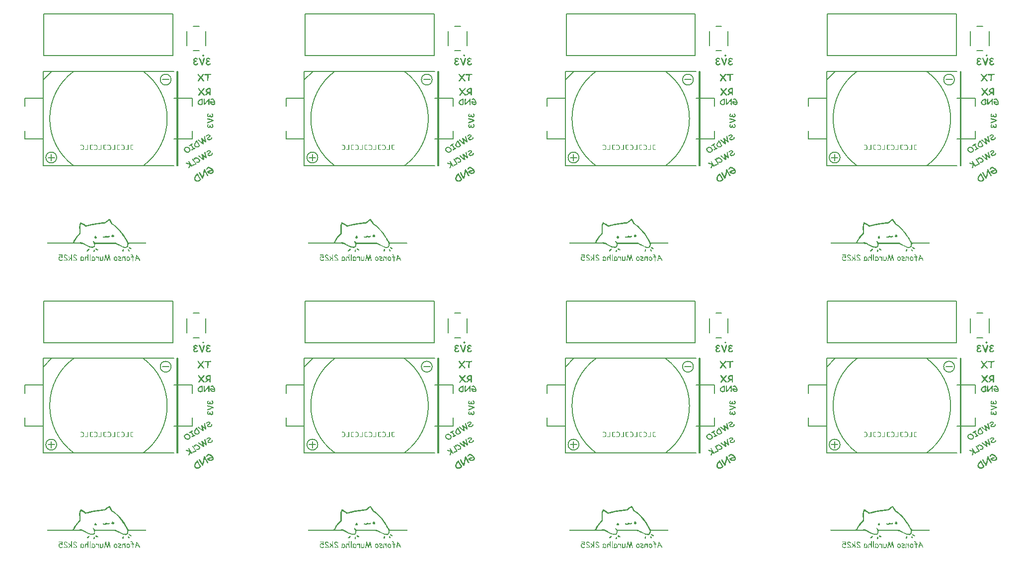
<source format=gbr>
%TF.GenerationSoftware,KiCad,Pcbnew,9.0.2*%
%TF.CreationDate,2025-05-31T14:25:57+01:00*%
%TF.ProjectId,Bongo-Cat-Fidget-Toy,426f6e67-6f2d-4436-9174-2d4669646765,rev?*%
%TF.SameCoordinates,Original*%
%TF.FileFunction,Legend,Bot*%
%TF.FilePolarity,Positive*%
%FSLAX46Y46*%
G04 Gerber Fmt 4.6, Leading zero omitted, Abs format (unit mm)*
G04 Created by KiCad (PCBNEW 9.0.2) date 2025-05-31 14:25:57*
%MOMM*%
%LPD*%
G01*
G04 APERTURE LIST*
%ADD10C,0.250000*%
%ADD11C,0.300000*%
%ADD12C,0.100000*%
%ADD13C,0.000000*%
%ADD14C,0.150000*%
%ADD15C,0.200000*%
%ADD16C,0.127000*%
G04 APERTURE END LIST*
D10*
G36*
X143551057Y-49036921D02*
G01*
X143586615Y-49087968D01*
X143628535Y-49126617D01*
X143677478Y-49154350D01*
X143734843Y-49171591D01*
X143802627Y-49177666D01*
X143870188Y-49171121D01*
X143931253Y-49151974D01*
X143987255Y-49120143D01*
X144039176Y-49074474D01*
X144081693Y-49020069D01*
X144111737Y-48960898D01*
X144129990Y-48895944D01*
X144136263Y-48823819D01*
X144131145Y-48751531D01*
X144116270Y-48685833D01*
X144091994Y-48625677D01*
X144062383Y-48577619D01*
X144028174Y-48539452D01*
X143989175Y-48509946D01*
X143944776Y-48488413D01*
X143914063Y-48482918D01*
X143890052Y-48486332D01*
X143869217Y-48496371D01*
X143850682Y-48513631D01*
X143833326Y-48544374D01*
X143827540Y-48579210D01*
X143831410Y-48606218D01*
X143842646Y-48628844D01*
X143861795Y-48648209D01*
X143926153Y-48698767D01*
X143944121Y-48728959D01*
X143955987Y-48769594D01*
X143960408Y-48823758D01*
X143956000Y-48865672D01*
X143943105Y-48903253D01*
X143921573Y-48937515D01*
X143893013Y-48965331D01*
X143862290Y-48981109D01*
X143828211Y-48986363D01*
X143776661Y-48980246D01*
X143734679Y-48962924D01*
X143700028Y-48934514D01*
X143671641Y-48893261D01*
X143649795Y-48835801D01*
X143636053Y-48757508D01*
X143625700Y-48709622D01*
X143608042Y-48679928D01*
X143583943Y-48663039D01*
X143551362Y-48657124D01*
X143526005Y-48661499D01*
X143504190Y-48674569D01*
X143484848Y-48697906D01*
X143468014Y-48734976D01*
X143434187Y-48881827D01*
X143416497Y-48924241D01*
X143396268Y-48951497D01*
X143370460Y-48969144D01*
X143340336Y-48975433D01*
X143305097Y-48970582D01*
X143278234Y-48954876D01*
X143257527Y-48927180D01*
X143243116Y-48883187D01*
X143237449Y-48816248D01*
X143241497Y-48781781D01*
X143254534Y-48743236D01*
X143278482Y-48699439D01*
X143312147Y-48639633D01*
X143319515Y-48612733D01*
X143312531Y-48576694D01*
X143291549Y-48546421D01*
X143261309Y-48525781D01*
X143228107Y-48519127D01*
X143203400Y-48524346D01*
X143176800Y-48541693D01*
X143146863Y-48575882D01*
X143112763Y-48633921D01*
X143082014Y-48704197D01*
X143066194Y-48758632D01*
X143061594Y-48800555D01*
X143066323Y-48878682D01*
X143079634Y-48945152D01*
X143100549Y-49001737D01*
X143128578Y-49049927D01*
X143169401Y-49095028D01*
X143217074Y-49126751D01*
X143272937Y-49146226D01*
X143339176Y-49153059D01*
X143388589Y-49149572D01*
X143430926Y-49139693D01*
X143467342Y-49123994D01*
X143499838Y-49101712D01*
X143527639Y-49072958D01*
X143551057Y-49036921D01*
G37*
G36*
X143818136Y-49697476D02*
G01*
X143405122Y-49857333D01*
X143241967Y-49916745D01*
X143152190Y-49960907D01*
X143092491Y-50003512D01*
X143072849Y-50025821D01*
X143061504Y-50050110D01*
X143057686Y-50077274D01*
X143064393Y-50113731D01*
X143084675Y-50145601D01*
X143114707Y-50167671D01*
X143150560Y-50174971D01*
X143177103Y-50170558D01*
X143204476Y-50156531D01*
X143261289Y-50122180D01*
X143332826Y-50088875D01*
X143468014Y-50038317D01*
X143941235Y-49855257D01*
X144023170Y-49820586D01*
X144106465Y-49778076D01*
X144136659Y-49754864D01*
X144153839Y-49726937D01*
X144159710Y-49692652D01*
X144155370Y-49659271D01*
X144143082Y-49632537D01*
X144122758Y-49610851D01*
X144092787Y-49593612D01*
X143957174Y-49541750D01*
X143769975Y-49480468D01*
X143519733Y-49408537D01*
X143335268Y-49351811D01*
X143215878Y-49320939D01*
X143157032Y-49313587D01*
X143131509Y-49316975D01*
X143109503Y-49326859D01*
X143090109Y-49343629D01*
X143071671Y-49374662D01*
X143065502Y-49410552D01*
X143069786Y-49440911D01*
X143082053Y-49465505D01*
X143102721Y-49485767D01*
X143133829Y-49502082D01*
X143251981Y-49529437D01*
X143473265Y-49594284D01*
X143662445Y-49648331D01*
X143818136Y-49697476D01*
G37*
G36*
X143551057Y-50835526D02*
G01*
X143586615Y-50886573D01*
X143628535Y-50925222D01*
X143677478Y-50952954D01*
X143734843Y-50970195D01*
X143802627Y-50976271D01*
X143870188Y-50969725D01*
X143931253Y-50950578D01*
X143987255Y-50918747D01*
X144039176Y-50873078D01*
X144081693Y-50818673D01*
X144111737Y-50759502D01*
X144129990Y-50694548D01*
X144136263Y-50622424D01*
X144131145Y-50550135D01*
X144116270Y-50484438D01*
X144091994Y-50424282D01*
X144062383Y-50376224D01*
X144028174Y-50338057D01*
X143989175Y-50308551D01*
X143944776Y-50287017D01*
X143914063Y-50281522D01*
X143890052Y-50284936D01*
X143869217Y-50294975D01*
X143850682Y-50312235D01*
X143833326Y-50342978D01*
X143827540Y-50377815D01*
X143831410Y-50404822D01*
X143842646Y-50427448D01*
X143861795Y-50446813D01*
X143926153Y-50497371D01*
X143944121Y-50527563D01*
X143955987Y-50568199D01*
X143960408Y-50622363D01*
X143956000Y-50664276D01*
X143943105Y-50701858D01*
X143921573Y-50736119D01*
X143893013Y-50763935D01*
X143862290Y-50779713D01*
X143828211Y-50784967D01*
X143776661Y-50778850D01*
X143734679Y-50761528D01*
X143700028Y-50733118D01*
X143671641Y-50691866D01*
X143649795Y-50634405D01*
X143636053Y-50556112D01*
X143625700Y-50508227D01*
X143608042Y-50478533D01*
X143583943Y-50461644D01*
X143551362Y-50455728D01*
X143526005Y-50460103D01*
X143504190Y-50473173D01*
X143484848Y-50496510D01*
X143468014Y-50533580D01*
X143434187Y-50680431D01*
X143416497Y-50722846D01*
X143396268Y-50750102D01*
X143370460Y-50767748D01*
X143340336Y-50774038D01*
X143305097Y-50769186D01*
X143278234Y-50753480D01*
X143257527Y-50725784D01*
X143243116Y-50681791D01*
X143237449Y-50614852D01*
X143241497Y-50580385D01*
X143254534Y-50541840D01*
X143278482Y-50498043D01*
X143312147Y-50438237D01*
X143319515Y-50411337D01*
X143312531Y-50375299D01*
X143291549Y-50345025D01*
X143261309Y-50324385D01*
X143228107Y-50317731D01*
X143203400Y-50322950D01*
X143176800Y-50340297D01*
X143146863Y-50374486D01*
X143112763Y-50432525D01*
X143082014Y-50502801D01*
X143066194Y-50557237D01*
X143061594Y-50599160D01*
X143066323Y-50677287D01*
X143079634Y-50743757D01*
X143100549Y-50800342D01*
X143128578Y-50848532D01*
X143169401Y-50893632D01*
X143217074Y-50925355D01*
X143272937Y-50944831D01*
X143339176Y-50951663D01*
X143388589Y-50948176D01*
X143430926Y-50938298D01*
X143467342Y-50922598D01*
X143499838Y-50900317D01*
X143527639Y-50871563D01*
X143551057Y-50835526D01*
G37*
G36*
X143741195Y-52952156D02*
G01*
X143814143Y-52903619D01*
X143869777Y-52853540D01*
X143910708Y-52801837D01*
X143938876Y-52748057D01*
X143954429Y-52697848D01*
X143958480Y-52653496D01*
X143952498Y-52613471D01*
X143936810Y-52576438D01*
X143910869Y-52544882D01*
X143878310Y-52527015D01*
X143854041Y-52522995D01*
X143828912Y-52526412D01*
X143801857Y-52538087D01*
X143773277Y-52562572D01*
X143757933Y-52594880D01*
X143755535Y-52638229D01*
X143752582Y-52680647D01*
X143735290Y-52720710D01*
X143701243Y-52760193D01*
X143645391Y-52799896D01*
X143575665Y-52833676D01*
X143501790Y-52856903D01*
X143422958Y-52869656D01*
X143357920Y-52870939D01*
X143313898Y-52862737D01*
X143284984Y-52847924D01*
X143266903Y-52827483D01*
X143250736Y-52789699D01*
X143246919Y-52756133D01*
X143253859Y-52724931D01*
X143272188Y-52694488D01*
X143319922Y-52650738D01*
X143436346Y-52573130D01*
X143500610Y-52528606D01*
X143553977Y-52480499D01*
X143597561Y-52428724D01*
X143626425Y-52380825D01*
X143641747Y-52337928D01*
X143645886Y-52298668D01*
X143639987Y-52261659D01*
X143623862Y-52225638D01*
X143593773Y-52185161D01*
X143555552Y-52150939D01*
X143508102Y-52122621D01*
X143449803Y-52100399D01*
X143378596Y-52085003D01*
X143290569Y-52078826D01*
X143208231Y-52086653D01*
X143130286Y-52107999D01*
X143055616Y-52143154D01*
X142998313Y-52184072D01*
X142927735Y-52252239D01*
X142884812Y-52305281D01*
X142864947Y-52342808D01*
X142860127Y-52369443D01*
X142865597Y-52389222D01*
X142887400Y-52414807D01*
X142918109Y-52430961D01*
X142943813Y-52435675D01*
X142968872Y-52432869D01*
X142994292Y-52422231D01*
X143023917Y-52401850D01*
X143070581Y-52362392D01*
X143117329Y-52322902D01*
X143147452Y-52302217D01*
X143199943Y-52277701D01*
X143255105Y-52262114D01*
X143313645Y-52255338D01*
X143373432Y-52258876D01*
X143409889Y-52272786D01*
X143430833Y-52294427D01*
X143437315Y-52317636D01*
X143430691Y-52344005D01*
X143412611Y-52370014D01*
X143377728Y-52401869D01*
X143231654Y-52497274D01*
X143171179Y-52544337D01*
X143124733Y-52592166D01*
X143090399Y-52640948D01*
X143066758Y-52691116D01*
X143052575Y-52750448D01*
X143052379Y-52810055D01*
X143066391Y-52871468D01*
X143096213Y-52936184D01*
X143128553Y-52981461D01*
X143167046Y-53016782D01*
X143212344Y-53043182D01*
X143265684Y-53060902D01*
X143328792Y-53069367D01*
X143403767Y-53067226D01*
X143485254Y-53054264D01*
X143568312Y-53031237D01*
X143653463Y-52997495D01*
X143741195Y-52952156D01*
G37*
G36*
X141564580Y-53145722D02*
G01*
X141622778Y-53191935D01*
X141714193Y-53275165D01*
X141967790Y-53467113D01*
X142221686Y-53658113D01*
X142280389Y-53702597D01*
X142324705Y-53731399D01*
X142362639Y-53746260D01*
X142399495Y-53746396D01*
X142437737Y-53731782D01*
X142467229Y-53708583D01*
X142488030Y-53678209D01*
X142497069Y-53651468D01*
X142497530Y-53626507D01*
X142489834Y-53602077D01*
X142475209Y-53522962D01*
X142459765Y-53470739D01*
X142311739Y-53047777D01*
X142419261Y-53139551D01*
X142517892Y-53213602D01*
X142654353Y-53315473D01*
X142733687Y-53386481D01*
X142744405Y-53417379D01*
X142761154Y-53438136D01*
X142783050Y-53451671D01*
X142811509Y-53458380D01*
X142849848Y-53455767D01*
X142885438Y-53441714D01*
X142922477Y-53412682D01*
X142944398Y-53378484D01*
X142951131Y-53350525D01*
X142949155Y-53322686D01*
X142938053Y-53293732D01*
X142916438Y-53213918D01*
X142821101Y-52901267D01*
X142778996Y-52719171D01*
X142721217Y-52426256D01*
X142709461Y-52393560D01*
X142693467Y-52373048D01*
X142673866Y-52359812D01*
X142649774Y-52353071D01*
X142615317Y-52354211D01*
X142580306Y-52367937D01*
X142554698Y-52388375D01*
X142538366Y-52414280D01*
X142530566Y-52447138D01*
X142531106Y-52480642D01*
X142540242Y-52541812D01*
X142591407Y-52761469D01*
X142690372Y-53103727D01*
X142574450Y-53009394D01*
X142436839Y-52887346D01*
X142329611Y-52791838D01*
X142267537Y-52742972D01*
X142193964Y-52697891D01*
X142140520Y-52677696D01*
X142101607Y-52674535D01*
X142072432Y-52683721D01*
X142047929Y-52703012D01*
X142032000Y-52727158D01*
X142023864Y-52757394D01*
X142024369Y-52795867D01*
X142033990Y-52838968D01*
X142062100Y-52919961D01*
X142115375Y-53047773D01*
X142165233Y-53181705D01*
X142254588Y-53461087D01*
X142092899Y-53336315D01*
X141841435Y-53134931D01*
X141747789Y-53043684D01*
X141691436Y-52993448D01*
X141644044Y-52963766D01*
X141609045Y-52952780D01*
X141576437Y-52953643D01*
X141544384Y-52966027D01*
X141514325Y-52991004D01*
X141497536Y-53022758D01*
X141494393Y-53058079D01*
X141506879Y-53093652D01*
X141520019Y-53108388D01*
X141564580Y-53145722D01*
G37*
G36*
X141322756Y-53114361D02*
G01*
X141354227Y-53126658D01*
X141376483Y-53142249D01*
X141391483Y-53160982D01*
X141502442Y-53359275D01*
X141613432Y-53557621D01*
X141721406Y-53731692D01*
X141829349Y-53905710D01*
X141841145Y-53939773D01*
X141838318Y-53975833D01*
X141822147Y-54008583D01*
X141793526Y-54033563D01*
X141762476Y-54079988D01*
X141709647Y-54135576D01*
X141660318Y-54176791D01*
X141617407Y-54205399D01*
X141523731Y-54253187D01*
X141441507Y-54283268D01*
X141368941Y-54298500D01*
X141304311Y-54301064D01*
X141225936Y-54290434D01*
X141151311Y-54266883D01*
X141079441Y-54229948D01*
X141014992Y-54183177D01*
X140961094Y-54128252D01*
X140916892Y-54064542D01*
X140884867Y-53996198D01*
X140865318Y-53923825D01*
X140858445Y-53849431D01*
X141048360Y-53849431D01*
X141059498Y-53911879D01*
X141084736Y-53969964D01*
X141111876Y-54009083D01*
X141145298Y-54043266D01*
X141185592Y-54072843D01*
X141229958Y-54095713D01*
X141275328Y-54110067D01*
X141322302Y-54116313D01*
X141371724Y-54111620D01*
X141437912Y-54090331D01*
X141526206Y-54045970D01*
X141560832Y-54023398D01*
X141588508Y-54000129D01*
X141611624Y-53974231D01*
X141628619Y-53947358D01*
X141290098Y-53361023D01*
X141161533Y-53534660D01*
X141109634Y-53616804D01*
X141071026Y-53704014D01*
X141051621Y-53780829D01*
X141048360Y-53849431D01*
X140858445Y-53849431D01*
X140858157Y-53846309D01*
X140864013Y-53762349D01*
X140884214Y-53670521D01*
X140916525Y-53579257D01*
X140959537Y-53491728D01*
X141013702Y-53407441D01*
X141079733Y-53326023D01*
X141160281Y-53214088D01*
X141215013Y-53141795D01*
X141237322Y-53120747D01*
X141261643Y-53111147D01*
X141289643Y-53108731D01*
X141322756Y-53114361D01*
G37*
G36*
X140112074Y-54063718D02*
G01*
X140272840Y-53952850D01*
X140346492Y-54066644D01*
X140447167Y-54235619D01*
X140600217Y-54499366D01*
X140438846Y-54590136D01*
X140409635Y-54615045D01*
X140393699Y-54647860D01*
X140391252Y-54684111D01*
X140403238Y-54718359D01*
X140426858Y-54745768D01*
X140459339Y-54761552D01*
X140495557Y-54763926D01*
X140531720Y-54750998D01*
X140631936Y-54695112D01*
X140732206Y-54639195D01*
X140777292Y-54616051D01*
X140855319Y-54581935D01*
X140933346Y-54547819D01*
X140978433Y-54524675D01*
X141007655Y-54499775D01*
X141023611Y-54467004D01*
X141026048Y-54430768D01*
X141013950Y-54396293D01*
X140990097Y-54368485D01*
X140957360Y-54352254D01*
X140920833Y-54349454D01*
X140884643Y-54362227D01*
X140774869Y-54416580D01*
X140622312Y-54149657D01*
X140527817Y-53992994D01*
X140433971Y-53850796D01*
X140564318Y-53780052D01*
X140593762Y-53755207D01*
X140610383Y-53722575D01*
X140613340Y-53686325D01*
X140601029Y-53651052D01*
X140576460Y-53622438D01*
X140544450Y-53607642D01*
X140511184Y-53605805D01*
X140477245Y-53615560D01*
X140413643Y-53647885D01*
X140293436Y-53715337D01*
X140172462Y-53792186D01*
X140008394Y-53911493D01*
X139980798Y-53939942D01*
X139968378Y-53968604D01*
X139968532Y-53999347D01*
X139982556Y-54034780D01*
X139999580Y-54056485D01*
X140020557Y-54070375D01*
X140046493Y-54077256D01*
X140080235Y-54075998D01*
X140112074Y-54063718D01*
G37*
G36*
X139682678Y-54157974D02*
G01*
X139763422Y-54173486D01*
X139848705Y-54203013D01*
X139934414Y-54245309D01*
X140010305Y-54295672D01*
X140077291Y-54354209D01*
X140136024Y-54421327D01*
X140186874Y-54497723D01*
X140220164Y-54567944D01*
X140239241Y-54637468D01*
X140245077Y-54707336D01*
X140237801Y-54778693D01*
X140216689Y-54852714D01*
X140186673Y-54917967D01*
X140148213Y-54977415D01*
X140100924Y-55031640D01*
X140044095Y-55080991D01*
X139976711Y-55125581D01*
X139903730Y-55160634D01*
X139830695Y-55182109D01*
X139756694Y-55190811D01*
X139680709Y-55186862D01*
X139601668Y-55169692D01*
X139518503Y-55138065D01*
X139437599Y-55094902D01*
X139365057Y-55043834D01*
X139300179Y-54984656D01*
X139242485Y-54916906D01*
X139191725Y-54839881D01*
X139151700Y-54759492D01*
X139127274Y-54686119D01*
X139116346Y-54618485D01*
X139117139Y-54575351D01*
X139307376Y-54575351D01*
X139310697Y-54621104D01*
X139326888Y-54675972D01*
X139359481Y-54742463D01*
X139407254Y-54813329D01*
X139461898Y-54873150D01*
X139523729Y-54922927D01*
X139593417Y-54963248D01*
X139660243Y-54989558D01*
X139721456Y-55001856D01*
X139778435Y-55001811D01*
X139832501Y-54990139D01*
X139884823Y-54966548D01*
X139938031Y-54930467D01*
X139980063Y-54890849D01*
X140012301Y-54847549D01*
X140035632Y-54800088D01*
X140049884Y-54746924D01*
X140051759Y-54695923D01*
X140041733Y-54645752D01*
X140019065Y-54595171D01*
X139972057Y-54526545D01*
X139916478Y-54468151D01*
X139851743Y-54419149D01*
X139776827Y-54379179D01*
X139707189Y-54354451D01*
X139643667Y-54343420D01*
X139584887Y-54344499D01*
X139529554Y-54356965D01*
X139476537Y-54381009D01*
X139408197Y-54425496D01*
X139361434Y-54465801D01*
X139331518Y-54502498D01*
X139314697Y-54536423D01*
X139307376Y-54575351D01*
X139117139Y-54575351D01*
X139117508Y-54555319D01*
X139130124Y-54495415D01*
X139153511Y-54439231D01*
X139188811Y-54384220D01*
X139237594Y-54329819D01*
X139302019Y-54275730D01*
X139384754Y-54221915D01*
X139457381Y-54186916D01*
X139530656Y-54164942D01*
X139605432Y-54155314D01*
X139682678Y-54157974D01*
G37*
D11*
G36*
X142697616Y-41973712D02*
G01*
X142896845Y-41963894D01*
X143096001Y-41954954D01*
X143073872Y-42288273D01*
X143060405Y-42488976D01*
X143056653Y-42623276D01*
X143050938Y-42706221D01*
X143045150Y-42789093D01*
X143051870Y-42848300D01*
X143071381Y-42899954D01*
X143098064Y-42936123D01*
X143129459Y-42956362D01*
X143167295Y-42963189D01*
X143209727Y-42955999D01*
X143246796Y-42934466D01*
X143268436Y-42911011D01*
X143281045Y-42884611D01*
X143285338Y-42854159D01*
X143281308Y-42819281D01*
X143277205Y-42783597D01*
X143282554Y-42669731D01*
X143287829Y-42554913D01*
X143291585Y-42435280D01*
X143305048Y-42257278D01*
X143327983Y-41959644D01*
X143370628Y-41959644D01*
X143544044Y-41952985D01*
X143660788Y-41936197D01*
X143702297Y-41920118D01*
X143729633Y-41897311D01*
X143745972Y-41867416D01*
X143751793Y-41828046D01*
X143744534Y-41788357D01*
X143722264Y-41752135D01*
X143696956Y-41730128D01*
X143667461Y-41718132D01*
X143632138Y-41715792D01*
X143501786Y-41729054D01*
X143370628Y-41737847D01*
X143221078Y-41736235D01*
X143071454Y-41734550D01*
X142884535Y-41741584D01*
X142697616Y-41748618D01*
X142652134Y-41756837D01*
X142615258Y-41781005D01*
X142590407Y-41817023D01*
X142582065Y-41860726D01*
X142590393Y-41904505D01*
X142615258Y-41940886D01*
X142652169Y-41965396D01*
X142697616Y-41973712D01*
G37*
G36*
X141449267Y-41896629D02*
G01*
X141550089Y-42016440D01*
X141616475Y-42103552D01*
X141689303Y-42204358D01*
X141816510Y-42368726D01*
X141644392Y-42609281D01*
X141543874Y-42742590D01*
X141461577Y-42841629D01*
X141438530Y-42878095D01*
X141431242Y-42915562D01*
X141439841Y-42958152D01*
X141466120Y-42995136D01*
X141504210Y-43020455D01*
X141548478Y-43028841D01*
X141583030Y-43021310D01*
X141627186Y-42994463D01*
X141685036Y-42938820D01*
X141760750Y-42841629D01*
X141869780Y-42680722D01*
X141973900Y-42538719D01*
X142229623Y-42818475D01*
X142381297Y-42980408D01*
X142420359Y-43006321D01*
X142464096Y-43014773D01*
X142508477Y-43006513D01*
X142546894Y-42981580D01*
X142573448Y-42945002D01*
X142582138Y-42902592D01*
X142575143Y-42865362D01*
X142553415Y-42830492D01*
X142404232Y-42672516D01*
X142114877Y-42353119D01*
X142289487Y-42142973D01*
X142382909Y-42023098D01*
X142440052Y-41955878D01*
X142486664Y-41912676D01*
X142513609Y-41885218D01*
X142528767Y-41856156D01*
X142533778Y-41824382D01*
X142525694Y-41783530D01*
X142500586Y-41745980D01*
X142476600Y-41726608D01*
X142449242Y-41715076D01*
X142417421Y-41711102D01*
X142389467Y-41716321D01*
X142351882Y-41735034D01*
X142300990Y-41773531D01*
X142251973Y-41820712D01*
X142214089Y-41865855D01*
X142111653Y-41999285D01*
X141959979Y-42180708D01*
X141754228Y-41908133D01*
X141661592Y-41800986D01*
X141600281Y-41743124D01*
X141561271Y-41717525D01*
X141536974Y-41711102D01*
X141492598Y-41719379D01*
X141454176Y-41744368D01*
X141427621Y-41781078D01*
X141418932Y-41823576D01*
X141426183Y-41860335D01*
X141449267Y-41896629D01*
G37*
G36*
X143150471Y-107581848D02*
G01*
X143241197Y-107666781D01*
X143335832Y-107731645D01*
X143435133Y-107778303D01*
X143540236Y-107807779D01*
X143628711Y-107818289D01*
X143714232Y-107816188D01*
X143797704Y-107801760D01*
X143879970Y-107774785D01*
X143961778Y-107734548D01*
X144052191Y-107672762D01*
X144117300Y-107608621D01*
X144161436Y-107541797D01*
X144187418Y-107471186D01*
X144196294Y-107396469D01*
X144188011Y-107314195D01*
X144160170Y-107221920D01*
X144108880Y-107117095D01*
X144052000Y-107030857D01*
X143982931Y-106948684D01*
X143900692Y-106870298D01*
X143804048Y-106795593D01*
X143700667Y-106730582D01*
X143598393Y-106680046D01*
X143496724Y-106642932D01*
X143395087Y-106618481D01*
X143321542Y-106611075D01*
X143254607Y-106615516D01*
X143192975Y-106631014D01*
X143135530Y-106657499D01*
X143092747Y-106688094D01*
X143040569Y-106738774D01*
X142976987Y-106815790D01*
X142926383Y-106893341D01*
X142903517Y-106950051D01*
X142899613Y-106991781D01*
X142909558Y-107023598D01*
X142937581Y-107055688D01*
X142978545Y-107075822D01*
X143009290Y-107080653D01*
X143038681Y-107077050D01*
X143067799Y-107064819D01*
X143090240Y-107042563D01*
X143138394Y-106969911D01*
X143174573Y-106917558D01*
X143211082Y-106879189D01*
X143248078Y-106852436D01*
X143278903Y-106842104D01*
X143326130Y-106841390D01*
X143396927Y-106855142D01*
X143499906Y-106890304D01*
X143606445Y-106940072D01*
X143699327Y-106998948D01*
X143779941Y-107066891D01*
X143849325Y-107144245D01*
X143908126Y-107231731D01*
X143948741Y-107313716D01*
X143965542Y-107371772D01*
X143966189Y-107412606D01*
X143951019Y-107451646D01*
X143914895Y-107493451D01*
X143849231Y-107539611D01*
X143774812Y-107573332D01*
X143699995Y-107589559D01*
X143623167Y-107589159D01*
X143543715Y-107571310D01*
X143465131Y-107534669D01*
X143386003Y-107476745D01*
X143502608Y-107427225D01*
X143610324Y-107394293D01*
X143710340Y-107376128D01*
X143736958Y-107370798D01*
X143760131Y-107360665D01*
X143785872Y-107340897D01*
X143803714Y-107316283D01*
X143814401Y-107285843D01*
X143816189Y-107243200D01*
X143802680Y-107204872D01*
X143775681Y-107174664D01*
X143734782Y-107155921D01*
X143674151Y-107150088D01*
X143585383Y-107162560D01*
X143458232Y-107201779D01*
X143297297Y-107271236D01*
X143106442Y-107372818D01*
X143071031Y-107402644D01*
X143051028Y-107441701D01*
X143047266Y-107484925D01*
X143061556Y-107526322D01*
X143085021Y-107555774D01*
X143114119Y-107573917D01*
X143150471Y-107581848D01*
G37*
G36*
X142126533Y-108495545D02*
G01*
X142203326Y-108600711D01*
X142239835Y-108634988D01*
X142276394Y-108650353D01*
X142315336Y-108649989D01*
X142359844Y-108632351D01*
X142388241Y-108609054D01*
X142414974Y-108570517D01*
X142439684Y-108511546D01*
X142497629Y-108313517D01*
X142553917Y-108076519D01*
X142607745Y-107795562D01*
X142658220Y-107465344D01*
X142793337Y-107689555D01*
X142888498Y-107860095D01*
X142983596Y-108030671D01*
X143042127Y-108117696D01*
X143091181Y-108166835D01*
X143132945Y-108189645D01*
X143170352Y-108193691D01*
X143206834Y-108181245D01*
X143237870Y-108158286D01*
X143258949Y-108131833D01*
X143271497Y-108101269D01*
X143274138Y-108058012D01*
X143259413Y-108016446D01*
X143205239Y-107933164D01*
X143151001Y-107849919D01*
X143075605Y-107725924D01*
X143000173Y-107601866D01*
X142924441Y-107465713D01*
X142848610Y-107329533D01*
X142783767Y-107197584D01*
X142718850Y-107065509D01*
X142699448Y-107040917D01*
X142673176Y-107022697D01*
X142638446Y-107010654D01*
X142601721Y-107006852D01*
X142567848Y-107011814D01*
X142535730Y-107025453D01*
X142508716Y-107051245D01*
X142486532Y-107100016D01*
X142471742Y-107183387D01*
X142435477Y-107511792D01*
X142388733Y-107805509D01*
X142332702Y-108067414D01*
X142268443Y-108300238D01*
X142205500Y-108192829D01*
X142021966Y-107869732D01*
X141940179Y-107716866D01*
X141905160Y-107634962D01*
X141867204Y-107552808D01*
X141841544Y-107518801D01*
X141814211Y-107499619D01*
X141784161Y-107492197D01*
X141749302Y-107496335D01*
X141706987Y-107514759D01*
X141682360Y-107537005D01*
X141668361Y-107570082D01*
X141666257Y-107618875D01*
X141681227Y-107690507D01*
X141721433Y-107793649D01*
X141797313Y-107938361D01*
X141863445Y-108049682D01*
X142126533Y-108495545D01*
G37*
G36*
X141405554Y-107724072D02*
G01*
X141443320Y-107738829D01*
X141470027Y-107757538D01*
X141488027Y-107780017D01*
X141621178Y-108017969D01*
X141754366Y-108255985D01*
X141883934Y-108464870D01*
X142013466Y-108673692D01*
X142027621Y-108714568D01*
X142024229Y-108757839D01*
X142004824Y-108797139D01*
X141970479Y-108827115D01*
X141933218Y-108882824D01*
X141869824Y-108949530D01*
X141810629Y-108998989D01*
X141759136Y-109033319D01*
X141646725Y-109090664D01*
X141548056Y-109126761D01*
X141460977Y-109145039D01*
X141383421Y-109148116D01*
X141289371Y-109135361D01*
X141199821Y-109107099D01*
X141113577Y-109062777D01*
X141036238Y-109006651D01*
X140971561Y-108940741D01*
X140918518Y-108864290D01*
X140880087Y-108782277D01*
X140856630Y-108695430D01*
X140848381Y-108606156D01*
X141076280Y-108606156D01*
X141089645Y-108681094D01*
X141119931Y-108750796D01*
X141152498Y-108797738D01*
X141192605Y-108838758D01*
X141240958Y-108874251D01*
X141294197Y-108901695D01*
X141348641Y-108918919D01*
X141405010Y-108926416D01*
X141464317Y-108920784D01*
X141543742Y-108895237D01*
X141649695Y-108842003D01*
X141691246Y-108814917D01*
X141724457Y-108786994D01*
X141752197Y-108755917D01*
X141772590Y-108723669D01*
X141366365Y-108020067D01*
X141212087Y-108228431D01*
X141149808Y-108327004D01*
X141103478Y-108431657D01*
X141080192Y-108523834D01*
X141076280Y-108606156D01*
X140848381Y-108606156D01*
X140848035Y-108602411D01*
X140855063Y-108501658D01*
X140879304Y-108391464D01*
X140918077Y-108281947D01*
X140969691Y-108176913D01*
X141034690Y-108075768D01*
X141113928Y-107978067D01*
X141210585Y-107843745D01*
X141276263Y-107756993D01*
X141303034Y-107731736D01*
X141332219Y-107720216D01*
X141365820Y-107717317D01*
X141405554Y-107724072D01*
G37*
D10*
G36*
X188078058Y-46604147D02*
G01*
X188108145Y-46703245D01*
X188149415Y-46789488D01*
X188201639Y-46864536D01*
X188265209Y-46929601D01*
X188324681Y-46974051D01*
X188387276Y-47008168D01*
X188453528Y-47032536D01*
X188524138Y-47047346D01*
X188599944Y-47052394D01*
X188690937Y-47045476D01*
X188764651Y-47026315D01*
X188824347Y-46996479D01*
X188872519Y-46956346D01*
X188910057Y-46906121D01*
X188938360Y-46843294D01*
X188956715Y-46765099D01*
X188963377Y-46668078D01*
X188958260Y-46582141D01*
X188942652Y-46494059D01*
X188915963Y-46403223D01*
X188877342Y-46309041D01*
X188829822Y-46219048D01*
X188777069Y-46139962D01*
X188719160Y-46070816D01*
X188655997Y-46010821D01*
X188606006Y-45974832D01*
X188555850Y-45950148D01*
X188504913Y-45935653D01*
X188452421Y-45930831D01*
X188408797Y-45935085D01*
X188350024Y-45949918D01*
X188272048Y-45979008D01*
X188203215Y-46013890D01*
X188163083Y-46045290D01*
X188142878Y-46073779D01*
X188136798Y-46100885D01*
X188143651Y-46135720D01*
X188164825Y-46167319D01*
X188185001Y-46183616D01*
X188207713Y-46193262D01*
X188233824Y-46196567D01*
X188259292Y-46189856D01*
X188324316Y-46157488D01*
X188372239Y-46134780D01*
X188414575Y-46122302D01*
X188452421Y-46118409D01*
X188478972Y-46123797D01*
X188513353Y-46142959D01*
X188558716Y-46182383D01*
X188618384Y-46250667D01*
X188674536Y-46330975D01*
X188717036Y-46412166D01*
X188746905Y-46494789D01*
X188764747Y-46579524D01*
X188770730Y-46667162D01*
X188765881Y-46743253D01*
X188753816Y-46792151D01*
X188737269Y-46821890D01*
X188710055Y-46843744D01*
X188666566Y-46858863D01*
X188599944Y-46864816D01*
X188532186Y-46858144D01*
X188471430Y-46838681D01*
X188416151Y-46806381D01*
X188366248Y-46760395D01*
X188324802Y-46701208D01*
X188291831Y-46626435D01*
X188396617Y-46639282D01*
X188488076Y-46660397D01*
X188567826Y-46688961D01*
X188589256Y-46696205D01*
X188610202Y-46698547D01*
X188637015Y-46695007D01*
X188660147Y-46684677D01*
X188680544Y-46667162D01*
X188699602Y-46637132D01*
X188705823Y-46603842D01*
X188698925Y-46570792D01*
X188677218Y-46540224D01*
X188635892Y-46510752D01*
X188566632Y-46482766D01*
X188458527Y-46458090D01*
X188313442Y-46441160D01*
X188133379Y-46434948D01*
X188095395Y-46441718D01*
X188064685Y-46461571D01*
X188043961Y-46491197D01*
X188037025Y-46527028D01*
X188041688Y-46558059D01*
X188055128Y-46583277D01*
X188078058Y-46604147D01*
G37*
G36*
X186958387Y-46836911D02*
G01*
X186969989Y-46944805D01*
X186982055Y-46984754D01*
X187002037Y-47011076D01*
X187030293Y-47027039D01*
X187069762Y-47032855D01*
X187099964Y-47027874D01*
X187135313Y-47011201D01*
X187177718Y-46978938D01*
X187302048Y-46860166D01*
X187441419Y-46712582D01*
X187597331Y-46532247D01*
X187771350Y-46314964D01*
X187775441Y-46533073D01*
X187773060Y-46695800D01*
X187770617Y-46858526D01*
X187776597Y-46945719D01*
X187791524Y-47001621D01*
X187812161Y-47035485D01*
X187837471Y-47053991D01*
X187868986Y-47060210D01*
X187900951Y-47056572D01*
X187927185Y-47046264D01*
X187948975Y-47029435D01*
X187968905Y-46999317D01*
X187975598Y-46963184D01*
X187971202Y-46880508D01*
X187966744Y-46797832D01*
X187963996Y-46676932D01*
X187961249Y-46555971D01*
X187963325Y-46426155D01*
X187965340Y-46296279D01*
X187973522Y-46174036D01*
X187981704Y-46051670D01*
X187977948Y-46025838D01*
X187966580Y-46001742D01*
X187946533Y-45978580D01*
X187921614Y-45960534D01*
X187895100Y-45950002D01*
X187866238Y-45946463D01*
X187835996Y-45953820D01*
X187799665Y-45979774D01*
X187754253Y-46033779D01*
X187591246Y-46255675D01*
X187435129Y-46448170D01*
X187285564Y-46613838D01*
X187142180Y-46755090D01*
X187141509Y-46651347D01*
X187143678Y-46341699D01*
X187148347Y-46197300D01*
X187157201Y-46123600D01*
X187164040Y-46048495D01*
X187159691Y-46013261D01*
X187147958Y-45988029D01*
X187129363Y-45970152D01*
X187102482Y-45958614D01*
X187064267Y-45954278D01*
X187037225Y-45960072D01*
X187013339Y-45978111D01*
X186991491Y-46012447D01*
X186972448Y-46070381D01*
X186958488Y-46161570D01*
X186952953Y-46297623D01*
X186954296Y-46405517D01*
X186958387Y-46836911D01*
G37*
G36*
X186708194Y-45946401D02*
G01*
X186733651Y-45958309D01*
X186759513Y-45979741D01*
X186780619Y-46006126D01*
X186792098Y-46030756D01*
X186795722Y-46054479D01*
X186792669Y-46281686D01*
X186789616Y-46508954D01*
X186796088Y-46713690D01*
X186802561Y-46918366D01*
X186795744Y-46953763D01*
X186775266Y-46983579D01*
X186744887Y-47003856D01*
X186707611Y-47011178D01*
X186657508Y-47035858D01*
X186583963Y-47057584D01*
X186520635Y-47068614D01*
X186469169Y-47071934D01*
X186364149Y-47066481D01*
X186277900Y-47051420D01*
X186207441Y-47028328D01*
X186150188Y-46998233D01*
X186087628Y-46949841D01*
X186034776Y-46892132D01*
X185991003Y-46824210D01*
X185958574Y-46751480D01*
X185939359Y-46676965D01*
X185933102Y-46601705D01*
X186125580Y-46601705D01*
X186129524Y-46649152D01*
X186141378Y-46695467D01*
X186161484Y-46741229D01*
X186188471Y-46783218D01*
X186220586Y-46818333D01*
X186258143Y-46847230D01*
X186303291Y-46867877D01*
X186371256Y-46882534D01*
X186469902Y-46888263D01*
X186511174Y-46886028D01*
X186546777Y-46879714D01*
X186579745Y-46868845D01*
X186607899Y-46854069D01*
X186607899Y-46177028D01*
X186409740Y-46263119D01*
X186323722Y-46308308D01*
X186246681Y-46364531D01*
X186191469Y-46421352D01*
X186154344Y-46479132D01*
X186132766Y-46538783D01*
X186125580Y-46601705D01*
X185933102Y-46601705D01*
X185932934Y-46599690D01*
X185939371Y-46524489D01*
X185958628Y-46452039D01*
X185991184Y-46381327D01*
X186038236Y-46311544D01*
X186101645Y-46242118D01*
X186175259Y-46179237D01*
X186256272Y-46124941D01*
X186345324Y-46079028D01*
X186443218Y-46041534D01*
X186568942Y-45984870D01*
X186652488Y-45949628D01*
X186682332Y-45942555D01*
X186708194Y-45946401D01*
G37*
G36*
X143741195Y-101952156D02*
G01*
X143814143Y-101903619D01*
X143869777Y-101853540D01*
X143910708Y-101801837D01*
X143938876Y-101748057D01*
X143954429Y-101697848D01*
X143958480Y-101653496D01*
X143952498Y-101613471D01*
X143936810Y-101576438D01*
X143910869Y-101544882D01*
X143878310Y-101527015D01*
X143854041Y-101522995D01*
X143828912Y-101526412D01*
X143801857Y-101538087D01*
X143773277Y-101562572D01*
X143757933Y-101594880D01*
X143755535Y-101638229D01*
X143752582Y-101680647D01*
X143735290Y-101720710D01*
X143701243Y-101760193D01*
X143645391Y-101799896D01*
X143575665Y-101833676D01*
X143501790Y-101856903D01*
X143422958Y-101869656D01*
X143357920Y-101870939D01*
X143313898Y-101862737D01*
X143284984Y-101847924D01*
X143266903Y-101827483D01*
X143250736Y-101789699D01*
X143246919Y-101756133D01*
X143253859Y-101724931D01*
X143272188Y-101694488D01*
X143319922Y-101650738D01*
X143436346Y-101573130D01*
X143500610Y-101528606D01*
X143553977Y-101480499D01*
X143597561Y-101428724D01*
X143626425Y-101380825D01*
X143641747Y-101337928D01*
X143645886Y-101298668D01*
X143639987Y-101261659D01*
X143623862Y-101225638D01*
X143593773Y-101185161D01*
X143555552Y-101150939D01*
X143508102Y-101122621D01*
X143449803Y-101100399D01*
X143378596Y-101085003D01*
X143290569Y-101078826D01*
X143208231Y-101086653D01*
X143130286Y-101107999D01*
X143055616Y-101143154D01*
X142998313Y-101184072D01*
X142927735Y-101252239D01*
X142884812Y-101305281D01*
X142864947Y-101342808D01*
X142860127Y-101369443D01*
X142865597Y-101389222D01*
X142887400Y-101414807D01*
X142918109Y-101430961D01*
X142943813Y-101435675D01*
X142968872Y-101432869D01*
X142994292Y-101422231D01*
X143023917Y-101401850D01*
X143070581Y-101362392D01*
X143117329Y-101322902D01*
X143147452Y-101302217D01*
X143199943Y-101277701D01*
X143255105Y-101262114D01*
X143313645Y-101255338D01*
X143373432Y-101258876D01*
X143409889Y-101272786D01*
X143430833Y-101294427D01*
X143437315Y-101317636D01*
X143430691Y-101344005D01*
X143412611Y-101370014D01*
X143377728Y-101401869D01*
X143231654Y-101497274D01*
X143171179Y-101544337D01*
X143124733Y-101592166D01*
X143090399Y-101640948D01*
X143066758Y-101691116D01*
X143052575Y-101750448D01*
X143052379Y-101810055D01*
X143066391Y-101871468D01*
X143096213Y-101936184D01*
X143128553Y-101981461D01*
X143167046Y-102016782D01*
X143212344Y-102043182D01*
X143265684Y-102060902D01*
X143328792Y-102069367D01*
X143403767Y-102067226D01*
X143485254Y-102054264D01*
X143568312Y-102031237D01*
X143653463Y-101997495D01*
X143741195Y-101952156D01*
G37*
G36*
X141564580Y-102145722D02*
G01*
X141622778Y-102191935D01*
X141714193Y-102275165D01*
X141967790Y-102467113D01*
X142221686Y-102658113D01*
X142280389Y-102702597D01*
X142324705Y-102731399D01*
X142362639Y-102746260D01*
X142399495Y-102746396D01*
X142437737Y-102731782D01*
X142467229Y-102708583D01*
X142488030Y-102678209D01*
X142497069Y-102651468D01*
X142497530Y-102626507D01*
X142489834Y-102602077D01*
X142475209Y-102522962D01*
X142459765Y-102470739D01*
X142311739Y-102047777D01*
X142419261Y-102139551D01*
X142517892Y-102213602D01*
X142654353Y-102315473D01*
X142733687Y-102386481D01*
X142744405Y-102417379D01*
X142761154Y-102438136D01*
X142783050Y-102451671D01*
X142811509Y-102458380D01*
X142849848Y-102455767D01*
X142885438Y-102441714D01*
X142922477Y-102412682D01*
X142944398Y-102378484D01*
X142951131Y-102350525D01*
X142949155Y-102322686D01*
X142938053Y-102293732D01*
X142916438Y-102213918D01*
X142821101Y-101901267D01*
X142778996Y-101719171D01*
X142721217Y-101426256D01*
X142709461Y-101393560D01*
X142693467Y-101373048D01*
X142673866Y-101359812D01*
X142649774Y-101353071D01*
X142615317Y-101354211D01*
X142580306Y-101367937D01*
X142554698Y-101388375D01*
X142538366Y-101414280D01*
X142530566Y-101447138D01*
X142531106Y-101480642D01*
X142540242Y-101541812D01*
X142591407Y-101761469D01*
X142690372Y-102103727D01*
X142574450Y-102009394D01*
X142436839Y-101887346D01*
X142329611Y-101791838D01*
X142267537Y-101742972D01*
X142193964Y-101697891D01*
X142140520Y-101677696D01*
X142101607Y-101674535D01*
X142072432Y-101683721D01*
X142047929Y-101703012D01*
X142032000Y-101727158D01*
X142023864Y-101757394D01*
X142024369Y-101795867D01*
X142033990Y-101838968D01*
X142062100Y-101919961D01*
X142115375Y-102047773D01*
X142165233Y-102181705D01*
X142254588Y-102461087D01*
X142092899Y-102336315D01*
X141841435Y-102134931D01*
X141747789Y-102043684D01*
X141691436Y-101993448D01*
X141644044Y-101963766D01*
X141609045Y-101952780D01*
X141576437Y-101953643D01*
X141544384Y-101966027D01*
X141514325Y-101991004D01*
X141497536Y-102022758D01*
X141494393Y-102058079D01*
X141506879Y-102093652D01*
X141520019Y-102108388D01*
X141564580Y-102145722D01*
G37*
G36*
X141322756Y-102114361D02*
G01*
X141354227Y-102126658D01*
X141376483Y-102142249D01*
X141391483Y-102160982D01*
X141502442Y-102359275D01*
X141613432Y-102557621D01*
X141721406Y-102731692D01*
X141829349Y-102905710D01*
X141841145Y-102939773D01*
X141838318Y-102975833D01*
X141822147Y-103008583D01*
X141793526Y-103033563D01*
X141762476Y-103079988D01*
X141709647Y-103135576D01*
X141660318Y-103176791D01*
X141617407Y-103205399D01*
X141523731Y-103253187D01*
X141441507Y-103283268D01*
X141368941Y-103298500D01*
X141304311Y-103301064D01*
X141225936Y-103290434D01*
X141151311Y-103266883D01*
X141079441Y-103229948D01*
X141014992Y-103183177D01*
X140961094Y-103128252D01*
X140916892Y-103064542D01*
X140884867Y-102996198D01*
X140865318Y-102923825D01*
X140858445Y-102849431D01*
X141048360Y-102849431D01*
X141059498Y-102911879D01*
X141084736Y-102969964D01*
X141111876Y-103009083D01*
X141145298Y-103043266D01*
X141185592Y-103072843D01*
X141229958Y-103095713D01*
X141275328Y-103110067D01*
X141322302Y-103116313D01*
X141371724Y-103111620D01*
X141437912Y-103090331D01*
X141526206Y-103045970D01*
X141560832Y-103023398D01*
X141588508Y-103000129D01*
X141611624Y-102974231D01*
X141628619Y-102947358D01*
X141290098Y-102361023D01*
X141161533Y-102534660D01*
X141109634Y-102616804D01*
X141071026Y-102704014D01*
X141051621Y-102780829D01*
X141048360Y-102849431D01*
X140858445Y-102849431D01*
X140858157Y-102846309D01*
X140864013Y-102762349D01*
X140884214Y-102670521D01*
X140916525Y-102579257D01*
X140959537Y-102491728D01*
X141013702Y-102407441D01*
X141079733Y-102326023D01*
X141160281Y-102214088D01*
X141215013Y-102141795D01*
X141237322Y-102120747D01*
X141261643Y-102111147D01*
X141289643Y-102108731D01*
X141322756Y-102114361D01*
G37*
G36*
X140112074Y-103063718D02*
G01*
X140272840Y-102952850D01*
X140346492Y-103066644D01*
X140447167Y-103235619D01*
X140600217Y-103499366D01*
X140438846Y-103590136D01*
X140409635Y-103615045D01*
X140393699Y-103647860D01*
X140391252Y-103684111D01*
X140403238Y-103718359D01*
X140426858Y-103745768D01*
X140459339Y-103761552D01*
X140495557Y-103763926D01*
X140531720Y-103750998D01*
X140631936Y-103695112D01*
X140732206Y-103639195D01*
X140777292Y-103616051D01*
X140855319Y-103581935D01*
X140933346Y-103547819D01*
X140978433Y-103524675D01*
X141007655Y-103499775D01*
X141023611Y-103467004D01*
X141026048Y-103430768D01*
X141013950Y-103396293D01*
X140990097Y-103368485D01*
X140957360Y-103352254D01*
X140920833Y-103349454D01*
X140884643Y-103362227D01*
X140774869Y-103416580D01*
X140622312Y-103149657D01*
X140527817Y-102992994D01*
X140433971Y-102850796D01*
X140564318Y-102780052D01*
X140593762Y-102755207D01*
X140610383Y-102722575D01*
X140613340Y-102686325D01*
X140601029Y-102651052D01*
X140576460Y-102622438D01*
X140544450Y-102607642D01*
X140511184Y-102605805D01*
X140477245Y-102615560D01*
X140413643Y-102647885D01*
X140293436Y-102715337D01*
X140172462Y-102792186D01*
X140008394Y-102911493D01*
X139980798Y-102939942D01*
X139968378Y-102968604D01*
X139968532Y-102999347D01*
X139982556Y-103034780D01*
X139999580Y-103056485D01*
X140020557Y-103070375D01*
X140046493Y-103077256D01*
X140080235Y-103075998D01*
X140112074Y-103063718D01*
G37*
G36*
X139682678Y-103157974D02*
G01*
X139763422Y-103173486D01*
X139848705Y-103203013D01*
X139934414Y-103245309D01*
X140010305Y-103295672D01*
X140077291Y-103354209D01*
X140136024Y-103421327D01*
X140186874Y-103497723D01*
X140220164Y-103567944D01*
X140239241Y-103637468D01*
X140245077Y-103707336D01*
X140237801Y-103778693D01*
X140216689Y-103852714D01*
X140186673Y-103917967D01*
X140148213Y-103977415D01*
X140100924Y-104031640D01*
X140044095Y-104080991D01*
X139976711Y-104125581D01*
X139903730Y-104160634D01*
X139830695Y-104182109D01*
X139756694Y-104190811D01*
X139680709Y-104186862D01*
X139601668Y-104169692D01*
X139518503Y-104138065D01*
X139437599Y-104094902D01*
X139365057Y-104043834D01*
X139300179Y-103984656D01*
X139242485Y-103916906D01*
X139191725Y-103839881D01*
X139151700Y-103759492D01*
X139127274Y-103686119D01*
X139116346Y-103618485D01*
X139117139Y-103575351D01*
X139307376Y-103575351D01*
X139310697Y-103621104D01*
X139326888Y-103675972D01*
X139359481Y-103742463D01*
X139407254Y-103813329D01*
X139461898Y-103873150D01*
X139523729Y-103922927D01*
X139593417Y-103963248D01*
X139660243Y-103989558D01*
X139721456Y-104001856D01*
X139778435Y-104001811D01*
X139832501Y-103990139D01*
X139884823Y-103966548D01*
X139938031Y-103930467D01*
X139980063Y-103890849D01*
X140012301Y-103847549D01*
X140035632Y-103800088D01*
X140049884Y-103746924D01*
X140051759Y-103695923D01*
X140041733Y-103645752D01*
X140019065Y-103595171D01*
X139972057Y-103526545D01*
X139916478Y-103468151D01*
X139851743Y-103419149D01*
X139776827Y-103379179D01*
X139707189Y-103354451D01*
X139643667Y-103343420D01*
X139584887Y-103344499D01*
X139529554Y-103356965D01*
X139476537Y-103381009D01*
X139408197Y-103425496D01*
X139361434Y-103465801D01*
X139331518Y-103502498D01*
X139314697Y-103536423D01*
X139307376Y-103575351D01*
X139117139Y-103575351D01*
X139117508Y-103555319D01*
X139130124Y-103495415D01*
X139153511Y-103439231D01*
X139188811Y-103384220D01*
X139237594Y-103329819D01*
X139302019Y-103275730D01*
X139384754Y-103221915D01*
X139457381Y-103186916D01*
X139530656Y-103164942D01*
X139605432Y-103155314D01*
X139682678Y-103157974D01*
G37*
G36*
X143578058Y-95604147D02*
G01*
X143608145Y-95703245D01*
X143649415Y-95789488D01*
X143701639Y-95864536D01*
X143765209Y-95929601D01*
X143824681Y-95974051D01*
X143887276Y-96008168D01*
X143953528Y-96032536D01*
X144024138Y-96047346D01*
X144099944Y-96052394D01*
X144190937Y-96045476D01*
X144264651Y-96026315D01*
X144324347Y-95996479D01*
X144372519Y-95956346D01*
X144410057Y-95906121D01*
X144438360Y-95843294D01*
X144456715Y-95765099D01*
X144463377Y-95668078D01*
X144458260Y-95582141D01*
X144442652Y-95494059D01*
X144415963Y-95403223D01*
X144377342Y-95309041D01*
X144329822Y-95219048D01*
X144277069Y-95139962D01*
X144219160Y-95070816D01*
X144155997Y-95010821D01*
X144106006Y-94974832D01*
X144055850Y-94950148D01*
X144004913Y-94935653D01*
X143952421Y-94930831D01*
X143908797Y-94935085D01*
X143850024Y-94949918D01*
X143772048Y-94979008D01*
X143703215Y-95013890D01*
X143663083Y-95045290D01*
X143642878Y-95073779D01*
X143636798Y-95100885D01*
X143643651Y-95135720D01*
X143664825Y-95167319D01*
X143685001Y-95183616D01*
X143707713Y-95193262D01*
X143733824Y-95196567D01*
X143759292Y-95189856D01*
X143824316Y-95157488D01*
X143872239Y-95134780D01*
X143914575Y-95122302D01*
X143952421Y-95118409D01*
X143978972Y-95123797D01*
X144013353Y-95142959D01*
X144058716Y-95182383D01*
X144118384Y-95250667D01*
X144174536Y-95330975D01*
X144217036Y-95412166D01*
X144246905Y-95494789D01*
X144264747Y-95579524D01*
X144270730Y-95667162D01*
X144265881Y-95743253D01*
X144253816Y-95792151D01*
X144237269Y-95821890D01*
X144210055Y-95843744D01*
X144166566Y-95858863D01*
X144099944Y-95864816D01*
X144032186Y-95858144D01*
X143971430Y-95838681D01*
X143916151Y-95806381D01*
X143866248Y-95760395D01*
X143824802Y-95701208D01*
X143791831Y-95626435D01*
X143896617Y-95639282D01*
X143988076Y-95660397D01*
X144067826Y-95688961D01*
X144089256Y-95696205D01*
X144110202Y-95698547D01*
X144137015Y-95695007D01*
X144160147Y-95684677D01*
X144180544Y-95667162D01*
X144199602Y-95637132D01*
X144205823Y-95603842D01*
X144198925Y-95570792D01*
X144177218Y-95540224D01*
X144135892Y-95510752D01*
X144066632Y-95482766D01*
X143958527Y-95458090D01*
X143813442Y-95441160D01*
X143633379Y-95434948D01*
X143595395Y-95441718D01*
X143564685Y-95461571D01*
X143543961Y-95491197D01*
X143537025Y-95527028D01*
X143541688Y-95558059D01*
X143555128Y-95583277D01*
X143578058Y-95604147D01*
G37*
G36*
X142458387Y-95836911D02*
G01*
X142469989Y-95944805D01*
X142482055Y-95984754D01*
X142502037Y-96011076D01*
X142530293Y-96027039D01*
X142569762Y-96032855D01*
X142599964Y-96027874D01*
X142635313Y-96011201D01*
X142677718Y-95978938D01*
X142802048Y-95860166D01*
X142941419Y-95712582D01*
X143097331Y-95532247D01*
X143271350Y-95314964D01*
X143275441Y-95533073D01*
X143273060Y-95695800D01*
X143270617Y-95858526D01*
X143276597Y-95945719D01*
X143291524Y-96001621D01*
X143312161Y-96035485D01*
X143337471Y-96053991D01*
X143368986Y-96060210D01*
X143400951Y-96056572D01*
X143427185Y-96046264D01*
X143448975Y-96029435D01*
X143468905Y-95999317D01*
X143475598Y-95963184D01*
X143471202Y-95880508D01*
X143466744Y-95797832D01*
X143463996Y-95676932D01*
X143461249Y-95555971D01*
X143463325Y-95426155D01*
X143465340Y-95296279D01*
X143473522Y-95174036D01*
X143481704Y-95051670D01*
X143477948Y-95025838D01*
X143466580Y-95001742D01*
X143446533Y-94978580D01*
X143421614Y-94960534D01*
X143395100Y-94950002D01*
X143366238Y-94946463D01*
X143335996Y-94953820D01*
X143299665Y-94979774D01*
X143254253Y-95033779D01*
X143091246Y-95255675D01*
X142935129Y-95448170D01*
X142785564Y-95613838D01*
X142642180Y-95755090D01*
X142641509Y-95651347D01*
X142643678Y-95341699D01*
X142648347Y-95197300D01*
X142657201Y-95123600D01*
X142664040Y-95048495D01*
X142659691Y-95013261D01*
X142647958Y-94988029D01*
X142629363Y-94970152D01*
X142602482Y-94958614D01*
X142564267Y-94954278D01*
X142537225Y-94960072D01*
X142513339Y-94978111D01*
X142491491Y-95012447D01*
X142472448Y-95070381D01*
X142458488Y-95161570D01*
X142452953Y-95297623D01*
X142454296Y-95405517D01*
X142458387Y-95836911D01*
G37*
G36*
X142208194Y-94946401D02*
G01*
X142233651Y-94958309D01*
X142259513Y-94979741D01*
X142280619Y-95006126D01*
X142292098Y-95030756D01*
X142295722Y-95054479D01*
X142292669Y-95281686D01*
X142289616Y-95508954D01*
X142296088Y-95713690D01*
X142302561Y-95918366D01*
X142295744Y-95953763D01*
X142275266Y-95983579D01*
X142244887Y-96003856D01*
X142207611Y-96011178D01*
X142157508Y-96035858D01*
X142083963Y-96057584D01*
X142020635Y-96068614D01*
X141969169Y-96071934D01*
X141864149Y-96066481D01*
X141777900Y-96051420D01*
X141707441Y-96028328D01*
X141650188Y-95998233D01*
X141587628Y-95949841D01*
X141534776Y-95892132D01*
X141491003Y-95824210D01*
X141458574Y-95751480D01*
X141439359Y-95676965D01*
X141433102Y-95601705D01*
X141625580Y-95601705D01*
X141629524Y-95649152D01*
X141641378Y-95695467D01*
X141661484Y-95741229D01*
X141688471Y-95783218D01*
X141720586Y-95818333D01*
X141758143Y-95847230D01*
X141803291Y-95867877D01*
X141871256Y-95882534D01*
X141969902Y-95888263D01*
X142011174Y-95886028D01*
X142046777Y-95879714D01*
X142079745Y-95868845D01*
X142107899Y-95854069D01*
X142107899Y-95177028D01*
X141909740Y-95263119D01*
X141823722Y-95308308D01*
X141746681Y-95364531D01*
X141691469Y-95421352D01*
X141654344Y-95479132D01*
X141632766Y-95538783D01*
X141625580Y-95601705D01*
X141433102Y-95601705D01*
X141432934Y-95599690D01*
X141439371Y-95524489D01*
X141458628Y-95452039D01*
X141491184Y-95381327D01*
X141538236Y-95311544D01*
X141601645Y-95242118D01*
X141675259Y-95179237D01*
X141756272Y-95124941D01*
X141845324Y-95079028D01*
X141943218Y-95041534D01*
X142068942Y-94984870D01*
X142152488Y-94949628D01*
X142182332Y-94942555D01*
X142208194Y-94946401D01*
G37*
D11*
G36*
X143008293Y-88573768D02*
G01*
X142947037Y-88616438D01*
X142900658Y-88666742D01*
X142867379Y-88725474D01*
X142846690Y-88794311D01*
X142839399Y-88875652D01*
X142847254Y-88956726D01*
X142870230Y-89030003D01*
X142908427Y-89097206D01*
X142963230Y-89159511D01*
X143028516Y-89210531D01*
X143099521Y-89246584D01*
X143177466Y-89268489D01*
X143264016Y-89276015D01*
X143350762Y-89269874D01*
X143429599Y-89252025D01*
X143501786Y-89222892D01*
X143559456Y-89187360D01*
X143605256Y-89146309D01*
X143640663Y-89099510D01*
X143666503Y-89046232D01*
X143673098Y-89009375D01*
X143669000Y-88980563D01*
X143656954Y-88955561D01*
X143636242Y-88933318D01*
X143599351Y-88912491D01*
X143557547Y-88905548D01*
X143525137Y-88910192D01*
X143497986Y-88923675D01*
X143474748Y-88946654D01*
X143414078Y-89023883D01*
X143377848Y-89045445D01*
X143329086Y-89059685D01*
X143264089Y-89064989D01*
X143213792Y-89059700D01*
X143168695Y-89044227D01*
X143127581Y-89018388D01*
X143094202Y-88984115D01*
X143075268Y-88947248D01*
X143068963Y-88906354D01*
X143076304Y-88844494D01*
X143097090Y-88794115D01*
X143131182Y-88752534D01*
X143180685Y-88718469D01*
X143249638Y-88692254D01*
X143343590Y-88675764D01*
X143401052Y-88663340D01*
X143436685Y-88642150D01*
X143456952Y-88613231D01*
X143464050Y-88574135D01*
X143458800Y-88543706D01*
X143443116Y-88517528D01*
X143415112Y-88494318D01*
X143370628Y-88474117D01*
X143194406Y-88433524D01*
X143143509Y-88412297D01*
X143110802Y-88388021D01*
X143089627Y-88357052D01*
X143082079Y-88320904D01*
X143087901Y-88278617D01*
X143106748Y-88246381D01*
X143139983Y-88221532D01*
X143192775Y-88204239D01*
X143273101Y-88197439D01*
X143314462Y-88202297D01*
X143360716Y-88217941D01*
X143413272Y-88246678D01*
X143485039Y-88287076D01*
X143517320Y-88295918D01*
X143560566Y-88287537D01*
X143596894Y-88262359D01*
X143621662Y-88226071D01*
X143629647Y-88186228D01*
X143623384Y-88156580D01*
X143602567Y-88124661D01*
X143561541Y-88088736D01*
X143491894Y-88047816D01*
X143407563Y-88010917D01*
X143342240Y-87991932D01*
X143291933Y-87986413D01*
X143198180Y-87992088D01*
X143118416Y-88008061D01*
X143050514Y-88033159D01*
X142992686Y-88066793D01*
X142938566Y-88115781D01*
X142900498Y-88172989D01*
X142877127Y-88240025D01*
X142868928Y-88319511D01*
X142873113Y-88378807D01*
X142884967Y-88429612D01*
X142903806Y-88473311D01*
X142930544Y-88512306D01*
X142965049Y-88545667D01*
X143008293Y-88573768D01*
G37*
G36*
X142215628Y-88894264D02*
G01*
X142023799Y-88398646D01*
X141952505Y-88202861D01*
X141899511Y-88095128D01*
X141848384Y-88023489D01*
X141821614Y-87999919D01*
X141792466Y-87986305D01*
X141759870Y-87981724D01*
X141716122Y-87989771D01*
X141677878Y-88014110D01*
X141651393Y-88050148D01*
X141642634Y-88093172D01*
X141647929Y-88125023D01*
X141664762Y-88157871D01*
X141705983Y-88226047D01*
X141745949Y-88311891D01*
X141806618Y-88474117D01*
X142026290Y-89041982D01*
X142067895Y-89140304D01*
X142118907Y-89240258D01*
X142146762Y-89276490D01*
X142180274Y-89297106D01*
X142221416Y-89304152D01*
X142261474Y-89298944D01*
X142293554Y-89284198D01*
X142319578Y-89259810D01*
X142340265Y-89223845D01*
X142402499Y-89061109D01*
X142476037Y-88836470D01*
X142562355Y-88536179D01*
X142630425Y-88314822D01*
X142667472Y-88171554D01*
X142676294Y-88100938D01*
X142672229Y-88070310D01*
X142660368Y-88043904D01*
X142640244Y-88020631D01*
X142603004Y-87998505D01*
X142559937Y-87991102D01*
X142523506Y-87996244D01*
X142493993Y-88010964D01*
X142469678Y-88035765D01*
X142450101Y-88073095D01*
X142417274Y-88214878D01*
X142339459Y-88480419D01*
X142274602Y-88707434D01*
X142215628Y-88894264D01*
G37*
G36*
X140849968Y-88573768D02*
G01*
X140788712Y-88616438D01*
X140742333Y-88666742D01*
X140709054Y-88725474D01*
X140688364Y-88794311D01*
X140681074Y-88875652D01*
X140688929Y-88956726D01*
X140711905Y-89030003D01*
X140750102Y-89097206D01*
X140804905Y-89159511D01*
X140870191Y-89210531D01*
X140941196Y-89246584D01*
X141019141Y-89268489D01*
X141105690Y-89276015D01*
X141192436Y-89269874D01*
X141271274Y-89252025D01*
X141343461Y-89222892D01*
X141401131Y-89187360D01*
X141446931Y-89146309D01*
X141482338Y-89099510D01*
X141508178Y-89046232D01*
X141514773Y-89009375D01*
X141510675Y-88980563D01*
X141498628Y-88955561D01*
X141477916Y-88933318D01*
X141441025Y-88912491D01*
X141399221Y-88905548D01*
X141366812Y-88910192D01*
X141339661Y-88923675D01*
X141316423Y-88946654D01*
X141255753Y-89023883D01*
X141219523Y-89045445D01*
X141170760Y-89059685D01*
X141105764Y-89064989D01*
X141055467Y-89059700D01*
X141010370Y-89044227D01*
X140969256Y-89018388D01*
X140935876Y-88984115D01*
X140916943Y-88947248D01*
X140910638Y-88906354D01*
X140917979Y-88844494D01*
X140938765Y-88794115D01*
X140972857Y-88752534D01*
X141022360Y-88718469D01*
X141091313Y-88692254D01*
X141185265Y-88675764D01*
X141242727Y-88663340D01*
X141278360Y-88642150D01*
X141298627Y-88613231D01*
X141305725Y-88574135D01*
X141300475Y-88543706D01*
X141284791Y-88517528D01*
X141256787Y-88494318D01*
X141212302Y-88474117D01*
X141036081Y-88433524D01*
X140985184Y-88412297D01*
X140952477Y-88388021D01*
X140931301Y-88357052D01*
X140923754Y-88320904D01*
X140929576Y-88278617D01*
X140948423Y-88246381D01*
X140981658Y-88221532D01*
X141034449Y-88204239D01*
X141114776Y-88197439D01*
X141156137Y-88202297D01*
X141202391Y-88217941D01*
X141254947Y-88246678D01*
X141326714Y-88287076D01*
X141358995Y-88295918D01*
X141402241Y-88287537D01*
X141438569Y-88262359D01*
X141463337Y-88226071D01*
X141471322Y-88186228D01*
X141465059Y-88156580D01*
X141444242Y-88124661D01*
X141403216Y-88088736D01*
X141333569Y-88047816D01*
X141249238Y-88010917D01*
X141183915Y-87991932D01*
X141133607Y-87986413D01*
X141039855Y-87992088D01*
X140960091Y-88008061D01*
X140892189Y-88033159D01*
X140834361Y-88066793D01*
X140780241Y-88115781D01*
X140742172Y-88172989D01*
X140718802Y-88240025D01*
X140710603Y-88319511D01*
X140714788Y-88378807D01*
X140726642Y-88429612D01*
X140745481Y-88473311D01*
X140772219Y-88512306D01*
X140806724Y-88545667D01*
X140849968Y-88573768D01*
G37*
G36*
X187508293Y-39573768D02*
G01*
X187447037Y-39616438D01*
X187400658Y-39666742D01*
X187367379Y-39725474D01*
X187346690Y-39794311D01*
X187339399Y-39875652D01*
X187347254Y-39956726D01*
X187370230Y-40030003D01*
X187408427Y-40097206D01*
X187463230Y-40159511D01*
X187528516Y-40210531D01*
X187599521Y-40246584D01*
X187677466Y-40268489D01*
X187764016Y-40276015D01*
X187850762Y-40269874D01*
X187929599Y-40252025D01*
X188001786Y-40222892D01*
X188059456Y-40187360D01*
X188105256Y-40146309D01*
X188140663Y-40099510D01*
X188166503Y-40046232D01*
X188173098Y-40009375D01*
X188169000Y-39980563D01*
X188156954Y-39955561D01*
X188136242Y-39933318D01*
X188099351Y-39912491D01*
X188057547Y-39905548D01*
X188025137Y-39910192D01*
X187997986Y-39923675D01*
X187974748Y-39946654D01*
X187914078Y-40023883D01*
X187877848Y-40045445D01*
X187829086Y-40059685D01*
X187764089Y-40064989D01*
X187713792Y-40059700D01*
X187668695Y-40044227D01*
X187627581Y-40018388D01*
X187594202Y-39984115D01*
X187575268Y-39947248D01*
X187568963Y-39906354D01*
X187576304Y-39844494D01*
X187597090Y-39794115D01*
X187631182Y-39752534D01*
X187680685Y-39718469D01*
X187749638Y-39692254D01*
X187843590Y-39675764D01*
X187901052Y-39663340D01*
X187936685Y-39642150D01*
X187956952Y-39613231D01*
X187964050Y-39574135D01*
X187958800Y-39543706D01*
X187943116Y-39517528D01*
X187915112Y-39494318D01*
X187870628Y-39474117D01*
X187694406Y-39433524D01*
X187643509Y-39412297D01*
X187610802Y-39388021D01*
X187589627Y-39357052D01*
X187582079Y-39320904D01*
X187587901Y-39278617D01*
X187606748Y-39246381D01*
X187639983Y-39221532D01*
X187692775Y-39204239D01*
X187773101Y-39197439D01*
X187814462Y-39202297D01*
X187860716Y-39217941D01*
X187913272Y-39246678D01*
X187985039Y-39287076D01*
X188017320Y-39295918D01*
X188060566Y-39287537D01*
X188096894Y-39262359D01*
X188121662Y-39226071D01*
X188129647Y-39186228D01*
X188123384Y-39156580D01*
X188102567Y-39124661D01*
X188061541Y-39088736D01*
X187991894Y-39047816D01*
X187907563Y-39010917D01*
X187842240Y-38991932D01*
X187791933Y-38986413D01*
X187698180Y-38992088D01*
X187618416Y-39008061D01*
X187550514Y-39033159D01*
X187492686Y-39066793D01*
X187438566Y-39115781D01*
X187400498Y-39172989D01*
X187377127Y-39240025D01*
X187368928Y-39319511D01*
X187373113Y-39378807D01*
X187384967Y-39429612D01*
X187403806Y-39473311D01*
X187430544Y-39512306D01*
X187465049Y-39545667D01*
X187508293Y-39573768D01*
G37*
G36*
X186715628Y-39894264D02*
G01*
X186523799Y-39398646D01*
X186452505Y-39202861D01*
X186399511Y-39095128D01*
X186348384Y-39023489D01*
X186321614Y-38999919D01*
X186292466Y-38986305D01*
X186259870Y-38981724D01*
X186216122Y-38989771D01*
X186177878Y-39014110D01*
X186151393Y-39050148D01*
X186142634Y-39093172D01*
X186147929Y-39125023D01*
X186164762Y-39157871D01*
X186205983Y-39226047D01*
X186245949Y-39311891D01*
X186306618Y-39474117D01*
X186526290Y-40041982D01*
X186567895Y-40140304D01*
X186618907Y-40240258D01*
X186646762Y-40276490D01*
X186680274Y-40297106D01*
X186721416Y-40304152D01*
X186761474Y-40298944D01*
X186793554Y-40284198D01*
X186819578Y-40259810D01*
X186840265Y-40223845D01*
X186902499Y-40061109D01*
X186976037Y-39836470D01*
X187062355Y-39536179D01*
X187130425Y-39314822D01*
X187167472Y-39171554D01*
X187176294Y-39100938D01*
X187172229Y-39070310D01*
X187160368Y-39043904D01*
X187140244Y-39020631D01*
X187103004Y-38998505D01*
X187059937Y-38991102D01*
X187023506Y-38996244D01*
X186993993Y-39010964D01*
X186969678Y-39035765D01*
X186950101Y-39073095D01*
X186917274Y-39214878D01*
X186839459Y-39480419D01*
X186774602Y-39707434D01*
X186715628Y-39894264D01*
G37*
G36*
X185349968Y-39573768D02*
G01*
X185288712Y-39616438D01*
X185242333Y-39666742D01*
X185209054Y-39725474D01*
X185188364Y-39794311D01*
X185181074Y-39875652D01*
X185188929Y-39956726D01*
X185211905Y-40030003D01*
X185250102Y-40097206D01*
X185304905Y-40159511D01*
X185370191Y-40210531D01*
X185441196Y-40246584D01*
X185519141Y-40268489D01*
X185605690Y-40276015D01*
X185692436Y-40269874D01*
X185771274Y-40252025D01*
X185843461Y-40222892D01*
X185901131Y-40187360D01*
X185946931Y-40146309D01*
X185982338Y-40099510D01*
X186008178Y-40046232D01*
X186014773Y-40009375D01*
X186010675Y-39980563D01*
X185998628Y-39955561D01*
X185977916Y-39933318D01*
X185941025Y-39912491D01*
X185899221Y-39905548D01*
X185866812Y-39910192D01*
X185839661Y-39923675D01*
X185816423Y-39946654D01*
X185755753Y-40023883D01*
X185719523Y-40045445D01*
X185670760Y-40059685D01*
X185605764Y-40064989D01*
X185555467Y-40059700D01*
X185510370Y-40044227D01*
X185469256Y-40018388D01*
X185435876Y-39984115D01*
X185416943Y-39947248D01*
X185410638Y-39906354D01*
X185417979Y-39844494D01*
X185438765Y-39794115D01*
X185472857Y-39752534D01*
X185522360Y-39718469D01*
X185591313Y-39692254D01*
X185685265Y-39675764D01*
X185742727Y-39663340D01*
X185778360Y-39642150D01*
X185798627Y-39613231D01*
X185805725Y-39574135D01*
X185800475Y-39543706D01*
X185784791Y-39517528D01*
X185756787Y-39494318D01*
X185712302Y-39474117D01*
X185536081Y-39433524D01*
X185485184Y-39412297D01*
X185452477Y-39388021D01*
X185431301Y-39357052D01*
X185423754Y-39320904D01*
X185429576Y-39278617D01*
X185448423Y-39246381D01*
X185481658Y-39221532D01*
X185534449Y-39204239D01*
X185614776Y-39197439D01*
X185656137Y-39202297D01*
X185702391Y-39217941D01*
X185754947Y-39246678D01*
X185826714Y-39287076D01*
X185858995Y-39295918D01*
X185902241Y-39287537D01*
X185938569Y-39262359D01*
X185963337Y-39226071D01*
X185971322Y-39186228D01*
X185965059Y-39156580D01*
X185944242Y-39124661D01*
X185903216Y-39088736D01*
X185833569Y-39047816D01*
X185749238Y-39010917D01*
X185683915Y-38991932D01*
X185633607Y-38986413D01*
X185539855Y-38992088D01*
X185460091Y-39008061D01*
X185392189Y-39033159D01*
X185334361Y-39066793D01*
X185280241Y-39115781D01*
X185242172Y-39172989D01*
X185218802Y-39240025D01*
X185210603Y-39319511D01*
X185214788Y-39378807D01*
X185226642Y-39429612D01*
X185245481Y-39473311D01*
X185272219Y-39512306D01*
X185306724Y-39545667D01*
X185349968Y-39573768D01*
G37*
D10*
G36*
X232578058Y-95604147D02*
G01*
X232608145Y-95703245D01*
X232649415Y-95789488D01*
X232701639Y-95864536D01*
X232765209Y-95929601D01*
X232824681Y-95974051D01*
X232887276Y-96008168D01*
X232953528Y-96032536D01*
X233024138Y-96047346D01*
X233099944Y-96052394D01*
X233190937Y-96045476D01*
X233264651Y-96026315D01*
X233324347Y-95996479D01*
X233372519Y-95956346D01*
X233410057Y-95906121D01*
X233438360Y-95843294D01*
X233456715Y-95765099D01*
X233463377Y-95668078D01*
X233458260Y-95582141D01*
X233442652Y-95494059D01*
X233415963Y-95403223D01*
X233377342Y-95309041D01*
X233329822Y-95219048D01*
X233277069Y-95139962D01*
X233219160Y-95070816D01*
X233155997Y-95010821D01*
X233106006Y-94974832D01*
X233055850Y-94950148D01*
X233004913Y-94935653D01*
X232952421Y-94930831D01*
X232908797Y-94935085D01*
X232850024Y-94949918D01*
X232772048Y-94979008D01*
X232703215Y-95013890D01*
X232663083Y-95045290D01*
X232642878Y-95073779D01*
X232636798Y-95100885D01*
X232643651Y-95135720D01*
X232664825Y-95167319D01*
X232685001Y-95183616D01*
X232707713Y-95193262D01*
X232733824Y-95196567D01*
X232759292Y-95189856D01*
X232824316Y-95157488D01*
X232872239Y-95134780D01*
X232914575Y-95122302D01*
X232952421Y-95118409D01*
X232978972Y-95123797D01*
X233013353Y-95142959D01*
X233058716Y-95182383D01*
X233118384Y-95250667D01*
X233174536Y-95330975D01*
X233217036Y-95412166D01*
X233246905Y-95494789D01*
X233264747Y-95579524D01*
X233270730Y-95667162D01*
X233265881Y-95743253D01*
X233253816Y-95792151D01*
X233237269Y-95821890D01*
X233210055Y-95843744D01*
X233166566Y-95858863D01*
X233099944Y-95864816D01*
X233032186Y-95858144D01*
X232971430Y-95838681D01*
X232916151Y-95806381D01*
X232866248Y-95760395D01*
X232824802Y-95701208D01*
X232791831Y-95626435D01*
X232896617Y-95639282D01*
X232988076Y-95660397D01*
X233067826Y-95688961D01*
X233089256Y-95696205D01*
X233110202Y-95698547D01*
X233137015Y-95695007D01*
X233160147Y-95684677D01*
X233180544Y-95667162D01*
X233199602Y-95637132D01*
X233205823Y-95603842D01*
X233198925Y-95570792D01*
X233177218Y-95540224D01*
X233135892Y-95510752D01*
X233066632Y-95482766D01*
X232958527Y-95458090D01*
X232813442Y-95441160D01*
X232633379Y-95434948D01*
X232595395Y-95441718D01*
X232564685Y-95461571D01*
X232543961Y-95491197D01*
X232537025Y-95527028D01*
X232541688Y-95558059D01*
X232555128Y-95583277D01*
X232578058Y-95604147D01*
G37*
G36*
X231458387Y-95836911D02*
G01*
X231469989Y-95944805D01*
X231482055Y-95984754D01*
X231502037Y-96011076D01*
X231530293Y-96027039D01*
X231569762Y-96032855D01*
X231599964Y-96027874D01*
X231635313Y-96011201D01*
X231677718Y-95978938D01*
X231802048Y-95860166D01*
X231941419Y-95712582D01*
X232097331Y-95532247D01*
X232271350Y-95314964D01*
X232275441Y-95533073D01*
X232273060Y-95695800D01*
X232270617Y-95858526D01*
X232276597Y-95945719D01*
X232291524Y-96001621D01*
X232312161Y-96035485D01*
X232337471Y-96053991D01*
X232368986Y-96060210D01*
X232400951Y-96056572D01*
X232427185Y-96046264D01*
X232448975Y-96029435D01*
X232468905Y-95999317D01*
X232475598Y-95963184D01*
X232471202Y-95880508D01*
X232466744Y-95797832D01*
X232463996Y-95676932D01*
X232461249Y-95555971D01*
X232463325Y-95426155D01*
X232465340Y-95296279D01*
X232473522Y-95174036D01*
X232481704Y-95051670D01*
X232477948Y-95025838D01*
X232466580Y-95001742D01*
X232446533Y-94978580D01*
X232421614Y-94960534D01*
X232395100Y-94950002D01*
X232366238Y-94946463D01*
X232335996Y-94953820D01*
X232299665Y-94979774D01*
X232254253Y-95033779D01*
X232091246Y-95255675D01*
X231935129Y-95448170D01*
X231785564Y-95613838D01*
X231642180Y-95755090D01*
X231641509Y-95651347D01*
X231643678Y-95341699D01*
X231648347Y-95197300D01*
X231657201Y-95123600D01*
X231664040Y-95048495D01*
X231659691Y-95013261D01*
X231647958Y-94988029D01*
X231629363Y-94970152D01*
X231602482Y-94958614D01*
X231564267Y-94954278D01*
X231537225Y-94960072D01*
X231513339Y-94978111D01*
X231491491Y-95012447D01*
X231472448Y-95070381D01*
X231458488Y-95161570D01*
X231452953Y-95297623D01*
X231454296Y-95405517D01*
X231458387Y-95836911D01*
G37*
G36*
X231208194Y-94946401D02*
G01*
X231233651Y-94958309D01*
X231259513Y-94979741D01*
X231280619Y-95006126D01*
X231292098Y-95030756D01*
X231295722Y-95054479D01*
X231292669Y-95281686D01*
X231289616Y-95508954D01*
X231296088Y-95713690D01*
X231302561Y-95918366D01*
X231295744Y-95953763D01*
X231275266Y-95983579D01*
X231244887Y-96003856D01*
X231207611Y-96011178D01*
X231157508Y-96035858D01*
X231083963Y-96057584D01*
X231020635Y-96068614D01*
X230969169Y-96071934D01*
X230864149Y-96066481D01*
X230777900Y-96051420D01*
X230707441Y-96028328D01*
X230650188Y-95998233D01*
X230587628Y-95949841D01*
X230534776Y-95892132D01*
X230491003Y-95824210D01*
X230458574Y-95751480D01*
X230439359Y-95676965D01*
X230433102Y-95601705D01*
X230625580Y-95601705D01*
X230629524Y-95649152D01*
X230641378Y-95695467D01*
X230661484Y-95741229D01*
X230688471Y-95783218D01*
X230720586Y-95818333D01*
X230758143Y-95847230D01*
X230803291Y-95867877D01*
X230871256Y-95882534D01*
X230969902Y-95888263D01*
X231011174Y-95886028D01*
X231046777Y-95879714D01*
X231079745Y-95868845D01*
X231107899Y-95854069D01*
X231107899Y-95177028D01*
X230909740Y-95263119D01*
X230823722Y-95308308D01*
X230746681Y-95364531D01*
X230691469Y-95421352D01*
X230654344Y-95479132D01*
X230632766Y-95538783D01*
X230625580Y-95601705D01*
X230433102Y-95601705D01*
X230432934Y-95599690D01*
X230439371Y-95524489D01*
X230458628Y-95452039D01*
X230491184Y-95381327D01*
X230538236Y-95311544D01*
X230601645Y-95242118D01*
X230675259Y-95179237D01*
X230756272Y-95124941D01*
X230845324Y-95079028D01*
X230943218Y-95041534D01*
X231068942Y-94984870D01*
X231152488Y-94949628D01*
X231182332Y-94942555D01*
X231208194Y-94946401D01*
G37*
D11*
G36*
X99078625Y-93130260D02*
G01*
X99116339Y-93146761D01*
X99147745Y-93177079D01*
X99171730Y-93223131D01*
X99179692Y-93273946D01*
X99181304Y-93936406D01*
X99182990Y-94120687D01*
X99184602Y-94304968D01*
X99176381Y-94348277D01*
X99151849Y-94384250D01*
X99115276Y-94408405D01*
X99069856Y-94416636D01*
X99024375Y-94408432D01*
X98987864Y-94384396D01*
X98963269Y-94348570D01*
X98955038Y-94305481D01*
X98964050Y-94041479D01*
X98820236Y-94094490D01*
X98681789Y-94165171D01*
X98547934Y-94254405D01*
X98418094Y-94363513D01*
X98378710Y-94389572D01*
X98336981Y-94397878D01*
X98292726Y-94389625D01*
X98254989Y-94364832D01*
X98229066Y-94328327D01*
X98220551Y-94285918D01*
X98227563Y-94248126D01*
X98249200Y-94213231D01*
X98327768Y-94135569D01*
X98434886Y-94053433D01*
X98576364Y-93966448D01*
X98481515Y-93922926D01*
X98409476Y-93876306D01*
X98356252Y-93827010D01*
X98315166Y-93768512D01*
X98291000Y-93705579D01*
X98282850Y-93636573D01*
X98513203Y-93636573D01*
X98519716Y-93655614D01*
X98548080Y-93690576D01*
X98584911Y-93722923D01*
X98624724Y-93747802D01*
X98691635Y-93773524D01*
X98787871Y-93791560D01*
X98922285Y-93798506D01*
X98958335Y-93797627D01*
X98958335Y-93356818D01*
X98862421Y-93363486D01*
X98783525Y-93379069D01*
X98706285Y-93409887D01*
X98629633Y-93457275D01*
X98574211Y-93505451D01*
X98538884Y-93550705D01*
X98519420Y-93593955D01*
X98513203Y-93636573D01*
X98282850Y-93636573D01*
X98282833Y-93636427D01*
X98291371Y-93556758D01*
X98316927Y-93481351D01*
X98360607Y-93408569D01*
X98425020Y-93337298D01*
X98514092Y-93267023D01*
X98632857Y-93197816D01*
X98687754Y-93174268D01*
X98752312Y-93155667D01*
X98827983Y-93142641D01*
X99032121Y-93127034D01*
X99078625Y-93130260D01*
G37*
G36*
X97043056Y-93326629D02*
G01*
X97143878Y-93446440D01*
X97210265Y-93533552D01*
X97283092Y-93634358D01*
X97410300Y-93798726D01*
X97238182Y-94039281D01*
X97137664Y-94172590D01*
X97055366Y-94271629D01*
X97032319Y-94308095D01*
X97025031Y-94345562D01*
X97033631Y-94388152D01*
X97059909Y-94425136D01*
X97098000Y-94450455D01*
X97142267Y-94458841D01*
X97176819Y-94451310D01*
X97220975Y-94424463D01*
X97278825Y-94368820D01*
X97354539Y-94271629D01*
X97463569Y-94110722D01*
X97567690Y-93968719D01*
X97823412Y-94248475D01*
X97975087Y-94410408D01*
X98014149Y-94436321D01*
X98057885Y-94444773D01*
X98102267Y-94436513D01*
X98140683Y-94411580D01*
X98167237Y-94375002D01*
X98175928Y-94332592D01*
X98168932Y-94295362D01*
X98147205Y-94260492D01*
X97998021Y-94102516D01*
X97708667Y-93783119D01*
X97883276Y-93572973D01*
X97976699Y-93453098D01*
X98033842Y-93385878D01*
X98080453Y-93342676D01*
X98107398Y-93315218D01*
X98122557Y-93286156D01*
X98127568Y-93254382D01*
X98119484Y-93213530D01*
X98094375Y-93175980D01*
X98070389Y-93156608D01*
X98043032Y-93145076D01*
X98011210Y-93141102D01*
X97983256Y-93146321D01*
X97945671Y-93165034D01*
X97894780Y-93203531D01*
X97845762Y-93250712D01*
X97807878Y-93295855D01*
X97705443Y-93429285D01*
X97553768Y-93610708D01*
X97348018Y-93338133D01*
X97255382Y-93230986D01*
X97194070Y-93173124D01*
X97155060Y-93147525D01*
X97130764Y-93141102D01*
X97086388Y-93149379D01*
X97047965Y-93174368D01*
X97021410Y-93211078D01*
X97012721Y-93253576D01*
X97019972Y-93290335D01*
X97043056Y-93326629D01*
G37*
D10*
G36*
X99311195Y-55652156D02*
G01*
X99384143Y-55603619D01*
X99439777Y-55553540D01*
X99480708Y-55501837D01*
X99508876Y-55448057D01*
X99524429Y-55397848D01*
X99528480Y-55353496D01*
X99522498Y-55313471D01*
X99506810Y-55276438D01*
X99480869Y-55244882D01*
X99448310Y-55227015D01*
X99424041Y-55222995D01*
X99398912Y-55226412D01*
X99371857Y-55238087D01*
X99343277Y-55262572D01*
X99327933Y-55294880D01*
X99325535Y-55338229D01*
X99322582Y-55380647D01*
X99305290Y-55420710D01*
X99271243Y-55460193D01*
X99215391Y-55499896D01*
X99145665Y-55533676D01*
X99071790Y-55556903D01*
X98992958Y-55569656D01*
X98927920Y-55570939D01*
X98883898Y-55562737D01*
X98854984Y-55547924D01*
X98836903Y-55527483D01*
X98820736Y-55489699D01*
X98816919Y-55456133D01*
X98823859Y-55424931D01*
X98842188Y-55394488D01*
X98889922Y-55350738D01*
X99006346Y-55273130D01*
X99070610Y-55228606D01*
X99123977Y-55180499D01*
X99167561Y-55128724D01*
X99196425Y-55080825D01*
X99211747Y-55037928D01*
X99215886Y-54998668D01*
X99209987Y-54961659D01*
X99193862Y-54925638D01*
X99163773Y-54885161D01*
X99125552Y-54850939D01*
X99078102Y-54822621D01*
X99019803Y-54800399D01*
X98948596Y-54785003D01*
X98860569Y-54778826D01*
X98778231Y-54786653D01*
X98700286Y-54807999D01*
X98625616Y-54843154D01*
X98568313Y-54884072D01*
X98497735Y-54952239D01*
X98454812Y-55005281D01*
X98434947Y-55042808D01*
X98430127Y-55069443D01*
X98435597Y-55089222D01*
X98457400Y-55114807D01*
X98488109Y-55130961D01*
X98513813Y-55135675D01*
X98538872Y-55132869D01*
X98564292Y-55122231D01*
X98593917Y-55101850D01*
X98640581Y-55062392D01*
X98687329Y-55022902D01*
X98717452Y-55002217D01*
X98769943Y-54977701D01*
X98825105Y-54962114D01*
X98883645Y-54955338D01*
X98943432Y-54958876D01*
X98979889Y-54972786D01*
X99000833Y-54994427D01*
X99007315Y-55017636D01*
X99000691Y-55044005D01*
X98982611Y-55070014D01*
X98947728Y-55101869D01*
X98801654Y-55197274D01*
X98741179Y-55244337D01*
X98694733Y-55292166D01*
X98660399Y-55340948D01*
X98636758Y-55391116D01*
X98622575Y-55450448D01*
X98622379Y-55510055D01*
X98636391Y-55571468D01*
X98666213Y-55636184D01*
X98698553Y-55681461D01*
X98737046Y-55716782D01*
X98782344Y-55743182D01*
X98835684Y-55760902D01*
X98898792Y-55769367D01*
X98973767Y-55767226D01*
X99055254Y-55754264D01*
X99138312Y-55731237D01*
X99223463Y-55697495D01*
X99311195Y-55652156D01*
G37*
G36*
X97134580Y-55845722D02*
G01*
X97192778Y-55891935D01*
X97284193Y-55975165D01*
X97537790Y-56167113D01*
X97791686Y-56358113D01*
X97850389Y-56402597D01*
X97894705Y-56431399D01*
X97932639Y-56446260D01*
X97969495Y-56446396D01*
X98007737Y-56431782D01*
X98037229Y-56408583D01*
X98058030Y-56378209D01*
X98067069Y-56351468D01*
X98067530Y-56326507D01*
X98059834Y-56302077D01*
X98045209Y-56222962D01*
X98029765Y-56170739D01*
X97881739Y-55747777D01*
X97989261Y-55839551D01*
X98087892Y-55913602D01*
X98224353Y-56015473D01*
X98303687Y-56086481D01*
X98314405Y-56117379D01*
X98331154Y-56138136D01*
X98353050Y-56151671D01*
X98381509Y-56158380D01*
X98419848Y-56155767D01*
X98455438Y-56141714D01*
X98492477Y-56112682D01*
X98514398Y-56078484D01*
X98521131Y-56050525D01*
X98519155Y-56022686D01*
X98508053Y-55993732D01*
X98486438Y-55913918D01*
X98391101Y-55601267D01*
X98348996Y-55419171D01*
X98291217Y-55126256D01*
X98279461Y-55093560D01*
X98263467Y-55073048D01*
X98243866Y-55059812D01*
X98219774Y-55053071D01*
X98185317Y-55054211D01*
X98150306Y-55067937D01*
X98124698Y-55088375D01*
X98108366Y-55114280D01*
X98100566Y-55147138D01*
X98101106Y-55180642D01*
X98110242Y-55241812D01*
X98161407Y-55461469D01*
X98260372Y-55803727D01*
X98144450Y-55709394D01*
X98006839Y-55587346D01*
X97899611Y-55491838D01*
X97837537Y-55442972D01*
X97763964Y-55397891D01*
X97710520Y-55377696D01*
X97671607Y-55374535D01*
X97642432Y-55383721D01*
X97617929Y-55403012D01*
X97602000Y-55427158D01*
X97593864Y-55457394D01*
X97594369Y-55495867D01*
X97603990Y-55538968D01*
X97632100Y-55619961D01*
X97685375Y-55747773D01*
X97735233Y-55881705D01*
X97824588Y-56161087D01*
X97662899Y-56036315D01*
X97411435Y-55834931D01*
X97317789Y-55743684D01*
X97261436Y-55693448D01*
X97214044Y-55663766D01*
X97179045Y-55652780D01*
X97146437Y-55653643D01*
X97114384Y-55666027D01*
X97084325Y-55691004D01*
X97067536Y-55722758D01*
X97064393Y-55758079D01*
X97076879Y-55793652D01*
X97090019Y-55808388D01*
X97134580Y-55845722D01*
G37*
G36*
X96509014Y-56376533D02*
G01*
X96537566Y-56352020D01*
X96553022Y-56319431D01*
X96555582Y-56275474D01*
X96555562Y-56245135D01*
X96560962Y-56230204D01*
X96571811Y-56220315D01*
X96605327Y-56199091D01*
X96641909Y-56185270D01*
X96690971Y-56181239D01*
X96756864Y-56189983D01*
X96844732Y-56216126D01*
X96938618Y-56255667D01*
X97014463Y-56298299D01*
X97074835Y-56343600D01*
X97121899Y-56391449D01*
X97157352Y-56442036D01*
X97176426Y-56486347D01*
X97183316Y-56531237D01*
X97178376Y-56578103D01*
X97162223Y-56622145D01*
X97136866Y-56656999D01*
X97101581Y-56684205D01*
X97061309Y-56703130D01*
X97016081Y-56715950D01*
X96965038Y-56722356D01*
X96841933Y-56716860D01*
X96783411Y-56717970D01*
X96754515Y-56726648D01*
X96733618Y-56742570D01*
X96718646Y-56762532D01*
X96709078Y-56787289D01*
X96706732Y-56823396D01*
X96717865Y-56855754D01*
X96733694Y-56875567D01*
X96755122Y-56889736D01*
X96783538Y-56898427D01*
X96882278Y-56910033D01*
X96971341Y-56909413D01*
X97052093Y-56897707D01*
X97125767Y-56875594D01*
X97193417Y-56843268D01*
X97254411Y-56799807D01*
X97302126Y-56748186D01*
X97337931Y-56687590D01*
X97362187Y-56616449D01*
X97372366Y-56544767D01*
X97369102Y-56476602D01*
X97352749Y-56410677D01*
X97322720Y-56345856D01*
X97273016Y-56274111D01*
X97209386Y-56207902D01*
X97130173Y-56146900D01*
X97033178Y-56091186D01*
X96915730Y-56041243D01*
X96810957Y-56010275D01*
X96720722Y-55996959D01*
X96642521Y-55998526D01*
X96574088Y-56013144D01*
X96513491Y-56040027D01*
X96467519Y-56068967D01*
X96433609Y-56095595D01*
X96394663Y-56094142D01*
X96357032Y-56107797D01*
X96332205Y-56127828D01*
X96318484Y-56151829D01*
X96314551Y-56181361D01*
X96321916Y-56219166D01*
X96344057Y-56274500D01*
X96377906Y-56339346D01*
X96398260Y-56364730D01*
X96425723Y-56382599D01*
X96452852Y-56390129D01*
X96480129Y-56388300D01*
X96509014Y-56376533D01*
G37*
G36*
X96149695Y-57400737D02*
G01*
X96244415Y-57380366D01*
X96396188Y-57328931D01*
X96533982Y-57271765D01*
X96628150Y-57223775D01*
X96673970Y-57191611D01*
X96703101Y-57159495D01*
X96719223Y-57126937D01*
X96724328Y-57092778D01*
X96718441Y-57055358D01*
X96699607Y-57012808D01*
X96579410Y-56831976D01*
X96415574Y-56574398D01*
X96233867Y-56269014D01*
X96209945Y-56241123D01*
X96177338Y-56225081D01*
X96140980Y-56222513D01*
X96104805Y-56235371D01*
X96075542Y-56260298D01*
X96059393Y-56293247D01*
X96056755Y-56329681D01*
X96068889Y-56364405D01*
X96251997Y-56671933D01*
X96421089Y-56937554D01*
X96516167Y-57076343D01*
X96419127Y-57122741D01*
X96288712Y-57169863D01*
X96117764Y-57216959D01*
X96089427Y-57227961D01*
X96067632Y-57244698D01*
X96053023Y-57265125D01*
X96044813Y-57290029D01*
X96044173Y-57324992D01*
X96055531Y-57356464D01*
X96078876Y-57383860D01*
X96109290Y-57398471D01*
X96149695Y-57400737D01*
G37*
G36*
X95724801Y-57322423D02*
G01*
X95869242Y-57571258D01*
X95887356Y-57594113D01*
X95911739Y-57610672D01*
X95937180Y-57618254D01*
X95962629Y-57616865D01*
X95989508Y-57606031D01*
X96016236Y-57584871D01*
X96033079Y-57558595D01*
X96040993Y-57525824D01*
X96038779Y-57485879D01*
X96025147Y-57450505D01*
X95788905Y-57060496D01*
X95552663Y-56670486D01*
X95529015Y-56643144D01*
X95496236Y-56627340D01*
X95459610Y-56624913D01*
X95423386Y-56637813D01*
X95394163Y-56662713D01*
X95378208Y-56695483D01*
X95375701Y-56731633D01*
X95387625Y-56765771D01*
X95476008Y-56906522D01*
X95566718Y-57045929D01*
X95461207Y-57015895D01*
X95070072Y-56894749D01*
X95040745Y-56889297D01*
X95014536Y-56891647D01*
X94990290Y-56901398D01*
X94962194Y-56925470D01*
X94945112Y-56959069D01*
X94941344Y-56996233D01*
X94953036Y-57030923D01*
X94974930Y-57050416D01*
X95044646Y-57084252D01*
X95203765Y-57139990D01*
X95374621Y-57190144D01*
X95551895Y-57236042D01*
X95493047Y-57433312D01*
X95456680Y-57542608D01*
X95423550Y-57627281D01*
X95403331Y-57664770D01*
X95377742Y-57698148D01*
X95356342Y-57728240D01*
X95347107Y-57756281D01*
X95347994Y-57783746D01*
X95359233Y-57812268D01*
X95377333Y-57834662D01*
X95403535Y-57852121D01*
X95430481Y-57860366D01*
X95456456Y-57859322D01*
X95482893Y-57848889D01*
X95518715Y-57821324D01*
X95556396Y-57776298D01*
X95596270Y-57708392D01*
X95638223Y-57611004D01*
X95663572Y-57533068D01*
X95724801Y-57322423D01*
G37*
G36*
X232811195Y-55652156D02*
G01*
X232884143Y-55603619D01*
X232939777Y-55553540D01*
X232980708Y-55501837D01*
X233008876Y-55448057D01*
X233024429Y-55397848D01*
X233028480Y-55353496D01*
X233022498Y-55313471D01*
X233006810Y-55276438D01*
X232980869Y-55244882D01*
X232948310Y-55227015D01*
X232924041Y-55222995D01*
X232898912Y-55226412D01*
X232871857Y-55238087D01*
X232843277Y-55262572D01*
X232827933Y-55294880D01*
X232825535Y-55338229D01*
X232822582Y-55380647D01*
X232805290Y-55420710D01*
X232771243Y-55460193D01*
X232715391Y-55499896D01*
X232645665Y-55533676D01*
X232571790Y-55556903D01*
X232492958Y-55569656D01*
X232427920Y-55570939D01*
X232383898Y-55562737D01*
X232354984Y-55547924D01*
X232336903Y-55527483D01*
X232320736Y-55489699D01*
X232316919Y-55456133D01*
X232323859Y-55424931D01*
X232342188Y-55394488D01*
X232389922Y-55350738D01*
X232506346Y-55273130D01*
X232570610Y-55228606D01*
X232623977Y-55180499D01*
X232667561Y-55128724D01*
X232696425Y-55080825D01*
X232711747Y-55037928D01*
X232715886Y-54998668D01*
X232709987Y-54961659D01*
X232693862Y-54925638D01*
X232663773Y-54885161D01*
X232625552Y-54850939D01*
X232578102Y-54822621D01*
X232519803Y-54800399D01*
X232448596Y-54785003D01*
X232360569Y-54778826D01*
X232278231Y-54786653D01*
X232200286Y-54807999D01*
X232125616Y-54843154D01*
X232068313Y-54884072D01*
X231997735Y-54952239D01*
X231954812Y-55005281D01*
X231934947Y-55042808D01*
X231930127Y-55069443D01*
X231935597Y-55089222D01*
X231957400Y-55114807D01*
X231988109Y-55130961D01*
X232013813Y-55135675D01*
X232038872Y-55132869D01*
X232064292Y-55122231D01*
X232093917Y-55101850D01*
X232140581Y-55062392D01*
X232187329Y-55022902D01*
X232217452Y-55002217D01*
X232269943Y-54977701D01*
X232325105Y-54962114D01*
X232383645Y-54955338D01*
X232443432Y-54958876D01*
X232479889Y-54972786D01*
X232500833Y-54994427D01*
X232507315Y-55017636D01*
X232500691Y-55044005D01*
X232482611Y-55070014D01*
X232447728Y-55101869D01*
X232301654Y-55197274D01*
X232241179Y-55244337D01*
X232194733Y-55292166D01*
X232160399Y-55340948D01*
X232136758Y-55391116D01*
X232122575Y-55450448D01*
X232122379Y-55510055D01*
X232136391Y-55571468D01*
X232166213Y-55636184D01*
X232198553Y-55681461D01*
X232237046Y-55716782D01*
X232282344Y-55743182D01*
X232335684Y-55760902D01*
X232398792Y-55769367D01*
X232473767Y-55767226D01*
X232555254Y-55754264D01*
X232638312Y-55731237D01*
X232723463Y-55697495D01*
X232811195Y-55652156D01*
G37*
G36*
X230634580Y-55845722D02*
G01*
X230692778Y-55891935D01*
X230784193Y-55975165D01*
X231037790Y-56167113D01*
X231291686Y-56358113D01*
X231350389Y-56402597D01*
X231394705Y-56431399D01*
X231432639Y-56446260D01*
X231469495Y-56446396D01*
X231507737Y-56431782D01*
X231537229Y-56408583D01*
X231558030Y-56378209D01*
X231567069Y-56351468D01*
X231567530Y-56326507D01*
X231559834Y-56302077D01*
X231545209Y-56222962D01*
X231529765Y-56170739D01*
X231381739Y-55747777D01*
X231489261Y-55839551D01*
X231587892Y-55913602D01*
X231724353Y-56015473D01*
X231803687Y-56086481D01*
X231814405Y-56117379D01*
X231831154Y-56138136D01*
X231853050Y-56151671D01*
X231881509Y-56158380D01*
X231919848Y-56155767D01*
X231955438Y-56141714D01*
X231992477Y-56112682D01*
X232014398Y-56078484D01*
X232021131Y-56050525D01*
X232019155Y-56022686D01*
X232008053Y-55993732D01*
X231986438Y-55913918D01*
X231891101Y-55601267D01*
X231848996Y-55419171D01*
X231791217Y-55126256D01*
X231779461Y-55093560D01*
X231763467Y-55073048D01*
X231743866Y-55059812D01*
X231719774Y-55053071D01*
X231685317Y-55054211D01*
X231650306Y-55067937D01*
X231624698Y-55088375D01*
X231608366Y-55114280D01*
X231600566Y-55147138D01*
X231601106Y-55180642D01*
X231610242Y-55241812D01*
X231661407Y-55461469D01*
X231760372Y-55803727D01*
X231644450Y-55709394D01*
X231506839Y-55587346D01*
X231399611Y-55491838D01*
X231337537Y-55442972D01*
X231263964Y-55397891D01*
X231210520Y-55377696D01*
X231171607Y-55374535D01*
X231142432Y-55383721D01*
X231117929Y-55403012D01*
X231102000Y-55427158D01*
X231093864Y-55457394D01*
X231094369Y-55495867D01*
X231103990Y-55538968D01*
X231132100Y-55619961D01*
X231185375Y-55747773D01*
X231235233Y-55881705D01*
X231324588Y-56161087D01*
X231162899Y-56036315D01*
X230911435Y-55834931D01*
X230817789Y-55743684D01*
X230761436Y-55693448D01*
X230714044Y-55663766D01*
X230679045Y-55652780D01*
X230646437Y-55653643D01*
X230614384Y-55666027D01*
X230584325Y-55691004D01*
X230567536Y-55722758D01*
X230564393Y-55758079D01*
X230576879Y-55793652D01*
X230590019Y-55808388D01*
X230634580Y-55845722D01*
G37*
G36*
X230009014Y-56376533D02*
G01*
X230037566Y-56352020D01*
X230053022Y-56319431D01*
X230055582Y-56275474D01*
X230055562Y-56245135D01*
X230060962Y-56230204D01*
X230071811Y-56220315D01*
X230105327Y-56199091D01*
X230141909Y-56185270D01*
X230190971Y-56181239D01*
X230256864Y-56189983D01*
X230344732Y-56216126D01*
X230438618Y-56255667D01*
X230514463Y-56298299D01*
X230574835Y-56343600D01*
X230621899Y-56391449D01*
X230657352Y-56442036D01*
X230676426Y-56486347D01*
X230683316Y-56531237D01*
X230678376Y-56578103D01*
X230662223Y-56622145D01*
X230636866Y-56656999D01*
X230601581Y-56684205D01*
X230561309Y-56703130D01*
X230516081Y-56715950D01*
X230465038Y-56722356D01*
X230341933Y-56716860D01*
X230283411Y-56717970D01*
X230254515Y-56726648D01*
X230233618Y-56742570D01*
X230218646Y-56762532D01*
X230209078Y-56787289D01*
X230206732Y-56823396D01*
X230217865Y-56855754D01*
X230233694Y-56875567D01*
X230255122Y-56889736D01*
X230283538Y-56898427D01*
X230382278Y-56910033D01*
X230471341Y-56909413D01*
X230552093Y-56897707D01*
X230625767Y-56875594D01*
X230693417Y-56843268D01*
X230754411Y-56799807D01*
X230802126Y-56748186D01*
X230837931Y-56687590D01*
X230862187Y-56616449D01*
X230872366Y-56544767D01*
X230869102Y-56476602D01*
X230852749Y-56410677D01*
X230822720Y-56345856D01*
X230773016Y-56274111D01*
X230709386Y-56207902D01*
X230630173Y-56146900D01*
X230533178Y-56091186D01*
X230415730Y-56041243D01*
X230310957Y-56010275D01*
X230220722Y-55996959D01*
X230142521Y-55998526D01*
X230074088Y-56013144D01*
X230013491Y-56040027D01*
X229967519Y-56068967D01*
X229933609Y-56095595D01*
X229894663Y-56094142D01*
X229857032Y-56107797D01*
X229832205Y-56127828D01*
X229818484Y-56151829D01*
X229814551Y-56181361D01*
X229821916Y-56219166D01*
X229844057Y-56274500D01*
X229877906Y-56339346D01*
X229898260Y-56364730D01*
X229925723Y-56382599D01*
X229952852Y-56390129D01*
X229980129Y-56388300D01*
X230009014Y-56376533D01*
G37*
G36*
X229649695Y-57400737D02*
G01*
X229744415Y-57380366D01*
X229896188Y-57328931D01*
X230033982Y-57271765D01*
X230128150Y-57223775D01*
X230173970Y-57191611D01*
X230203101Y-57159495D01*
X230219223Y-57126937D01*
X230224328Y-57092778D01*
X230218441Y-57055358D01*
X230199607Y-57012808D01*
X230079410Y-56831976D01*
X229915574Y-56574398D01*
X229733867Y-56269014D01*
X229709945Y-56241123D01*
X229677338Y-56225081D01*
X229640980Y-56222513D01*
X229604805Y-56235371D01*
X229575542Y-56260298D01*
X229559393Y-56293247D01*
X229556755Y-56329681D01*
X229568889Y-56364405D01*
X229751997Y-56671933D01*
X229921089Y-56937554D01*
X230016167Y-57076343D01*
X229919127Y-57122741D01*
X229788712Y-57169863D01*
X229617764Y-57216959D01*
X229589427Y-57227961D01*
X229567632Y-57244698D01*
X229553023Y-57265125D01*
X229544813Y-57290029D01*
X229544173Y-57324992D01*
X229555531Y-57356464D01*
X229578876Y-57383860D01*
X229609290Y-57398471D01*
X229649695Y-57400737D01*
G37*
G36*
X229224801Y-57322423D02*
G01*
X229369242Y-57571258D01*
X229387356Y-57594113D01*
X229411739Y-57610672D01*
X229437180Y-57618254D01*
X229462629Y-57616865D01*
X229489508Y-57606031D01*
X229516236Y-57584871D01*
X229533079Y-57558595D01*
X229540993Y-57525824D01*
X229538779Y-57485879D01*
X229525147Y-57450505D01*
X229288905Y-57060496D01*
X229052663Y-56670486D01*
X229029015Y-56643144D01*
X228996236Y-56627340D01*
X228959610Y-56624913D01*
X228923386Y-56637813D01*
X228894163Y-56662713D01*
X228878208Y-56695483D01*
X228875701Y-56731633D01*
X228887625Y-56765771D01*
X228976008Y-56906522D01*
X229066718Y-57045929D01*
X228961207Y-57015895D01*
X228570072Y-56894749D01*
X228540745Y-56889297D01*
X228514536Y-56891647D01*
X228490290Y-56901398D01*
X228462194Y-56925470D01*
X228445112Y-56959069D01*
X228441344Y-56996233D01*
X228453036Y-57030923D01*
X228474930Y-57050416D01*
X228544646Y-57084252D01*
X228703765Y-57139990D01*
X228874621Y-57190144D01*
X229051895Y-57236042D01*
X228993047Y-57433312D01*
X228956680Y-57542608D01*
X228923550Y-57627281D01*
X228903331Y-57664770D01*
X228877742Y-57698148D01*
X228856342Y-57728240D01*
X228847107Y-57756281D01*
X228847994Y-57783746D01*
X228859233Y-57812268D01*
X228877333Y-57834662D01*
X228903535Y-57852121D01*
X228930481Y-57860366D01*
X228956456Y-57859322D01*
X228982893Y-57848889D01*
X229018715Y-57821324D01*
X229056396Y-57776298D01*
X229096270Y-57708392D01*
X229138223Y-57611004D01*
X229163572Y-57533068D01*
X229224801Y-57322423D01*
G37*
D11*
G36*
X98508293Y-39573768D02*
G01*
X98447037Y-39616438D01*
X98400658Y-39666742D01*
X98367379Y-39725474D01*
X98346690Y-39794311D01*
X98339399Y-39875652D01*
X98347254Y-39956726D01*
X98370230Y-40030003D01*
X98408427Y-40097206D01*
X98463230Y-40159511D01*
X98528516Y-40210531D01*
X98599521Y-40246584D01*
X98677466Y-40268489D01*
X98764016Y-40276015D01*
X98850762Y-40269874D01*
X98929599Y-40252025D01*
X99001786Y-40222892D01*
X99059456Y-40187360D01*
X99105256Y-40146309D01*
X99140663Y-40099510D01*
X99166503Y-40046232D01*
X99173098Y-40009375D01*
X99169000Y-39980563D01*
X99156954Y-39955561D01*
X99136242Y-39933318D01*
X99099351Y-39912491D01*
X99057547Y-39905548D01*
X99025137Y-39910192D01*
X98997986Y-39923675D01*
X98974748Y-39946654D01*
X98914078Y-40023883D01*
X98877848Y-40045445D01*
X98829086Y-40059685D01*
X98764089Y-40064989D01*
X98713792Y-40059700D01*
X98668695Y-40044227D01*
X98627581Y-40018388D01*
X98594202Y-39984115D01*
X98575268Y-39947248D01*
X98568963Y-39906354D01*
X98576304Y-39844494D01*
X98597090Y-39794115D01*
X98631182Y-39752534D01*
X98680685Y-39718469D01*
X98749638Y-39692254D01*
X98843590Y-39675764D01*
X98901052Y-39663340D01*
X98936685Y-39642150D01*
X98956952Y-39613231D01*
X98964050Y-39574135D01*
X98958800Y-39543706D01*
X98943116Y-39517528D01*
X98915112Y-39494318D01*
X98870628Y-39474117D01*
X98694406Y-39433524D01*
X98643509Y-39412297D01*
X98610802Y-39388021D01*
X98589627Y-39357052D01*
X98582079Y-39320904D01*
X98587901Y-39278617D01*
X98606748Y-39246381D01*
X98639983Y-39221532D01*
X98692775Y-39204239D01*
X98773101Y-39197439D01*
X98814462Y-39202297D01*
X98860716Y-39217941D01*
X98913272Y-39246678D01*
X98985039Y-39287076D01*
X99017320Y-39295918D01*
X99060566Y-39287537D01*
X99096894Y-39262359D01*
X99121662Y-39226071D01*
X99129647Y-39186228D01*
X99123384Y-39156580D01*
X99102567Y-39124661D01*
X99061541Y-39088736D01*
X98991894Y-39047816D01*
X98907563Y-39010917D01*
X98842240Y-38991932D01*
X98791933Y-38986413D01*
X98698180Y-38992088D01*
X98618416Y-39008061D01*
X98550514Y-39033159D01*
X98492686Y-39066793D01*
X98438566Y-39115781D01*
X98400498Y-39172989D01*
X98377127Y-39240025D01*
X98368928Y-39319511D01*
X98373113Y-39378807D01*
X98384967Y-39429612D01*
X98403806Y-39473311D01*
X98430544Y-39512306D01*
X98465049Y-39545667D01*
X98508293Y-39573768D01*
G37*
G36*
X97715628Y-39894264D02*
G01*
X97523799Y-39398646D01*
X97452505Y-39202861D01*
X97399511Y-39095128D01*
X97348384Y-39023489D01*
X97321614Y-38999919D01*
X97292466Y-38986305D01*
X97259870Y-38981724D01*
X97216122Y-38989771D01*
X97177878Y-39014110D01*
X97151393Y-39050148D01*
X97142634Y-39093172D01*
X97147929Y-39125023D01*
X97164762Y-39157871D01*
X97205983Y-39226047D01*
X97245949Y-39311891D01*
X97306618Y-39474117D01*
X97526290Y-40041982D01*
X97567895Y-40140304D01*
X97618907Y-40240258D01*
X97646762Y-40276490D01*
X97680274Y-40297106D01*
X97721416Y-40304152D01*
X97761474Y-40298944D01*
X97793554Y-40284198D01*
X97819578Y-40259810D01*
X97840265Y-40223845D01*
X97902499Y-40061109D01*
X97976037Y-39836470D01*
X98062355Y-39536179D01*
X98130425Y-39314822D01*
X98167472Y-39171554D01*
X98176294Y-39100938D01*
X98172229Y-39070310D01*
X98160368Y-39043904D01*
X98140244Y-39020631D01*
X98103004Y-38998505D01*
X98059937Y-38991102D01*
X98023506Y-38996244D01*
X97993993Y-39010964D01*
X97969678Y-39035765D01*
X97950101Y-39073095D01*
X97917274Y-39214878D01*
X97839459Y-39480419D01*
X97774602Y-39707434D01*
X97715628Y-39894264D01*
G37*
G36*
X96349968Y-39573768D02*
G01*
X96288712Y-39616438D01*
X96242333Y-39666742D01*
X96209054Y-39725474D01*
X96188364Y-39794311D01*
X96181074Y-39875652D01*
X96188929Y-39956726D01*
X96211905Y-40030003D01*
X96250102Y-40097206D01*
X96304905Y-40159511D01*
X96370191Y-40210531D01*
X96441196Y-40246584D01*
X96519141Y-40268489D01*
X96605690Y-40276015D01*
X96692436Y-40269874D01*
X96771274Y-40252025D01*
X96843461Y-40222892D01*
X96901131Y-40187360D01*
X96946931Y-40146309D01*
X96982338Y-40099510D01*
X97008178Y-40046232D01*
X97014773Y-40009375D01*
X97010675Y-39980563D01*
X96998628Y-39955561D01*
X96977916Y-39933318D01*
X96941025Y-39912491D01*
X96899221Y-39905548D01*
X96866812Y-39910192D01*
X96839661Y-39923675D01*
X96816423Y-39946654D01*
X96755753Y-40023883D01*
X96719523Y-40045445D01*
X96670760Y-40059685D01*
X96605764Y-40064989D01*
X96555467Y-40059700D01*
X96510370Y-40044227D01*
X96469256Y-40018388D01*
X96435876Y-39984115D01*
X96416943Y-39947248D01*
X96410638Y-39906354D01*
X96417979Y-39844494D01*
X96438765Y-39794115D01*
X96472857Y-39752534D01*
X96522360Y-39718469D01*
X96591313Y-39692254D01*
X96685265Y-39675764D01*
X96742727Y-39663340D01*
X96778360Y-39642150D01*
X96798627Y-39613231D01*
X96805725Y-39574135D01*
X96800475Y-39543706D01*
X96784791Y-39517528D01*
X96756787Y-39494318D01*
X96712302Y-39474117D01*
X96536081Y-39433524D01*
X96485184Y-39412297D01*
X96452477Y-39388021D01*
X96431301Y-39357052D01*
X96423754Y-39320904D01*
X96429576Y-39278617D01*
X96448423Y-39246381D01*
X96481658Y-39221532D01*
X96534449Y-39204239D01*
X96614776Y-39197439D01*
X96656137Y-39202297D01*
X96702391Y-39217941D01*
X96754947Y-39246678D01*
X96826714Y-39287076D01*
X96858995Y-39295918D01*
X96902241Y-39287537D01*
X96938569Y-39262359D01*
X96963337Y-39226071D01*
X96971322Y-39186228D01*
X96965059Y-39156580D01*
X96944242Y-39124661D01*
X96903216Y-39088736D01*
X96833569Y-39047816D01*
X96749238Y-39010917D01*
X96683915Y-38991932D01*
X96633607Y-38986413D01*
X96539855Y-38992088D01*
X96460091Y-39008061D01*
X96392189Y-39033159D01*
X96334361Y-39066793D01*
X96280241Y-39115781D01*
X96242172Y-39172989D01*
X96218802Y-39240025D01*
X96210603Y-39319511D01*
X96214788Y-39378807D01*
X96226642Y-39429612D01*
X96245481Y-39473311D01*
X96272219Y-39512306D01*
X96306724Y-39545667D01*
X96349968Y-39573768D01*
G37*
D12*
G36*
X220089162Y-72618616D02*
G01*
X220120032Y-72647909D01*
X220177368Y-72722096D01*
X220275294Y-72870735D01*
X220387600Y-73055697D01*
X220472032Y-73206264D01*
X220503284Y-73217618D01*
X220523308Y-73233027D01*
X220534912Y-73252444D01*
X220538954Y-73277216D01*
X220535989Y-73299289D01*
X220527353Y-73318188D01*
X220615302Y-73515058D01*
X220630484Y-73567193D01*
X220625104Y-73594184D01*
X220608991Y-73616347D01*
X220585784Y-73631273D01*
X220560143Y-73636131D01*
X220537247Y-73632038D01*
X220517772Y-73619815D01*
X220500730Y-73597907D01*
X220425389Y-73435878D01*
X220383921Y-73336689D01*
X220202205Y-73299076D01*
X220019816Y-73264882D01*
X219993048Y-73406747D01*
X219975425Y-73479938D01*
X219945096Y-73563688D01*
X219916912Y-73610687D01*
X219891028Y-73633384D01*
X219866065Y-73640039D01*
X219840481Y-73635182D01*
X219817583Y-73620316D01*
X219801704Y-73598254D01*
X219796395Y-73571407D01*
X219800034Y-73548938D01*
X219816240Y-73497951D01*
X219855197Y-73390545D01*
X219912310Y-73124381D01*
X220051934Y-73124381D01*
X220209000Y-73154329D01*
X220302588Y-73175550D01*
X220107255Y-72861148D01*
X220051934Y-73124381D01*
X219912310Y-73124381D01*
X219956924Y-72916469D01*
X219999972Y-72687309D01*
X220013580Y-72651446D01*
X220030335Y-72629040D01*
X220050022Y-72616498D01*
X220073733Y-72612265D01*
X220089162Y-72618616D01*
G37*
G36*
X219142130Y-72659160D02*
G01*
X219192088Y-72665191D01*
X219232713Y-72682280D01*
X219266208Y-72710371D01*
X219293581Y-72751304D01*
X219314481Y-72808538D01*
X219327266Y-72886794D01*
X219329281Y-72928804D01*
X219179010Y-72920622D01*
X219125397Y-72926338D01*
X219093634Y-72940474D01*
X219076339Y-72960949D01*
X219070383Y-72989376D01*
X219076369Y-73018495D01*
X219093237Y-73037776D01*
X219123689Y-73049277D01*
X219177972Y-73052391D01*
X219335448Y-73061672D01*
X219340882Y-73217010D01*
X219338196Y-73343772D01*
X219335448Y-73469802D01*
X219339762Y-73592115D01*
X219350469Y-73671485D01*
X219363249Y-73702589D01*
X219383718Y-73719892D01*
X219413972Y-73726012D01*
X219440085Y-73721444D01*
X219461844Y-73707938D01*
X219476661Y-73687681D01*
X219481627Y-73662754D01*
X219480284Y-73649137D01*
X219469618Y-73558626D01*
X219465874Y-73456551D01*
X219467950Y-73270744D01*
X219467950Y-73073396D01*
X219575905Y-73080234D01*
X219607500Y-73075614D01*
X219627868Y-73063419D01*
X219640267Y-73043778D01*
X219644904Y-73013800D01*
X219638723Y-72986306D01*
X219620237Y-72965506D01*
X219585295Y-72950173D01*
X219525347Y-72942603D01*
X219459767Y-72940527D01*
X219449509Y-72836602D01*
X219431154Y-72736771D01*
X219405019Y-72664324D01*
X219373000Y-72613120D01*
X219334595Y-72576655D01*
X219286378Y-72549762D01*
X219226174Y-72532527D01*
X219150983Y-72526292D01*
X219103422Y-72531674D01*
X219074819Y-72545130D01*
X219058915Y-72564998D01*
X219053347Y-72593092D01*
X219058625Y-72621382D01*
X219073446Y-72641005D01*
X219099507Y-72654019D01*
X219142130Y-72659160D01*
G37*
G36*
X218650598Y-72918953D02*
G01*
X218709309Y-72935616D01*
X218761530Y-72962783D01*
X218808340Y-73000943D01*
X218850321Y-73051414D01*
X218885706Y-73111789D01*
X218910421Y-73176469D01*
X218924686Y-73246334D01*
X218928173Y-73322462D01*
X218919714Y-73400955D01*
X218900350Y-73468022D01*
X218870849Y-73525594D01*
X218831147Y-73575131D01*
X218787126Y-73612566D01*
X218740121Y-73638623D01*
X218689360Y-73654254D01*
X218633738Y-73659578D01*
X218577797Y-73654626D01*
X218527640Y-73640233D01*
X218482137Y-73616552D01*
X218440469Y-73583014D01*
X218402196Y-73538373D01*
X218368883Y-73483321D01*
X218344480Y-73422609D01*
X218329005Y-73355305D01*
X218325782Y-73315440D01*
X218450006Y-73315440D01*
X218458894Y-73378256D01*
X218479545Y-73429201D01*
X218511495Y-73470779D01*
X218548256Y-73499926D01*
X218588547Y-73517009D01*
X218633738Y-73522802D01*
X218672396Y-73517744D01*
X218707307Y-73502735D01*
X218739617Y-73476946D01*
X218768697Y-73436864D01*
X218786997Y-73386310D01*
X218793595Y-73322279D01*
X218788462Y-73257329D01*
X218773564Y-73198866D01*
X218749204Y-73145752D01*
X218717093Y-73102140D01*
X218680960Y-73072842D01*
X218640063Y-73055622D01*
X218592766Y-73049948D01*
X218549648Y-73056436D01*
X218515401Y-73074557D01*
X218487783Y-73105096D01*
X218466396Y-73151491D01*
X218452758Y-73219255D01*
X218450006Y-73315440D01*
X218325782Y-73315440D01*
X218322939Y-73280269D01*
X218328480Y-73187197D01*
X218346824Y-73107101D01*
X218376917Y-73037797D01*
X218408826Y-72991606D01*
X218444851Y-72957232D01*
X218485351Y-72933044D01*
X218531243Y-72918292D01*
X218583913Y-72913172D01*
X218650598Y-72918953D01*
G37*
G36*
X217630327Y-73667394D02*
G01*
X217656863Y-73663250D01*
X217675757Y-73651817D01*
X217688999Y-73632695D01*
X217696578Y-73603158D01*
X217715690Y-73453560D01*
X217722971Y-73374716D01*
X217725277Y-73303900D01*
X217722896Y-73238992D01*
X217720514Y-73174085D01*
X217726024Y-73095242D01*
X217738827Y-73052673D01*
X217755241Y-73032573D01*
X217775163Y-73026501D01*
X217810465Y-73031439D01*
X217845953Y-73046794D01*
X217882677Y-73074415D01*
X217921343Y-73117359D01*
X217958815Y-73174880D01*
X217991754Y-73244011D01*
X218019712Y-73326492D01*
X218025879Y-73393476D01*
X218029970Y-73459727D01*
X218025879Y-73521276D01*
X218021788Y-73582764D01*
X218026656Y-73611014D01*
X218040594Y-73632590D01*
X218061713Y-73646856D01*
X218088710Y-73651763D01*
X218116250Y-73646832D01*
X218137254Y-73632651D01*
X218150911Y-73611114D01*
X218155694Y-73582886D01*
X218160151Y-73521459D01*
X218164548Y-73460093D01*
X218154656Y-73265309D01*
X218144703Y-73070587D01*
X218147145Y-73005740D01*
X218149527Y-72940955D01*
X218144552Y-72913982D01*
X218130048Y-72892839D01*
X218108450Y-72878852D01*
X218081871Y-72874093D01*
X218054959Y-72879195D01*
X218035157Y-72893836D01*
X218020809Y-72919905D01*
X218012934Y-72962509D01*
X218010858Y-73042132D01*
X217959288Y-72981669D01*
X217910605Y-72938946D01*
X217864253Y-72910809D01*
X217819442Y-72894883D01*
X217775163Y-72889725D01*
X217723277Y-72896099D01*
X217682032Y-72914018D01*
X217648913Y-72943301D01*
X217622817Y-72985896D01*
X217607597Y-73029870D01*
X217596324Y-73091491D01*
X217590699Y-73175550D01*
X217590699Y-73244427D01*
X217591371Y-73307869D01*
X217588135Y-73368420D01*
X217576716Y-73454231D01*
X217565240Y-73539948D01*
X217562001Y-73599861D01*
X217567005Y-73627413D01*
X217581479Y-73648648D01*
X217603170Y-73662607D01*
X217630327Y-73667394D01*
G37*
G36*
X216960491Y-73092935D02*
G01*
X216984157Y-73089842D01*
X217001089Y-73081457D01*
X217013065Y-73068022D01*
X217021483Y-73045586D01*
X217030833Y-72995238D01*
X217188614Y-73042987D01*
X217242988Y-73069922D01*
X217275959Y-73096636D01*
X217293514Y-73123223D01*
X217299256Y-73150821D01*
X217258956Y-73161689D01*
X217154485Y-73185056D01*
X217078631Y-73211107D01*
X217025338Y-73238687D01*
X216976166Y-73278938D01*
X216942037Y-73325861D01*
X216921278Y-73380709D01*
X216914024Y-73445744D01*
X216920243Y-73498646D01*
X216938058Y-73543068D01*
X216967509Y-73580955D01*
X217010317Y-73613294D01*
X217065477Y-73638064D01*
X217132077Y-73653901D01*
X217212550Y-73659578D01*
X217300297Y-73652070D01*
X217383276Y-73629781D01*
X217434450Y-73605895D01*
X217465895Y-73580485D01*
X217482946Y-73553611D01*
X217488483Y-73524085D01*
X217483235Y-73498990D01*
X217466990Y-73476702D01*
X217443743Y-73461345D01*
X217418142Y-73456368D01*
X217396781Y-73462852D01*
X217363492Y-73488914D01*
X217341279Y-73501509D01*
X217289670Y-73514681D01*
X217212489Y-73522802D01*
X217157045Y-73519181D01*
X217111372Y-73509125D01*
X217073293Y-73491463D01*
X217053986Y-73470802D01*
X217047869Y-73446354D01*
X217052589Y-73413145D01*
X217066377Y-73384831D01*
X217090006Y-73360101D01*
X217125874Y-73338567D01*
X217177684Y-73320814D01*
X217248698Y-73305060D01*
X217332166Y-73281380D01*
X217377841Y-73258532D01*
X217408181Y-73229177D01*
X217426592Y-73191511D01*
X217433162Y-73142822D01*
X217427552Y-73087826D01*
X217411558Y-73041372D01*
X217385518Y-73001670D01*
X217348535Y-72967605D01*
X217298585Y-72938879D01*
X217251122Y-72920563D01*
X217167487Y-72894732D01*
X217084043Y-72868947D01*
X217038344Y-72851257D01*
X217009380Y-72842058D01*
X216977527Y-72838922D01*
X216950525Y-72843816D01*
X216929412Y-72858034D01*
X216915473Y-72879610D01*
X216910605Y-72907860D01*
X216902056Y-72965929D01*
X216893508Y-73023997D01*
X216898376Y-73052248D01*
X216912315Y-73073823D01*
X216933436Y-73088039D01*
X216960491Y-73092935D01*
G37*
G36*
X216501261Y-72918953D02*
G01*
X216559972Y-72935616D01*
X216612193Y-72962783D01*
X216659003Y-73000943D01*
X216700983Y-73051414D01*
X216736369Y-73111789D01*
X216761084Y-73176469D01*
X216775349Y-73246334D01*
X216778836Y-73322462D01*
X216770377Y-73400955D01*
X216751013Y-73468022D01*
X216721512Y-73525594D01*
X216681810Y-73575131D01*
X216637789Y-73612566D01*
X216590784Y-73638623D01*
X216540023Y-73654254D01*
X216484401Y-73659578D01*
X216428460Y-73654626D01*
X216378303Y-73640233D01*
X216332800Y-73616552D01*
X216291132Y-73583014D01*
X216252859Y-73538373D01*
X216219546Y-73483321D01*
X216195143Y-73422609D01*
X216179668Y-73355305D01*
X216176445Y-73315440D01*
X216300669Y-73315440D01*
X216309557Y-73378256D01*
X216330208Y-73429201D01*
X216362158Y-73470779D01*
X216398919Y-73499926D01*
X216439210Y-73517009D01*
X216484401Y-73522802D01*
X216523059Y-73517744D01*
X216557970Y-73502735D01*
X216590280Y-73476946D01*
X216619360Y-73436864D01*
X216637660Y-73386310D01*
X216644258Y-73322279D01*
X216639125Y-73257329D01*
X216624227Y-73198866D01*
X216599867Y-73145752D01*
X216567756Y-73102140D01*
X216531623Y-73072842D01*
X216490726Y-73055622D01*
X216443429Y-73049948D01*
X216400311Y-73056436D01*
X216366064Y-73074557D01*
X216338446Y-73105096D01*
X216317059Y-73151491D01*
X216303421Y-73219255D01*
X216300669Y-73315440D01*
X216176445Y-73315440D01*
X216173602Y-73280269D01*
X216179143Y-73187197D01*
X216197487Y-73107101D01*
X216227580Y-73037797D01*
X216259488Y-72991606D01*
X216295513Y-72957232D01*
X216336013Y-72933044D01*
X216381906Y-72918292D01*
X216434576Y-72913172D01*
X216501261Y-72918953D01*
G37*
G36*
X214571674Y-73679118D02*
G01*
X214594184Y-73675027D01*
X214614155Y-73662603D01*
X214632491Y-73640039D01*
X214650225Y-73600413D01*
X214669371Y-73528298D01*
X214693979Y-73410756D01*
X214723934Y-73268819D01*
X214782761Y-72928193D01*
X214919415Y-73340353D01*
X214959715Y-73470229D01*
X214986072Y-73543519D01*
X215010945Y-73596686D01*
X215033641Y-73628676D01*
X215058959Y-73646054D01*
X215088126Y-73651763D01*
X215112250Y-73646925D01*
X215133078Y-73632172D01*
X215151629Y-73604868D01*
X215165338Y-73573930D01*
X215178984Y-73531717D01*
X215198768Y-73455880D01*
X215262784Y-73209817D01*
X215320401Y-72939123D01*
X215345008Y-73061916D01*
X215433119Y-73424067D01*
X215442960Y-73495217D01*
X215467252Y-73612684D01*
X215484994Y-73644421D01*
X215507111Y-73661630D01*
X215534907Y-73667394D01*
X215565190Y-73661239D01*
X215588152Y-73643214D01*
X215600838Y-73620492D01*
X215605249Y-73592106D01*
X215600740Y-73515736D01*
X215585813Y-73422329D01*
X215558110Y-73308907D01*
X215483005Y-73033462D01*
X215443377Y-72818162D01*
X215419401Y-72716193D01*
X215398146Y-72654466D01*
X215379813Y-72620630D01*
X215359306Y-72597907D01*
X215337072Y-72585209D01*
X215312158Y-72581002D01*
X215285738Y-72586318D01*
X215264054Y-72602268D01*
X215245907Y-72631560D01*
X215221922Y-72708552D01*
X215188510Y-72879650D01*
X215160967Y-73028677D01*
X215123712Y-73190582D01*
X215075853Y-73366304D01*
X215011905Y-73189679D01*
X214953583Y-73007043D01*
X214900975Y-72818162D01*
X214880458Y-72718327D01*
X214865441Y-72661549D01*
X214848340Y-72621302D01*
X214827450Y-72593680D01*
X214803497Y-72578323D01*
X214775251Y-72573186D01*
X214750734Y-72578572D01*
X214728086Y-72595637D01*
X214706285Y-72628503D01*
X214685797Y-72684195D01*
X214675432Y-72733609D01*
X214659174Y-72845517D01*
X214628371Y-73051688D01*
X214594659Y-73226420D01*
X214558729Y-73373204D01*
X214525268Y-73490745D01*
X214503653Y-73578167D01*
X214499256Y-73608898D01*
X214504809Y-73636367D01*
X214521482Y-73658968D01*
X214545327Y-73674166D01*
X214571674Y-73679118D01*
G37*
G36*
X213793517Y-73222262D02*
G01*
X213792845Y-73369601D01*
X213792173Y-73516941D01*
X213789792Y-73562675D01*
X213787349Y-73608348D01*
X213792405Y-73635291D01*
X213807194Y-73656464D01*
X213829046Y-73670461D01*
X213855676Y-73675210D01*
X213885813Y-73668457D01*
X213907630Y-73648559D01*
X213922599Y-73611279D01*
X213981050Y-73635506D01*
X214046212Y-73650476D01*
X214119337Y-73655670D01*
X214177863Y-73650880D01*
X214226680Y-73637412D01*
X214267592Y-73616042D01*
X214304772Y-73582745D01*
X214330327Y-73540867D01*
X214344773Y-73488364D01*
X214365231Y-73311873D01*
X214371456Y-73166086D01*
X214366673Y-73069702D01*
X214350940Y-72953045D01*
X214338826Y-72919036D01*
X214317938Y-72900287D01*
X214286032Y-72893633D01*
X214258832Y-72898437D01*
X214236878Y-72912501D01*
X214222090Y-72933733D01*
X214217034Y-72960739D01*
X214226987Y-73061428D01*
X214236878Y-73166879D01*
X214234840Y-73277128D01*
X214229368Y-73362762D01*
X214219282Y-73440073D01*
X214206775Y-73493554D01*
X214162384Y-73512422D01*
X214119337Y-73518894D01*
X214027015Y-73511804D01*
X213926018Y-73489463D01*
X213926690Y-73350367D01*
X213928094Y-73217438D01*
X213924587Y-73074302D01*
X213915088Y-72960555D01*
X213907556Y-72931684D01*
X213894367Y-72912915D01*
X213875469Y-72901640D01*
X213848838Y-72897541D01*
X213821657Y-72902400D01*
X213799684Y-72916653D01*
X213785200Y-72938021D01*
X213781243Y-72964402D01*
X213793517Y-73222262D01*
G37*
G36*
X213091624Y-73116871D02*
G01*
X213098809Y-73157772D01*
X213112753Y-73182979D01*
X213132526Y-73197306D01*
X213159951Y-73202356D01*
X213185946Y-73198036D01*
X213203344Y-73186275D01*
X213214423Y-73166453D01*
X213218691Y-73135067D01*
X213220706Y-73087501D01*
X213222782Y-73030409D01*
X213293328Y-73043804D01*
X213350137Y-73064327D01*
X213395584Y-73091103D01*
X213432318Y-73123988D01*
X213466053Y-73167863D01*
X213496700Y-73224765D01*
X213495357Y-73598518D01*
X213500020Y-73629936D01*
X213512370Y-73650276D01*
X213532364Y-73662723D01*
X213563012Y-73667394D01*
X213589579Y-73662966D01*
X213607377Y-73650899D01*
X213618723Y-73630539D01*
X213623096Y-73598273D01*
X213623096Y-73117787D01*
X213621386Y-73050070D01*
X213619677Y-72982293D01*
X213615303Y-72950027D01*
X213603957Y-72929667D01*
X213586160Y-72917601D01*
X213559593Y-72913172D01*
X213532421Y-72919232D01*
X213512331Y-72937203D01*
X213498038Y-72971013D01*
X213491938Y-73029004D01*
X213436153Y-72981474D01*
X213379686Y-72945915D01*
X213322090Y-72921133D01*
X213262753Y-72906392D01*
X213200922Y-72901449D01*
X213166292Y-72906348D01*
X213139391Y-72920156D01*
X213118307Y-72943153D01*
X213104220Y-72972384D01*
X213094604Y-73013180D01*
X213090952Y-73068999D01*
X213091624Y-73116871D01*
G37*
G36*
X212702133Y-72912750D02*
G01*
X212771924Y-72934471D01*
X212836635Y-72970727D01*
X212897329Y-73022898D01*
X212947373Y-73085119D01*
X212982519Y-73152192D01*
X213003755Y-73225233D01*
X213011024Y-73305793D01*
X213005795Y-73395275D01*
X212991547Y-73466223D01*
X212969968Y-73522017D01*
X212942025Y-73565484D01*
X212902457Y-73603203D01*
X212852210Y-73631144D01*
X212788858Y-73649135D01*
X212709078Y-73655670D01*
X212674042Y-73651752D01*
X212625792Y-73637902D01*
X212574512Y-73617052D01*
X212510326Y-73585329D01*
X212492720Y-73606760D01*
X212464530Y-73634116D01*
X212431983Y-73658339D01*
X212417391Y-73663486D01*
X212393744Y-73659080D01*
X212373000Y-73645718D01*
X212358722Y-73625699D01*
X212353888Y-73600655D01*
X212357979Y-73589053D01*
X212373672Y-73552844D01*
X212405358Y-73469714D01*
X212408660Y-73458933D01*
X212537620Y-73458933D01*
X212580284Y-73493686D01*
X212606618Y-73510712D01*
X212655615Y-73528202D01*
X212717932Y-73534526D01*
X212767900Y-73527884D01*
X212806609Y-73509287D01*
X212836817Y-73478717D01*
X212857348Y-73439328D01*
X212871212Y-73384967D01*
X212876446Y-73311166D01*
X212871615Y-73256463D01*
X212857374Y-73205705D01*
X212833622Y-73157994D01*
X212799631Y-73112658D01*
X212758197Y-73074060D01*
X212714468Y-73047554D01*
X212667726Y-73031825D01*
X212616877Y-73026501D01*
X212587873Y-73032668D01*
X212544459Y-73051719D01*
X212555755Y-73124931D01*
X212559480Y-73188556D01*
X212554912Y-73289696D01*
X212537620Y-73458933D01*
X212408660Y-73458933D01*
X212416720Y-73432616D01*
X212425383Y-73379030D01*
X212428321Y-73298771D01*
X212423925Y-73146485D01*
X212413300Y-73061061D01*
X212403027Y-73045541D01*
X212399684Y-73028272D01*
X212404287Y-73005040D01*
X212418904Y-72982452D01*
X212446623Y-72959511D01*
X212492557Y-72936070D01*
X212565285Y-72912456D01*
X212625730Y-72905356D01*
X212702133Y-72912750D01*
G37*
G36*
X212061285Y-73084997D02*
G01*
X212071543Y-73424800D01*
X212077039Y-73583375D01*
X212084508Y-73615070D01*
X212097906Y-73635384D01*
X212117058Y-73647419D01*
X212143961Y-73651763D01*
X212174141Y-73647084D01*
X212193927Y-73634564D01*
X212206223Y-73613981D01*
X212210884Y-73582031D01*
X212203374Y-73333514D01*
X212195863Y-73084997D01*
X212192444Y-72837884D01*
X212189024Y-72590772D01*
X212184404Y-72559554D01*
X212172174Y-72539359D01*
X212152396Y-72527013D01*
X212122102Y-72522384D01*
X212091411Y-72527036D01*
X212071420Y-72539420D01*
X212059095Y-72559619D01*
X212054446Y-72590772D01*
X212057866Y-72837884D01*
X212061285Y-73084997D01*
G37*
G36*
X211280075Y-73663486D02*
G01*
X211308576Y-73657767D01*
X211329171Y-73641295D01*
X211343578Y-73611585D01*
X211357586Y-73549550D01*
X211372276Y-73452521D01*
X211381866Y-73357844D01*
X211384610Y-73290039D01*
X211382901Y-73236183D01*
X211381191Y-73182206D01*
X211387033Y-73116463D01*
X211401052Y-73079153D01*
X211420251Y-73060080D01*
X211445427Y-73053856D01*
X211486668Y-73058504D01*
X211525710Y-73072442D01*
X211563445Y-73096364D01*
X211600460Y-73131831D01*
X211636642Y-73181888D01*
X211696081Y-73284421D01*
X211699928Y-73466055D01*
X211708448Y-73556744D01*
X211717941Y-73593633D01*
X211733746Y-73617999D01*
X211753154Y-73631541D01*
X211777353Y-73636131D01*
X211803614Y-73631375D01*
X211826568Y-73617019D01*
X211842522Y-73595677D01*
X211847756Y-73570552D01*
X211841589Y-73540449D01*
X211837703Y-73515469D01*
X211834078Y-73440676D01*
X211832002Y-73339559D01*
X211829987Y-72837213D01*
X211825225Y-72723090D01*
X211831697Y-72657206D01*
X211838169Y-72592603D01*
X211833159Y-72566224D01*
X211818386Y-72545098D01*
X211796478Y-72531052D01*
X211769842Y-72526292D01*
X211744395Y-72530183D01*
X211725895Y-72540970D01*
X211712551Y-72558988D01*
X211704263Y-72586620D01*
X211695901Y-72651695D01*
X211693333Y-72706604D01*
X211698157Y-72856752D01*
X211701516Y-73006595D01*
X211700844Y-73066740D01*
X211661001Y-73019103D01*
X211621103Y-72982090D01*
X211580982Y-72954327D01*
X211537196Y-72933511D01*
X211492210Y-72921199D01*
X211445366Y-72917080D01*
X211389435Y-72922427D01*
X211346645Y-72937008D01*
X211314003Y-72959676D01*
X211289600Y-72990780D01*
X211274279Y-73027071D01*
X211262225Y-73083017D01*
X211255467Y-73165414D01*
X211250033Y-73295718D01*
X211236355Y-73437684D01*
X211213152Y-73578184D01*
X211210404Y-73597968D01*
X211215542Y-73623648D01*
X211230921Y-73644680D01*
X211253335Y-73658746D01*
X211280075Y-73663486D01*
G37*
G36*
X210795085Y-72912750D02*
G01*
X210864875Y-72934471D01*
X210929587Y-72970727D01*
X210990280Y-73022898D01*
X211040325Y-73085119D01*
X211075471Y-73152192D01*
X211096707Y-73225233D01*
X211103975Y-73305793D01*
X211098746Y-73395275D01*
X211084499Y-73466223D01*
X211062920Y-73522017D01*
X211034977Y-73565484D01*
X210995409Y-73603203D01*
X210945162Y-73631144D01*
X210881810Y-73649135D01*
X210802030Y-73655670D01*
X210766994Y-73651752D01*
X210718743Y-73637902D01*
X210667464Y-73617052D01*
X210603278Y-73585329D01*
X210585672Y-73606760D01*
X210557482Y-73634116D01*
X210524935Y-73658339D01*
X210510343Y-73663486D01*
X210486696Y-73659080D01*
X210465952Y-73645718D01*
X210451674Y-73625699D01*
X210446840Y-73600655D01*
X210450931Y-73589053D01*
X210466624Y-73552844D01*
X210498310Y-73469714D01*
X210501612Y-73458933D01*
X210630572Y-73458933D01*
X210673235Y-73493686D01*
X210699570Y-73510712D01*
X210748567Y-73528202D01*
X210810884Y-73534526D01*
X210860852Y-73527884D01*
X210899560Y-73509287D01*
X210929769Y-73478717D01*
X210950300Y-73439328D01*
X210964164Y-73384967D01*
X210969398Y-73311166D01*
X210964567Y-73256463D01*
X210950326Y-73205705D01*
X210926574Y-73157994D01*
X210892583Y-73112658D01*
X210851148Y-73074060D01*
X210807420Y-73047554D01*
X210760678Y-73031825D01*
X210709829Y-73026501D01*
X210680825Y-73032668D01*
X210637411Y-73051719D01*
X210648707Y-73124931D01*
X210652431Y-73188556D01*
X210647864Y-73289696D01*
X210630572Y-73458933D01*
X210501612Y-73458933D01*
X210509672Y-73432616D01*
X210518335Y-73379030D01*
X210521273Y-73298771D01*
X210516877Y-73146485D01*
X210506252Y-73061061D01*
X210495979Y-73045541D01*
X210492636Y-73028272D01*
X210497239Y-73005040D01*
X210511855Y-72982452D01*
X210539574Y-72959511D01*
X210585509Y-72936070D01*
X210658237Y-72912456D01*
X210718682Y-72905356D01*
X210795085Y-72912750D01*
G37*
G36*
X209315996Y-73624407D02*
G01*
X209334461Y-73621968D01*
X209364112Y-73612684D01*
X209393684Y-73603376D01*
X209411617Y-73600960D01*
X209516153Y-73605356D01*
X209621360Y-73609753D01*
X209700251Y-73617080D01*
X209779141Y-73624407D01*
X209801001Y-73621660D01*
X209822861Y-73618912D01*
X209850939Y-73613677D01*
X209870789Y-73598897D01*
X209884349Y-73572933D01*
X209890026Y-73544644D01*
X209892531Y-73490623D01*
X209886577Y-73411203D01*
X209869678Y-73343108D01*
X209842713Y-73284429D01*
X209805764Y-73233680D01*
X209748002Y-73182470D01*
X209591990Y-73069488D01*
X209503666Y-73004238D01*
X209461503Y-72964830D01*
X209428747Y-72918295D01*
X209409357Y-72867489D01*
X209402763Y-72810896D01*
X209408263Y-72784561D01*
X209425834Y-72758953D01*
X209459488Y-72732921D01*
X209510063Y-72709450D01*
X209557124Y-72702146D01*
X209598019Y-72706129D01*
X209637650Y-72718116D01*
X209676681Y-72738600D01*
X209774378Y-72815536D01*
X209803193Y-72834195D01*
X209821517Y-72838922D01*
X209854826Y-72834665D01*
X209875511Y-72823756D01*
X209887518Y-72806985D01*
X209891859Y-72782380D01*
X209885499Y-72752477D01*
X209865908Y-72726510D01*
X209786899Y-72657738D01*
X209727240Y-72616845D01*
X209670648Y-72590065D01*
X209614210Y-72574439D01*
X209557124Y-72569278D01*
X209485277Y-72576155D01*
X209419959Y-72596308D01*
X209359715Y-72629851D01*
X209315970Y-72667731D01*
X209286265Y-72708881D01*
X209268679Y-72754072D01*
X209262690Y-72804728D01*
X209267794Y-72872711D01*
X209282534Y-72933383D01*
X209307386Y-72989511D01*
X209342618Y-73040728D01*
X209379675Y-73078909D01*
X209435789Y-73124330D01*
X209516153Y-73178237D01*
X209632216Y-73256336D01*
X209684863Y-73300725D01*
X209718084Y-73342336D01*
X209741279Y-73387427D01*
X209755073Y-73436794D01*
X209759357Y-73491539D01*
X209618613Y-73479571D01*
X209411617Y-73472000D01*
X209360821Y-73476488D01*
X209313248Y-73489769D01*
X209276435Y-73509791D01*
X209257662Y-73531592D01*
X209251760Y-73556080D01*
X209256317Y-73581130D01*
X209270200Y-73603586D01*
X209290919Y-73619225D01*
X209315996Y-73624407D01*
G37*
G36*
X208486730Y-73648404D02*
G01*
X208509443Y-73644177D01*
X208528461Y-73631554D01*
X208544799Y-73608776D01*
X208586474Y-73537766D01*
X208652021Y-73445194D01*
X208772922Y-73280208D01*
X208895898Y-73368502D01*
X208901558Y-73473807D01*
X208903408Y-73574887D01*
X208908279Y-73603190D01*
X208922215Y-73624774D01*
X208943333Y-73639040D01*
X208970331Y-73643947D01*
X208999853Y-73638424D01*
X209020348Y-73622907D01*
X209033953Y-73595593D01*
X209039330Y-73550890D01*
X209031514Y-73380836D01*
X209023637Y-73210782D01*
X209020584Y-72973012D01*
X209017470Y-72736585D01*
X209020584Y-72664045D01*
X209023637Y-72591504D01*
X209018782Y-72563186D01*
X209004891Y-72541557D01*
X208983714Y-72527291D01*
X208956653Y-72522384D01*
X208929656Y-72527291D01*
X208908538Y-72541557D01*
X208894600Y-72563191D01*
X208889731Y-72591504D01*
X208886311Y-72665815D01*
X208882892Y-72740065D01*
X208887716Y-72960494D01*
X208889731Y-73198753D01*
X208798903Y-73124443D01*
X208710762Y-73042682D01*
X208560491Y-72887282D01*
X208536406Y-72869551D01*
X208512009Y-72864079D01*
X208487007Y-72869209D01*
X208463832Y-72885267D01*
X208447610Y-72908401D01*
X208442339Y-72934482D01*
X208446963Y-72956819D01*
X208462123Y-72980339D01*
X208552456Y-73078972D01*
X208669118Y-73191792D01*
X208520191Y-73395185D01*
X208451552Y-73496522D01*
X208422429Y-73552970D01*
X208415655Y-73581421D01*
X208420950Y-73606676D01*
X208437210Y-73628560D01*
X208460472Y-73643497D01*
X208486730Y-73648404D01*
G37*
G36*
X207706924Y-73624407D02*
G01*
X207725390Y-73621968D01*
X207755040Y-73612684D01*
X207784612Y-73603376D01*
X207802545Y-73600960D01*
X207907081Y-73605356D01*
X208012288Y-73609753D01*
X208091179Y-73617080D01*
X208170069Y-73624407D01*
X208191929Y-73621660D01*
X208213789Y-73618912D01*
X208241867Y-73613677D01*
X208261718Y-73598897D01*
X208275277Y-73572933D01*
X208280954Y-73544644D01*
X208283459Y-73490623D01*
X208277505Y-73411203D01*
X208260607Y-73343108D01*
X208233641Y-73284429D01*
X208196692Y-73233680D01*
X208138930Y-73182470D01*
X207982918Y-73069488D01*
X207894594Y-73004238D01*
X207852431Y-72964830D01*
X207819675Y-72918295D01*
X207800285Y-72867489D01*
X207793691Y-72810896D01*
X207799191Y-72784561D01*
X207816762Y-72758953D01*
X207850416Y-72732921D01*
X207900991Y-72709450D01*
X207948053Y-72702146D01*
X207988947Y-72706129D01*
X208028578Y-72718116D01*
X208067609Y-72738600D01*
X208165307Y-72815536D01*
X208194121Y-72834195D01*
X208212445Y-72838922D01*
X208245754Y-72834665D01*
X208266439Y-72823756D01*
X208278446Y-72806985D01*
X208282787Y-72782380D01*
X208276427Y-72752477D01*
X208256837Y-72726510D01*
X208177827Y-72657738D01*
X208118168Y-72616845D01*
X208061576Y-72590065D01*
X208005138Y-72574439D01*
X207948053Y-72569278D01*
X207876205Y-72576155D01*
X207810887Y-72596308D01*
X207750643Y-72629851D01*
X207706899Y-72667731D01*
X207677193Y-72708881D01*
X207659608Y-72754072D01*
X207653618Y-72804728D01*
X207658722Y-72872711D01*
X207673463Y-72933383D01*
X207698314Y-72989511D01*
X207733546Y-73040728D01*
X207770603Y-73078909D01*
X207826717Y-73124330D01*
X207907081Y-73178237D01*
X208023144Y-73256336D01*
X208075792Y-73300725D01*
X208109012Y-73342336D01*
X208132207Y-73387427D01*
X208146002Y-73436794D01*
X208150286Y-73491539D01*
X208009541Y-73479571D01*
X207802545Y-73472000D01*
X207751750Y-73476488D01*
X207704176Y-73489769D01*
X207667363Y-73509791D01*
X207648591Y-73531592D01*
X207642688Y-73556080D01*
X207647245Y-73581130D01*
X207661128Y-73603586D01*
X207681847Y-73619225D01*
X207706924Y-73624407D01*
G37*
G36*
X207157683Y-73663486D02*
G01*
X207234497Y-73657118D01*
X207299628Y-73639076D01*
X207355203Y-73610221D01*
X207402789Y-73570388D01*
X207443264Y-73518406D01*
X207452645Y-73498151D01*
X207455537Y-73479693D01*
X207450337Y-73454797D01*
X207434349Y-73433104D01*
X207411545Y-73418207D01*
X207386538Y-73413382D01*
X207360428Y-73420285D01*
X207333232Y-73443729D01*
X207298301Y-73483165D01*
X207278583Y-73500271D01*
X207247527Y-73516341D01*
X207207945Y-73526795D01*
X207157683Y-73530618D01*
X207100561Y-73524887D01*
X207049671Y-73508200D01*
X207003654Y-73480526D01*
X206961617Y-73440798D01*
X206929144Y-73395947D01*
X206906074Y-73347220D01*
X206892016Y-73293825D01*
X206887184Y-73234718D01*
X206891301Y-73169014D01*
X206902618Y-73116018D01*
X206919973Y-73073457D01*
X206944585Y-73038623D01*
X206973870Y-73014741D01*
X207008611Y-73000294D01*
X207050460Y-72995238D01*
X207119768Y-73000740D01*
X207170017Y-73015266D01*
X207205643Y-73035757D01*
X207244450Y-73069732D01*
X207318944Y-73151797D01*
X207350628Y-73175699D01*
X207380432Y-73182816D01*
X207405687Y-73177935D01*
X207426899Y-73163277D01*
X207441230Y-73141778D01*
X207446011Y-73116321D01*
X207435081Y-72994261D01*
X207416132Y-72796280D01*
X207411817Y-72710329D01*
X207414619Y-72686063D01*
X207423785Y-72657877D01*
X207433359Y-72630920D01*
X207435753Y-72615684D01*
X207429136Y-72594137D01*
X207408236Y-72579920D01*
X207364007Y-72573858D01*
X207322730Y-72576300D01*
X207281392Y-72578682D01*
X207162506Y-72575934D01*
X207043682Y-72573186D01*
X206987690Y-72574591D01*
X206931636Y-72575934D01*
X206894084Y-72570805D01*
X206857203Y-72565615D01*
X206832286Y-72570518D01*
X206810064Y-72585581D01*
X206794556Y-72607363D01*
X206789548Y-72631682D01*
X206794471Y-72656217D01*
X206809185Y-72676013D01*
X206836263Y-72692237D01*
X206881167Y-72704014D01*
X206951420Y-72708741D01*
X207004726Y-72707398D01*
X207043682Y-72706054D01*
X207159087Y-72708069D01*
X207274553Y-72711428D01*
X207278449Y-72760645D01*
X207299832Y-72936864D01*
X207251517Y-72905500D01*
X207194921Y-72882285D01*
X207128524Y-72867583D01*
X207050460Y-72862370D01*
X206991454Y-72867382D01*
X206940215Y-72881738D01*
X206895328Y-72904974D01*
X206855757Y-72937392D01*
X206820933Y-72980034D01*
X206792728Y-73030995D01*
X206771835Y-73089525D01*
X206758654Y-73156877D01*
X206754010Y-73234535D01*
X206761231Y-73325730D01*
X206781950Y-73405654D01*
X206815449Y-73476246D01*
X206861966Y-73538983D01*
X206909379Y-73583607D01*
X206961802Y-73618008D01*
X207019934Y-73642838D01*
X207084799Y-73658168D01*
X207157683Y-73663486D01*
G37*
D11*
G36*
X187508293Y-88573768D02*
G01*
X187447037Y-88616438D01*
X187400658Y-88666742D01*
X187367379Y-88725474D01*
X187346690Y-88794311D01*
X187339399Y-88875652D01*
X187347254Y-88956726D01*
X187370230Y-89030003D01*
X187408427Y-89097206D01*
X187463230Y-89159511D01*
X187528516Y-89210531D01*
X187599521Y-89246584D01*
X187677466Y-89268489D01*
X187764016Y-89276015D01*
X187850762Y-89269874D01*
X187929599Y-89252025D01*
X188001786Y-89222892D01*
X188059456Y-89187360D01*
X188105256Y-89146309D01*
X188140663Y-89099510D01*
X188166503Y-89046232D01*
X188173098Y-89009375D01*
X188169000Y-88980563D01*
X188156954Y-88955561D01*
X188136242Y-88933318D01*
X188099351Y-88912491D01*
X188057547Y-88905548D01*
X188025137Y-88910192D01*
X187997986Y-88923675D01*
X187974748Y-88946654D01*
X187914078Y-89023883D01*
X187877848Y-89045445D01*
X187829086Y-89059685D01*
X187764089Y-89064989D01*
X187713792Y-89059700D01*
X187668695Y-89044227D01*
X187627581Y-89018388D01*
X187594202Y-88984115D01*
X187575268Y-88947248D01*
X187568963Y-88906354D01*
X187576304Y-88844494D01*
X187597090Y-88794115D01*
X187631182Y-88752534D01*
X187680685Y-88718469D01*
X187749638Y-88692254D01*
X187843590Y-88675764D01*
X187901052Y-88663340D01*
X187936685Y-88642150D01*
X187956952Y-88613231D01*
X187964050Y-88574135D01*
X187958800Y-88543706D01*
X187943116Y-88517528D01*
X187915112Y-88494318D01*
X187870628Y-88474117D01*
X187694406Y-88433524D01*
X187643509Y-88412297D01*
X187610802Y-88388021D01*
X187589627Y-88357052D01*
X187582079Y-88320904D01*
X187587901Y-88278617D01*
X187606748Y-88246381D01*
X187639983Y-88221532D01*
X187692775Y-88204239D01*
X187773101Y-88197439D01*
X187814462Y-88202297D01*
X187860716Y-88217941D01*
X187913272Y-88246678D01*
X187985039Y-88287076D01*
X188017320Y-88295918D01*
X188060566Y-88287537D01*
X188096894Y-88262359D01*
X188121662Y-88226071D01*
X188129647Y-88186228D01*
X188123384Y-88156580D01*
X188102567Y-88124661D01*
X188061541Y-88088736D01*
X187991894Y-88047816D01*
X187907563Y-88010917D01*
X187842240Y-87991932D01*
X187791933Y-87986413D01*
X187698180Y-87992088D01*
X187618416Y-88008061D01*
X187550514Y-88033159D01*
X187492686Y-88066793D01*
X187438566Y-88115781D01*
X187400498Y-88172989D01*
X187377127Y-88240025D01*
X187368928Y-88319511D01*
X187373113Y-88378807D01*
X187384967Y-88429612D01*
X187403806Y-88473311D01*
X187430544Y-88512306D01*
X187465049Y-88545667D01*
X187508293Y-88573768D01*
G37*
G36*
X186715628Y-88894264D02*
G01*
X186523799Y-88398646D01*
X186452505Y-88202861D01*
X186399511Y-88095128D01*
X186348384Y-88023489D01*
X186321614Y-87999919D01*
X186292466Y-87986305D01*
X186259870Y-87981724D01*
X186216122Y-87989771D01*
X186177878Y-88014110D01*
X186151393Y-88050148D01*
X186142634Y-88093172D01*
X186147929Y-88125023D01*
X186164762Y-88157871D01*
X186205983Y-88226047D01*
X186245949Y-88311891D01*
X186306618Y-88474117D01*
X186526290Y-89041982D01*
X186567895Y-89140304D01*
X186618907Y-89240258D01*
X186646762Y-89276490D01*
X186680274Y-89297106D01*
X186721416Y-89304152D01*
X186761474Y-89298944D01*
X186793554Y-89284198D01*
X186819578Y-89259810D01*
X186840265Y-89223845D01*
X186902499Y-89061109D01*
X186976037Y-88836470D01*
X187062355Y-88536179D01*
X187130425Y-88314822D01*
X187167472Y-88171554D01*
X187176294Y-88100938D01*
X187172229Y-88070310D01*
X187160368Y-88043904D01*
X187140244Y-88020631D01*
X187103004Y-87998505D01*
X187059937Y-87991102D01*
X187023506Y-87996244D01*
X186993993Y-88010964D01*
X186969678Y-88035765D01*
X186950101Y-88073095D01*
X186917274Y-88214878D01*
X186839459Y-88480419D01*
X186774602Y-88707434D01*
X186715628Y-88894264D01*
G37*
G36*
X185349968Y-88573768D02*
G01*
X185288712Y-88616438D01*
X185242333Y-88666742D01*
X185209054Y-88725474D01*
X185188364Y-88794311D01*
X185181074Y-88875652D01*
X185188929Y-88956726D01*
X185211905Y-89030003D01*
X185250102Y-89097206D01*
X185304905Y-89159511D01*
X185370191Y-89210531D01*
X185441196Y-89246584D01*
X185519141Y-89268489D01*
X185605690Y-89276015D01*
X185692436Y-89269874D01*
X185771274Y-89252025D01*
X185843461Y-89222892D01*
X185901131Y-89187360D01*
X185946931Y-89146309D01*
X185982338Y-89099510D01*
X186008178Y-89046232D01*
X186014773Y-89009375D01*
X186010675Y-88980563D01*
X185998628Y-88955561D01*
X185977916Y-88933318D01*
X185941025Y-88912491D01*
X185899221Y-88905548D01*
X185866812Y-88910192D01*
X185839661Y-88923675D01*
X185816423Y-88946654D01*
X185755753Y-89023883D01*
X185719523Y-89045445D01*
X185670760Y-89059685D01*
X185605764Y-89064989D01*
X185555467Y-89059700D01*
X185510370Y-89044227D01*
X185469256Y-89018388D01*
X185435876Y-88984115D01*
X185416943Y-88947248D01*
X185410638Y-88906354D01*
X185417979Y-88844494D01*
X185438765Y-88794115D01*
X185472857Y-88752534D01*
X185522360Y-88718469D01*
X185591313Y-88692254D01*
X185685265Y-88675764D01*
X185742727Y-88663340D01*
X185778360Y-88642150D01*
X185798627Y-88613231D01*
X185805725Y-88574135D01*
X185800475Y-88543706D01*
X185784791Y-88517528D01*
X185756787Y-88494318D01*
X185712302Y-88474117D01*
X185536081Y-88433524D01*
X185485184Y-88412297D01*
X185452477Y-88388021D01*
X185431301Y-88357052D01*
X185423754Y-88320904D01*
X185429576Y-88278617D01*
X185448423Y-88246381D01*
X185481658Y-88221532D01*
X185534449Y-88204239D01*
X185614776Y-88197439D01*
X185656137Y-88202297D01*
X185702391Y-88217941D01*
X185754947Y-88246678D01*
X185826714Y-88287076D01*
X185858995Y-88295918D01*
X185902241Y-88287537D01*
X185938569Y-88262359D01*
X185963337Y-88226071D01*
X185971322Y-88186228D01*
X185965059Y-88156580D01*
X185944242Y-88124661D01*
X185903216Y-88088736D01*
X185833569Y-88047816D01*
X185749238Y-88010917D01*
X185683915Y-87991932D01*
X185633607Y-87986413D01*
X185539855Y-87992088D01*
X185460091Y-88008061D01*
X185392189Y-88033159D01*
X185334361Y-88066793D01*
X185280241Y-88115781D01*
X185242172Y-88172989D01*
X185218802Y-88240025D01*
X185210603Y-88319511D01*
X185214788Y-88378807D01*
X185226642Y-88429612D01*
X185245481Y-88473311D01*
X185272219Y-88512306D01*
X185306724Y-88545667D01*
X185349968Y-88573768D01*
G37*
D12*
G36*
X86589162Y-72618616D02*
G01*
X86620032Y-72647909D01*
X86677368Y-72722096D01*
X86775294Y-72870735D01*
X86887600Y-73055697D01*
X86972032Y-73206264D01*
X87003284Y-73217618D01*
X87023308Y-73233027D01*
X87034912Y-73252444D01*
X87038954Y-73277216D01*
X87035989Y-73299289D01*
X87027353Y-73318188D01*
X87115302Y-73515058D01*
X87130484Y-73567193D01*
X87125104Y-73594184D01*
X87108991Y-73616347D01*
X87085784Y-73631273D01*
X87060143Y-73636131D01*
X87037247Y-73632038D01*
X87017772Y-73619815D01*
X87000730Y-73597907D01*
X86925389Y-73435878D01*
X86883921Y-73336689D01*
X86702205Y-73299076D01*
X86519816Y-73264882D01*
X86493048Y-73406747D01*
X86475425Y-73479938D01*
X86445096Y-73563688D01*
X86416912Y-73610687D01*
X86391028Y-73633384D01*
X86366065Y-73640039D01*
X86340481Y-73635182D01*
X86317583Y-73620316D01*
X86301704Y-73598254D01*
X86296395Y-73571407D01*
X86300034Y-73548938D01*
X86316240Y-73497951D01*
X86355197Y-73390545D01*
X86412310Y-73124381D01*
X86551934Y-73124381D01*
X86709000Y-73154329D01*
X86802588Y-73175550D01*
X86607255Y-72861148D01*
X86551934Y-73124381D01*
X86412310Y-73124381D01*
X86456924Y-72916469D01*
X86499972Y-72687309D01*
X86513580Y-72651446D01*
X86530335Y-72629040D01*
X86550022Y-72616498D01*
X86573733Y-72612265D01*
X86589162Y-72618616D01*
G37*
G36*
X85642130Y-72659160D02*
G01*
X85692088Y-72665191D01*
X85732713Y-72682280D01*
X85766208Y-72710371D01*
X85793581Y-72751304D01*
X85814481Y-72808538D01*
X85827266Y-72886794D01*
X85829281Y-72928804D01*
X85679010Y-72920622D01*
X85625397Y-72926338D01*
X85593634Y-72940474D01*
X85576339Y-72960949D01*
X85570383Y-72989376D01*
X85576369Y-73018495D01*
X85593237Y-73037776D01*
X85623689Y-73049277D01*
X85677972Y-73052391D01*
X85835448Y-73061672D01*
X85840882Y-73217010D01*
X85838196Y-73343772D01*
X85835448Y-73469802D01*
X85839762Y-73592115D01*
X85850469Y-73671485D01*
X85863249Y-73702589D01*
X85883718Y-73719892D01*
X85913972Y-73726012D01*
X85940085Y-73721444D01*
X85961844Y-73707938D01*
X85976661Y-73687681D01*
X85981627Y-73662754D01*
X85980284Y-73649137D01*
X85969618Y-73558626D01*
X85965874Y-73456551D01*
X85967950Y-73270744D01*
X85967950Y-73073396D01*
X86075905Y-73080234D01*
X86107500Y-73075614D01*
X86127868Y-73063419D01*
X86140267Y-73043778D01*
X86144904Y-73013800D01*
X86138723Y-72986306D01*
X86120237Y-72965506D01*
X86085295Y-72950173D01*
X86025347Y-72942603D01*
X85959767Y-72940527D01*
X85949509Y-72836602D01*
X85931154Y-72736771D01*
X85905019Y-72664324D01*
X85873000Y-72613120D01*
X85834595Y-72576655D01*
X85786378Y-72549762D01*
X85726174Y-72532527D01*
X85650983Y-72526292D01*
X85603422Y-72531674D01*
X85574819Y-72545130D01*
X85558915Y-72564998D01*
X85553347Y-72593092D01*
X85558625Y-72621382D01*
X85573446Y-72641005D01*
X85599507Y-72654019D01*
X85642130Y-72659160D01*
G37*
G36*
X85150598Y-72918953D02*
G01*
X85209309Y-72935616D01*
X85261530Y-72962783D01*
X85308340Y-73000943D01*
X85350321Y-73051414D01*
X85385706Y-73111789D01*
X85410421Y-73176469D01*
X85424686Y-73246334D01*
X85428173Y-73322462D01*
X85419714Y-73400955D01*
X85400350Y-73468022D01*
X85370849Y-73525594D01*
X85331147Y-73575131D01*
X85287126Y-73612566D01*
X85240121Y-73638623D01*
X85189360Y-73654254D01*
X85133738Y-73659578D01*
X85077797Y-73654626D01*
X85027640Y-73640233D01*
X84982137Y-73616552D01*
X84940469Y-73583014D01*
X84902196Y-73538373D01*
X84868883Y-73483321D01*
X84844480Y-73422609D01*
X84829005Y-73355305D01*
X84825782Y-73315440D01*
X84950006Y-73315440D01*
X84958894Y-73378256D01*
X84979545Y-73429201D01*
X85011495Y-73470779D01*
X85048256Y-73499926D01*
X85088547Y-73517009D01*
X85133738Y-73522802D01*
X85172396Y-73517744D01*
X85207307Y-73502735D01*
X85239617Y-73476946D01*
X85268697Y-73436864D01*
X85286997Y-73386310D01*
X85293595Y-73322279D01*
X85288462Y-73257329D01*
X85273564Y-73198866D01*
X85249204Y-73145752D01*
X85217093Y-73102140D01*
X85180960Y-73072842D01*
X85140063Y-73055622D01*
X85092766Y-73049948D01*
X85049648Y-73056436D01*
X85015401Y-73074557D01*
X84987783Y-73105096D01*
X84966396Y-73151491D01*
X84952758Y-73219255D01*
X84950006Y-73315440D01*
X84825782Y-73315440D01*
X84822939Y-73280269D01*
X84828480Y-73187197D01*
X84846824Y-73107101D01*
X84876917Y-73037797D01*
X84908826Y-72991606D01*
X84944851Y-72957232D01*
X84985351Y-72933044D01*
X85031243Y-72918292D01*
X85083913Y-72913172D01*
X85150598Y-72918953D01*
G37*
G36*
X84130327Y-73667394D02*
G01*
X84156863Y-73663250D01*
X84175757Y-73651817D01*
X84188999Y-73632695D01*
X84196578Y-73603158D01*
X84215690Y-73453560D01*
X84222971Y-73374716D01*
X84225277Y-73303900D01*
X84222896Y-73238992D01*
X84220514Y-73174085D01*
X84226024Y-73095242D01*
X84238827Y-73052673D01*
X84255241Y-73032573D01*
X84275163Y-73026501D01*
X84310465Y-73031439D01*
X84345953Y-73046794D01*
X84382677Y-73074415D01*
X84421343Y-73117359D01*
X84458815Y-73174880D01*
X84491754Y-73244011D01*
X84519712Y-73326492D01*
X84525879Y-73393476D01*
X84529970Y-73459727D01*
X84525879Y-73521276D01*
X84521788Y-73582764D01*
X84526656Y-73611014D01*
X84540594Y-73632590D01*
X84561713Y-73646856D01*
X84588710Y-73651763D01*
X84616250Y-73646832D01*
X84637254Y-73632651D01*
X84650911Y-73611114D01*
X84655694Y-73582886D01*
X84660151Y-73521459D01*
X84664548Y-73460093D01*
X84654656Y-73265309D01*
X84644703Y-73070587D01*
X84647145Y-73005740D01*
X84649527Y-72940955D01*
X84644552Y-72913982D01*
X84630048Y-72892839D01*
X84608450Y-72878852D01*
X84581871Y-72874093D01*
X84554959Y-72879195D01*
X84535157Y-72893836D01*
X84520809Y-72919905D01*
X84512934Y-72962509D01*
X84510858Y-73042132D01*
X84459288Y-72981669D01*
X84410605Y-72938946D01*
X84364253Y-72910809D01*
X84319442Y-72894883D01*
X84275163Y-72889725D01*
X84223277Y-72896099D01*
X84182032Y-72914018D01*
X84148913Y-72943301D01*
X84122817Y-72985896D01*
X84107597Y-73029870D01*
X84096324Y-73091491D01*
X84090699Y-73175550D01*
X84090699Y-73244427D01*
X84091371Y-73307869D01*
X84088135Y-73368420D01*
X84076716Y-73454231D01*
X84065240Y-73539948D01*
X84062001Y-73599861D01*
X84067005Y-73627413D01*
X84081479Y-73648648D01*
X84103170Y-73662607D01*
X84130327Y-73667394D01*
G37*
G36*
X83460491Y-73092935D02*
G01*
X83484157Y-73089842D01*
X83501089Y-73081457D01*
X83513065Y-73068022D01*
X83521483Y-73045586D01*
X83530833Y-72995238D01*
X83688614Y-73042987D01*
X83742988Y-73069922D01*
X83775959Y-73096636D01*
X83793514Y-73123223D01*
X83799256Y-73150821D01*
X83758956Y-73161689D01*
X83654485Y-73185056D01*
X83578631Y-73211107D01*
X83525338Y-73238687D01*
X83476166Y-73278938D01*
X83442037Y-73325861D01*
X83421278Y-73380709D01*
X83414024Y-73445744D01*
X83420243Y-73498646D01*
X83438058Y-73543068D01*
X83467509Y-73580955D01*
X83510317Y-73613294D01*
X83565477Y-73638064D01*
X83632077Y-73653901D01*
X83712550Y-73659578D01*
X83800297Y-73652070D01*
X83883276Y-73629781D01*
X83934450Y-73605895D01*
X83965895Y-73580485D01*
X83982946Y-73553611D01*
X83988483Y-73524085D01*
X83983235Y-73498990D01*
X83966990Y-73476702D01*
X83943743Y-73461345D01*
X83918142Y-73456368D01*
X83896781Y-73462852D01*
X83863492Y-73488914D01*
X83841279Y-73501509D01*
X83789670Y-73514681D01*
X83712489Y-73522802D01*
X83657045Y-73519181D01*
X83611372Y-73509125D01*
X83573293Y-73491463D01*
X83553986Y-73470802D01*
X83547869Y-73446354D01*
X83552589Y-73413145D01*
X83566377Y-73384831D01*
X83590006Y-73360101D01*
X83625874Y-73338567D01*
X83677684Y-73320814D01*
X83748698Y-73305060D01*
X83832166Y-73281380D01*
X83877841Y-73258532D01*
X83908181Y-73229177D01*
X83926592Y-73191511D01*
X83933162Y-73142822D01*
X83927552Y-73087826D01*
X83911558Y-73041372D01*
X83885518Y-73001670D01*
X83848535Y-72967605D01*
X83798585Y-72938879D01*
X83751122Y-72920563D01*
X83667487Y-72894732D01*
X83584043Y-72868947D01*
X83538344Y-72851257D01*
X83509380Y-72842058D01*
X83477527Y-72838922D01*
X83450525Y-72843816D01*
X83429412Y-72858034D01*
X83415473Y-72879610D01*
X83410605Y-72907860D01*
X83402056Y-72965929D01*
X83393508Y-73023997D01*
X83398376Y-73052248D01*
X83412315Y-73073823D01*
X83433436Y-73088039D01*
X83460491Y-73092935D01*
G37*
G36*
X83001261Y-72918953D02*
G01*
X83059972Y-72935616D01*
X83112193Y-72962783D01*
X83159003Y-73000943D01*
X83200983Y-73051414D01*
X83236369Y-73111789D01*
X83261084Y-73176469D01*
X83275349Y-73246334D01*
X83278836Y-73322462D01*
X83270377Y-73400955D01*
X83251013Y-73468022D01*
X83221512Y-73525594D01*
X83181810Y-73575131D01*
X83137789Y-73612566D01*
X83090784Y-73638623D01*
X83040023Y-73654254D01*
X82984401Y-73659578D01*
X82928460Y-73654626D01*
X82878303Y-73640233D01*
X82832800Y-73616552D01*
X82791132Y-73583014D01*
X82752859Y-73538373D01*
X82719546Y-73483321D01*
X82695143Y-73422609D01*
X82679668Y-73355305D01*
X82676445Y-73315440D01*
X82800669Y-73315440D01*
X82809557Y-73378256D01*
X82830208Y-73429201D01*
X82862158Y-73470779D01*
X82898919Y-73499926D01*
X82939210Y-73517009D01*
X82984401Y-73522802D01*
X83023059Y-73517744D01*
X83057970Y-73502735D01*
X83090280Y-73476946D01*
X83119360Y-73436864D01*
X83137660Y-73386310D01*
X83144258Y-73322279D01*
X83139125Y-73257329D01*
X83124227Y-73198866D01*
X83099867Y-73145752D01*
X83067756Y-73102140D01*
X83031623Y-73072842D01*
X82990726Y-73055622D01*
X82943429Y-73049948D01*
X82900311Y-73056436D01*
X82866064Y-73074557D01*
X82838446Y-73105096D01*
X82817059Y-73151491D01*
X82803421Y-73219255D01*
X82800669Y-73315440D01*
X82676445Y-73315440D01*
X82673602Y-73280269D01*
X82679143Y-73187197D01*
X82697487Y-73107101D01*
X82727580Y-73037797D01*
X82759488Y-72991606D01*
X82795513Y-72957232D01*
X82836013Y-72933044D01*
X82881906Y-72918292D01*
X82934576Y-72913172D01*
X83001261Y-72918953D01*
G37*
G36*
X81071674Y-73679118D02*
G01*
X81094184Y-73675027D01*
X81114155Y-73662603D01*
X81132491Y-73640039D01*
X81150225Y-73600413D01*
X81169371Y-73528298D01*
X81193979Y-73410756D01*
X81223934Y-73268819D01*
X81282761Y-72928193D01*
X81419415Y-73340353D01*
X81459715Y-73470229D01*
X81486072Y-73543519D01*
X81510945Y-73596686D01*
X81533641Y-73628676D01*
X81558959Y-73646054D01*
X81588126Y-73651763D01*
X81612250Y-73646925D01*
X81633078Y-73632172D01*
X81651629Y-73604868D01*
X81665338Y-73573930D01*
X81678984Y-73531717D01*
X81698768Y-73455880D01*
X81762784Y-73209817D01*
X81820401Y-72939123D01*
X81845008Y-73061916D01*
X81933119Y-73424067D01*
X81942960Y-73495217D01*
X81967252Y-73612684D01*
X81984994Y-73644421D01*
X82007111Y-73661630D01*
X82034907Y-73667394D01*
X82065190Y-73661239D01*
X82088152Y-73643214D01*
X82100838Y-73620492D01*
X82105249Y-73592106D01*
X82100740Y-73515736D01*
X82085813Y-73422329D01*
X82058110Y-73308907D01*
X81983005Y-73033462D01*
X81943377Y-72818162D01*
X81919401Y-72716193D01*
X81898146Y-72654466D01*
X81879813Y-72620630D01*
X81859306Y-72597907D01*
X81837072Y-72585209D01*
X81812158Y-72581002D01*
X81785738Y-72586318D01*
X81764054Y-72602268D01*
X81745907Y-72631560D01*
X81721922Y-72708552D01*
X81688510Y-72879650D01*
X81660967Y-73028677D01*
X81623712Y-73190582D01*
X81575853Y-73366304D01*
X81511905Y-73189679D01*
X81453583Y-73007043D01*
X81400975Y-72818162D01*
X81380458Y-72718327D01*
X81365441Y-72661549D01*
X81348340Y-72621302D01*
X81327450Y-72593680D01*
X81303497Y-72578323D01*
X81275251Y-72573186D01*
X81250734Y-72578572D01*
X81228086Y-72595637D01*
X81206285Y-72628503D01*
X81185797Y-72684195D01*
X81175432Y-72733609D01*
X81159174Y-72845517D01*
X81128371Y-73051688D01*
X81094659Y-73226420D01*
X81058729Y-73373204D01*
X81025268Y-73490745D01*
X81003653Y-73578167D01*
X80999256Y-73608898D01*
X81004809Y-73636367D01*
X81021482Y-73658968D01*
X81045327Y-73674166D01*
X81071674Y-73679118D01*
G37*
G36*
X80293517Y-73222262D02*
G01*
X80292845Y-73369601D01*
X80292173Y-73516941D01*
X80289792Y-73562675D01*
X80287349Y-73608348D01*
X80292405Y-73635291D01*
X80307194Y-73656464D01*
X80329046Y-73670461D01*
X80355676Y-73675210D01*
X80385813Y-73668457D01*
X80407630Y-73648559D01*
X80422599Y-73611279D01*
X80481050Y-73635506D01*
X80546212Y-73650476D01*
X80619337Y-73655670D01*
X80677863Y-73650880D01*
X80726680Y-73637412D01*
X80767592Y-73616042D01*
X80804772Y-73582745D01*
X80830327Y-73540867D01*
X80844773Y-73488364D01*
X80865231Y-73311873D01*
X80871456Y-73166086D01*
X80866673Y-73069702D01*
X80850940Y-72953045D01*
X80838826Y-72919036D01*
X80817938Y-72900287D01*
X80786032Y-72893633D01*
X80758832Y-72898437D01*
X80736878Y-72912501D01*
X80722090Y-72933733D01*
X80717034Y-72960739D01*
X80726987Y-73061428D01*
X80736878Y-73166879D01*
X80734840Y-73277128D01*
X80729368Y-73362762D01*
X80719282Y-73440073D01*
X80706775Y-73493554D01*
X80662384Y-73512422D01*
X80619337Y-73518894D01*
X80527015Y-73511804D01*
X80426018Y-73489463D01*
X80426690Y-73350367D01*
X80428094Y-73217438D01*
X80424587Y-73074302D01*
X80415088Y-72960555D01*
X80407556Y-72931684D01*
X80394367Y-72912915D01*
X80375469Y-72901640D01*
X80348838Y-72897541D01*
X80321657Y-72902400D01*
X80299684Y-72916653D01*
X80285200Y-72938021D01*
X80281243Y-72964402D01*
X80293517Y-73222262D01*
G37*
G36*
X79591624Y-73116871D02*
G01*
X79598809Y-73157772D01*
X79612753Y-73182979D01*
X79632526Y-73197306D01*
X79659951Y-73202356D01*
X79685946Y-73198036D01*
X79703344Y-73186275D01*
X79714423Y-73166453D01*
X79718691Y-73135067D01*
X79720706Y-73087501D01*
X79722782Y-73030409D01*
X79793328Y-73043804D01*
X79850137Y-73064327D01*
X79895584Y-73091103D01*
X79932318Y-73123988D01*
X79966053Y-73167863D01*
X79996700Y-73224765D01*
X79995357Y-73598518D01*
X80000020Y-73629936D01*
X80012370Y-73650276D01*
X80032364Y-73662723D01*
X80063012Y-73667394D01*
X80089579Y-73662966D01*
X80107377Y-73650899D01*
X80118723Y-73630539D01*
X80123096Y-73598273D01*
X80123096Y-73117787D01*
X80121386Y-73050070D01*
X80119677Y-72982293D01*
X80115303Y-72950027D01*
X80103957Y-72929667D01*
X80086160Y-72917601D01*
X80059593Y-72913172D01*
X80032421Y-72919232D01*
X80012331Y-72937203D01*
X79998038Y-72971013D01*
X79991938Y-73029004D01*
X79936153Y-72981474D01*
X79879686Y-72945915D01*
X79822090Y-72921133D01*
X79762753Y-72906392D01*
X79700922Y-72901449D01*
X79666292Y-72906348D01*
X79639391Y-72920156D01*
X79618307Y-72943153D01*
X79604220Y-72972384D01*
X79594604Y-73013180D01*
X79590952Y-73068999D01*
X79591624Y-73116871D01*
G37*
G36*
X79202133Y-72912750D02*
G01*
X79271924Y-72934471D01*
X79336635Y-72970727D01*
X79397329Y-73022898D01*
X79447373Y-73085119D01*
X79482519Y-73152192D01*
X79503755Y-73225233D01*
X79511024Y-73305793D01*
X79505795Y-73395275D01*
X79491547Y-73466223D01*
X79469968Y-73522017D01*
X79442025Y-73565484D01*
X79402457Y-73603203D01*
X79352210Y-73631144D01*
X79288858Y-73649135D01*
X79209078Y-73655670D01*
X79174042Y-73651752D01*
X79125792Y-73637902D01*
X79074512Y-73617052D01*
X79010326Y-73585329D01*
X78992720Y-73606760D01*
X78964530Y-73634116D01*
X78931983Y-73658339D01*
X78917391Y-73663486D01*
X78893744Y-73659080D01*
X78873000Y-73645718D01*
X78858722Y-73625699D01*
X78853888Y-73600655D01*
X78857979Y-73589053D01*
X78873672Y-73552844D01*
X78905358Y-73469714D01*
X78908660Y-73458933D01*
X79037620Y-73458933D01*
X79080284Y-73493686D01*
X79106618Y-73510712D01*
X79155615Y-73528202D01*
X79217932Y-73534526D01*
X79267900Y-73527884D01*
X79306609Y-73509287D01*
X79336817Y-73478717D01*
X79357348Y-73439328D01*
X79371212Y-73384967D01*
X79376446Y-73311166D01*
X79371615Y-73256463D01*
X79357374Y-73205705D01*
X79333622Y-73157994D01*
X79299631Y-73112658D01*
X79258197Y-73074060D01*
X79214468Y-73047554D01*
X79167726Y-73031825D01*
X79116877Y-73026501D01*
X79087873Y-73032668D01*
X79044459Y-73051719D01*
X79055755Y-73124931D01*
X79059480Y-73188556D01*
X79054912Y-73289696D01*
X79037620Y-73458933D01*
X78908660Y-73458933D01*
X78916720Y-73432616D01*
X78925383Y-73379030D01*
X78928321Y-73298771D01*
X78923925Y-73146485D01*
X78913300Y-73061061D01*
X78903027Y-73045541D01*
X78899684Y-73028272D01*
X78904287Y-73005040D01*
X78918904Y-72982452D01*
X78946623Y-72959511D01*
X78992557Y-72936070D01*
X79065285Y-72912456D01*
X79125730Y-72905356D01*
X79202133Y-72912750D01*
G37*
G36*
X78561285Y-73084997D02*
G01*
X78571543Y-73424800D01*
X78577039Y-73583375D01*
X78584508Y-73615070D01*
X78597906Y-73635384D01*
X78617058Y-73647419D01*
X78643961Y-73651763D01*
X78674141Y-73647084D01*
X78693927Y-73634564D01*
X78706223Y-73613981D01*
X78710884Y-73582031D01*
X78703374Y-73333514D01*
X78695863Y-73084997D01*
X78692444Y-72837884D01*
X78689024Y-72590772D01*
X78684404Y-72559554D01*
X78672174Y-72539359D01*
X78652396Y-72527013D01*
X78622102Y-72522384D01*
X78591411Y-72527036D01*
X78571420Y-72539420D01*
X78559095Y-72559619D01*
X78554446Y-72590772D01*
X78557866Y-72837884D01*
X78561285Y-73084997D01*
G37*
G36*
X77780075Y-73663486D02*
G01*
X77808576Y-73657767D01*
X77829171Y-73641295D01*
X77843578Y-73611585D01*
X77857586Y-73549550D01*
X77872276Y-73452521D01*
X77881866Y-73357844D01*
X77884610Y-73290039D01*
X77882901Y-73236183D01*
X77881191Y-73182206D01*
X77887033Y-73116463D01*
X77901052Y-73079153D01*
X77920251Y-73060080D01*
X77945427Y-73053856D01*
X77986668Y-73058504D01*
X78025710Y-73072442D01*
X78063445Y-73096364D01*
X78100460Y-73131831D01*
X78136642Y-73181888D01*
X78196081Y-73284421D01*
X78199928Y-73466055D01*
X78208448Y-73556744D01*
X78217941Y-73593633D01*
X78233746Y-73617999D01*
X78253154Y-73631541D01*
X78277353Y-73636131D01*
X78303614Y-73631375D01*
X78326568Y-73617019D01*
X78342522Y-73595677D01*
X78347756Y-73570552D01*
X78341589Y-73540449D01*
X78337703Y-73515469D01*
X78334078Y-73440676D01*
X78332002Y-73339559D01*
X78329987Y-72837213D01*
X78325225Y-72723090D01*
X78331697Y-72657206D01*
X78338169Y-72592603D01*
X78333159Y-72566224D01*
X78318386Y-72545098D01*
X78296478Y-72531052D01*
X78269842Y-72526292D01*
X78244395Y-72530183D01*
X78225895Y-72540970D01*
X78212551Y-72558988D01*
X78204263Y-72586620D01*
X78195901Y-72651695D01*
X78193333Y-72706604D01*
X78198157Y-72856752D01*
X78201516Y-73006595D01*
X78200844Y-73066740D01*
X78161001Y-73019103D01*
X78121103Y-72982090D01*
X78080982Y-72954327D01*
X78037196Y-72933511D01*
X77992210Y-72921199D01*
X77945366Y-72917080D01*
X77889435Y-72922427D01*
X77846645Y-72937008D01*
X77814003Y-72959676D01*
X77789600Y-72990780D01*
X77774279Y-73027071D01*
X77762225Y-73083017D01*
X77755467Y-73165414D01*
X77750033Y-73295718D01*
X77736355Y-73437684D01*
X77713152Y-73578184D01*
X77710404Y-73597968D01*
X77715542Y-73623648D01*
X77730921Y-73644680D01*
X77753335Y-73658746D01*
X77780075Y-73663486D01*
G37*
G36*
X77295085Y-72912750D02*
G01*
X77364875Y-72934471D01*
X77429587Y-72970727D01*
X77490280Y-73022898D01*
X77540325Y-73085119D01*
X77575471Y-73152192D01*
X77596707Y-73225233D01*
X77603975Y-73305793D01*
X77598746Y-73395275D01*
X77584499Y-73466223D01*
X77562920Y-73522017D01*
X77534977Y-73565484D01*
X77495409Y-73603203D01*
X77445162Y-73631144D01*
X77381810Y-73649135D01*
X77302030Y-73655670D01*
X77266994Y-73651752D01*
X77218743Y-73637902D01*
X77167464Y-73617052D01*
X77103278Y-73585329D01*
X77085672Y-73606760D01*
X77057482Y-73634116D01*
X77024935Y-73658339D01*
X77010343Y-73663486D01*
X76986696Y-73659080D01*
X76965952Y-73645718D01*
X76951674Y-73625699D01*
X76946840Y-73600655D01*
X76950931Y-73589053D01*
X76966624Y-73552844D01*
X76998310Y-73469714D01*
X77001612Y-73458933D01*
X77130572Y-73458933D01*
X77173235Y-73493686D01*
X77199570Y-73510712D01*
X77248567Y-73528202D01*
X77310884Y-73534526D01*
X77360852Y-73527884D01*
X77399560Y-73509287D01*
X77429769Y-73478717D01*
X77450300Y-73439328D01*
X77464164Y-73384967D01*
X77469398Y-73311166D01*
X77464567Y-73256463D01*
X77450326Y-73205705D01*
X77426574Y-73157994D01*
X77392583Y-73112658D01*
X77351148Y-73074060D01*
X77307420Y-73047554D01*
X77260678Y-73031825D01*
X77209829Y-73026501D01*
X77180825Y-73032668D01*
X77137411Y-73051719D01*
X77148707Y-73124931D01*
X77152431Y-73188556D01*
X77147864Y-73289696D01*
X77130572Y-73458933D01*
X77001612Y-73458933D01*
X77009672Y-73432616D01*
X77018335Y-73379030D01*
X77021273Y-73298771D01*
X77016877Y-73146485D01*
X77006252Y-73061061D01*
X76995979Y-73045541D01*
X76992636Y-73028272D01*
X76997239Y-73005040D01*
X77011855Y-72982452D01*
X77039574Y-72959511D01*
X77085509Y-72936070D01*
X77158237Y-72912456D01*
X77218682Y-72905356D01*
X77295085Y-72912750D01*
G37*
G36*
X75815996Y-73624407D02*
G01*
X75834461Y-73621968D01*
X75864112Y-73612684D01*
X75893684Y-73603376D01*
X75911617Y-73600960D01*
X76016153Y-73605356D01*
X76121360Y-73609753D01*
X76200251Y-73617080D01*
X76279141Y-73624407D01*
X76301001Y-73621660D01*
X76322861Y-73618912D01*
X76350939Y-73613677D01*
X76370789Y-73598897D01*
X76384349Y-73572933D01*
X76390026Y-73544644D01*
X76392531Y-73490623D01*
X76386577Y-73411203D01*
X76369678Y-73343108D01*
X76342713Y-73284429D01*
X76305764Y-73233680D01*
X76248002Y-73182470D01*
X76091990Y-73069488D01*
X76003666Y-73004238D01*
X75961503Y-72964830D01*
X75928747Y-72918295D01*
X75909357Y-72867489D01*
X75902763Y-72810896D01*
X75908263Y-72784561D01*
X75925834Y-72758953D01*
X75959488Y-72732921D01*
X76010063Y-72709450D01*
X76057124Y-72702146D01*
X76098019Y-72706129D01*
X76137650Y-72718116D01*
X76176681Y-72738600D01*
X76274378Y-72815536D01*
X76303193Y-72834195D01*
X76321517Y-72838922D01*
X76354826Y-72834665D01*
X76375511Y-72823756D01*
X76387518Y-72806985D01*
X76391859Y-72782380D01*
X76385499Y-72752477D01*
X76365908Y-72726510D01*
X76286899Y-72657738D01*
X76227240Y-72616845D01*
X76170648Y-72590065D01*
X76114210Y-72574439D01*
X76057124Y-72569278D01*
X75985277Y-72576155D01*
X75919959Y-72596308D01*
X75859715Y-72629851D01*
X75815970Y-72667731D01*
X75786265Y-72708881D01*
X75768679Y-72754072D01*
X75762690Y-72804728D01*
X75767794Y-72872711D01*
X75782534Y-72933383D01*
X75807386Y-72989511D01*
X75842618Y-73040728D01*
X75879675Y-73078909D01*
X75935789Y-73124330D01*
X76016153Y-73178237D01*
X76132216Y-73256336D01*
X76184863Y-73300725D01*
X76218084Y-73342336D01*
X76241279Y-73387427D01*
X76255073Y-73436794D01*
X76259357Y-73491539D01*
X76118613Y-73479571D01*
X75911617Y-73472000D01*
X75860821Y-73476488D01*
X75813248Y-73489769D01*
X75776435Y-73509791D01*
X75757662Y-73531592D01*
X75751760Y-73556080D01*
X75756317Y-73581130D01*
X75770200Y-73603586D01*
X75790919Y-73619225D01*
X75815996Y-73624407D01*
G37*
G36*
X74986730Y-73648404D02*
G01*
X75009443Y-73644177D01*
X75028461Y-73631554D01*
X75044799Y-73608776D01*
X75086474Y-73537766D01*
X75152021Y-73445194D01*
X75272922Y-73280208D01*
X75395898Y-73368502D01*
X75401558Y-73473807D01*
X75403408Y-73574887D01*
X75408279Y-73603190D01*
X75422215Y-73624774D01*
X75443333Y-73639040D01*
X75470331Y-73643947D01*
X75499853Y-73638424D01*
X75520348Y-73622907D01*
X75533953Y-73595593D01*
X75539330Y-73550890D01*
X75531514Y-73380836D01*
X75523637Y-73210782D01*
X75520584Y-72973012D01*
X75517470Y-72736585D01*
X75520584Y-72664045D01*
X75523637Y-72591504D01*
X75518782Y-72563186D01*
X75504891Y-72541557D01*
X75483714Y-72527291D01*
X75456653Y-72522384D01*
X75429656Y-72527291D01*
X75408538Y-72541557D01*
X75394600Y-72563191D01*
X75389731Y-72591504D01*
X75386311Y-72665815D01*
X75382892Y-72740065D01*
X75387716Y-72960494D01*
X75389731Y-73198753D01*
X75298903Y-73124443D01*
X75210762Y-73042682D01*
X75060491Y-72887282D01*
X75036406Y-72869551D01*
X75012009Y-72864079D01*
X74987007Y-72869209D01*
X74963832Y-72885267D01*
X74947610Y-72908401D01*
X74942339Y-72934482D01*
X74946963Y-72956819D01*
X74962123Y-72980339D01*
X75052456Y-73078972D01*
X75169118Y-73191792D01*
X75020191Y-73395185D01*
X74951552Y-73496522D01*
X74922429Y-73552970D01*
X74915655Y-73581421D01*
X74920950Y-73606676D01*
X74937210Y-73628560D01*
X74960472Y-73643497D01*
X74986730Y-73648404D01*
G37*
G36*
X74206924Y-73624407D02*
G01*
X74225390Y-73621968D01*
X74255040Y-73612684D01*
X74284612Y-73603376D01*
X74302545Y-73600960D01*
X74407081Y-73605356D01*
X74512288Y-73609753D01*
X74591179Y-73617080D01*
X74670069Y-73624407D01*
X74691929Y-73621660D01*
X74713789Y-73618912D01*
X74741867Y-73613677D01*
X74761718Y-73598897D01*
X74775277Y-73572933D01*
X74780954Y-73544644D01*
X74783459Y-73490623D01*
X74777505Y-73411203D01*
X74760607Y-73343108D01*
X74733641Y-73284429D01*
X74696692Y-73233680D01*
X74638930Y-73182470D01*
X74482918Y-73069488D01*
X74394594Y-73004238D01*
X74352431Y-72964830D01*
X74319675Y-72918295D01*
X74300285Y-72867489D01*
X74293691Y-72810896D01*
X74299191Y-72784561D01*
X74316762Y-72758953D01*
X74350416Y-72732921D01*
X74400991Y-72709450D01*
X74448053Y-72702146D01*
X74488947Y-72706129D01*
X74528578Y-72718116D01*
X74567609Y-72738600D01*
X74665307Y-72815536D01*
X74694121Y-72834195D01*
X74712445Y-72838922D01*
X74745754Y-72834665D01*
X74766439Y-72823756D01*
X74778446Y-72806985D01*
X74782787Y-72782380D01*
X74776427Y-72752477D01*
X74756837Y-72726510D01*
X74677827Y-72657738D01*
X74618168Y-72616845D01*
X74561576Y-72590065D01*
X74505138Y-72574439D01*
X74448053Y-72569278D01*
X74376205Y-72576155D01*
X74310887Y-72596308D01*
X74250643Y-72629851D01*
X74206899Y-72667731D01*
X74177193Y-72708881D01*
X74159608Y-72754072D01*
X74153618Y-72804728D01*
X74158722Y-72872711D01*
X74173463Y-72933383D01*
X74198314Y-72989511D01*
X74233546Y-73040728D01*
X74270603Y-73078909D01*
X74326717Y-73124330D01*
X74407081Y-73178237D01*
X74523144Y-73256336D01*
X74575792Y-73300725D01*
X74609012Y-73342336D01*
X74632207Y-73387427D01*
X74646002Y-73436794D01*
X74650286Y-73491539D01*
X74509541Y-73479571D01*
X74302545Y-73472000D01*
X74251750Y-73476488D01*
X74204176Y-73489769D01*
X74167363Y-73509791D01*
X74148591Y-73531592D01*
X74142688Y-73556080D01*
X74147245Y-73581130D01*
X74161128Y-73603586D01*
X74181847Y-73619225D01*
X74206924Y-73624407D01*
G37*
G36*
X73657683Y-73663486D02*
G01*
X73734497Y-73657118D01*
X73799628Y-73639076D01*
X73855203Y-73610221D01*
X73902789Y-73570388D01*
X73943264Y-73518406D01*
X73952645Y-73498151D01*
X73955537Y-73479693D01*
X73950337Y-73454797D01*
X73934349Y-73433104D01*
X73911545Y-73418207D01*
X73886538Y-73413382D01*
X73860428Y-73420285D01*
X73833232Y-73443729D01*
X73798301Y-73483165D01*
X73778583Y-73500271D01*
X73747527Y-73516341D01*
X73707945Y-73526795D01*
X73657683Y-73530618D01*
X73600561Y-73524887D01*
X73549671Y-73508200D01*
X73503654Y-73480526D01*
X73461617Y-73440798D01*
X73429144Y-73395947D01*
X73406074Y-73347220D01*
X73392016Y-73293825D01*
X73387184Y-73234718D01*
X73391301Y-73169014D01*
X73402618Y-73116018D01*
X73419973Y-73073457D01*
X73444585Y-73038623D01*
X73473870Y-73014741D01*
X73508611Y-73000294D01*
X73550460Y-72995238D01*
X73619768Y-73000740D01*
X73670017Y-73015266D01*
X73705643Y-73035757D01*
X73744450Y-73069732D01*
X73818944Y-73151797D01*
X73850628Y-73175699D01*
X73880432Y-73182816D01*
X73905687Y-73177935D01*
X73926899Y-73163277D01*
X73941230Y-73141778D01*
X73946011Y-73116321D01*
X73935081Y-72994261D01*
X73916132Y-72796280D01*
X73911817Y-72710329D01*
X73914619Y-72686063D01*
X73923785Y-72657877D01*
X73933359Y-72630920D01*
X73935753Y-72615684D01*
X73929136Y-72594137D01*
X73908236Y-72579920D01*
X73864007Y-72573858D01*
X73822730Y-72576300D01*
X73781392Y-72578682D01*
X73662506Y-72575934D01*
X73543682Y-72573186D01*
X73487690Y-72574591D01*
X73431636Y-72575934D01*
X73394084Y-72570805D01*
X73357203Y-72565615D01*
X73332286Y-72570518D01*
X73310064Y-72585581D01*
X73294556Y-72607363D01*
X73289548Y-72631682D01*
X73294471Y-72656217D01*
X73309185Y-72676013D01*
X73336263Y-72692237D01*
X73381167Y-72704014D01*
X73451420Y-72708741D01*
X73504726Y-72707398D01*
X73543682Y-72706054D01*
X73659087Y-72708069D01*
X73774553Y-72711428D01*
X73778449Y-72760645D01*
X73799832Y-72936864D01*
X73751517Y-72905500D01*
X73694921Y-72882285D01*
X73628524Y-72867583D01*
X73550460Y-72862370D01*
X73491454Y-72867382D01*
X73440215Y-72881738D01*
X73395328Y-72904974D01*
X73355757Y-72937392D01*
X73320933Y-72980034D01*
X73292728Y-73030995D01*
X73271835Y-73089525D01*
X73258654Y-73156877D01*
X73254010Y-73234535D01*
X73261231Y-73325730D01*
X73281950Y-73405654D01*
X73315449Y-73476246D01*
X73361966Y-73538983D01*
X73409379Y-73583607D01*
X73461802Y-73618008D01*
X73519934Y-73642838D01*
X73584799Y-73658168D01*
X73657683Y-73663486D01*
G37*
D10*
G36*
X99051057Y-98036921D02*
G01*
X99086615Y-98087968D01*
X99128535Y-98126617D01*
X99177478Y-98154350D01*
X99234843Y-98171591D01*
X99302627Y-98177666D01*
X99370188Y-98171121D01*
X99431253Y-98151974D01*
X99487255Y-98120143D01*
X99539176Y-98074474D01*
X99581693Y-98020069D01*
X99611737Y-97960898D01*
X99629990Y-97895944D01*
X99636263Y-97823819D01*
X99631145Y-97751531D01*
X99616270Y-97685833D01*
X99591994Y-97625677D01*
X99562383Y-97577619D01*
X99528174Y-97539452D01*
X99489175Y-97509946D01*
X99444776Y-97488413D01*
X99414063Y-97482918D01*
X99390052Y-97486332D01*
X99369217Y-97496371D01*
X99350682Y-97513631D01*
X99333326Y-97544374D01*
X99327540Y-97579210D01*
X99331410Y-97606218D01*
X99342646Y-97628844D01*
X99361795Y-97648209D01*
X99426153Y-97698767D01*
X99444121Y-97728959D01*
X99455987Y-97769594D01*
X99460408Y-97823758D01*
X99456000Y-97865672D01*
X99443105Y-97903253D01*
X99421573Y-97937515D01*
X99393013Y-97965331D01*
X99362290Y-97981109D01*
X99328211Y-97986363D01*
X99276661Y-97980246D01*
X99234679Y-97962924D01*
X99200028Y-97934514D01*
X99171641Y-97893261D01*
X99149795Y-97835801D01*
X99136053Y-97757508D01*
X99125700Y-97709622D01*
X99108042Y-97679928D01*
X99083943Y-97663039D01*
X99051362Y-97657124D01*
X99026005Y-97661499D01*
X99004190Y-97674569D01*
X98984848Y-97697906D01*
X98968014Y-97734976D01*
X98934187Y-97881827D01*
X98916497Y-97924241D01*
X98896268Y-97951497D01*
X98870460Y-97969144D01*
X98840336Y-97975433D01*
X98805097Y-97970582D01*
X98778234Y-97954876D01*
X98757527Y-97927180D01*
X98743116Y-97883187D01*
X98737449Y-97816248D01*
X98741497Y-97781781D01*
X98754534Y-97743236D01*
X98778482Y-97699439D01*
X98812147Y-97639633D01*
X98819515Y-97612733D01*
X98812531Y-97576694D01*
X98791549Y-97546421D01*
X98761309Y-97525781D01*
X98728107Y-97519127D01*
X98703400Y-97524346D01*
X98676800Y-97541693D01*
X98646863Y-97575882D01*
X98612763Y-97633921D01*
X98582014Y-97704197D01*
X98566194Y-97758632D01*
X98561594Y-97800555D01*
X98566323Y-97878682D01*
X98579634Y-97945152D01*
X98600549Y-98001737D01*
X98628578Y-98049927D01*
X98669401Y-98095028D01*
X98717074Y-98126751D01*
X98772937Y-98146226D01*
X98839176Y-98153059D01*
X98888589Y-98149572D01*
X98930926Y-98139693D01*
X98967342Y-98123994D01*
X98999838Y-98101712D01*
X99027639Y-98072958D01*
X99051057Y-98036921D01*
G37*
G36*
X99318136Y-98697476D02*
G01*
X98905122Y-98857333D01*
X98741967Y-98916745D01*
X98652190Y-98960907D01*
X98592491Y-99003512D01*
X98572849Y-99025821D01*
X98561504Y-99050110D01*
X98557686Y-99077274D01*
X98564393Y-99113731D01*
X98584675Y-99145601D01*
X98614707Y-99167671D01*
X98650560Y-99174971D01*
X98677103Y-99170558D01*
X98704476Y-99156531D01*
X98761289Y-99122180D01*
X98832826Y-99088875D01*
X98968014Y-99038317D01*
X99441235Y-98855257D01*
X99523170Y-98820586D01*
X99606465Y-98778076D01*
X99636659Y-98754864D01*
X99653839Y-98726937D01*
X99659710Y-98692652D01*
X99655370Y-98659271D01*
X99643082Y-98632537D01*
X99622758Y-98610851D01*
X99592787Y-98593612D01*
X99457174Y-98541750D01*
X99269975Y-98480468D01*
X99019733Y-98408537D01*
X98835268Y-98351811D01*
X98715878Y-98320939D01*
X98657032Y-98313587D01*
X98631509Y-98316975D01*
X98609503Y-98326859D01*
X98590109Y-98343629D01*
X98571671Y-98374662D01*
X98565502Y-98410552D01*
X98569786Y-98440911D01*
X98582053Y-98465505D01*
X98602721Y-98485767D01*
X98633829Y-98502082D01*
X98751981Y-98529437D01*
X98973265Y-98594284D01*
X99162445Y-98648331D01*
X99318136Y-98697476D01*
G37*
G36*
X99051057Y-99835526D02*
G01*
X99086615Y-99886573D01*
X99128535Y-99925222D01*
X99177478Y-99952954D01*
X99234843Y-99970195D01*
X99302627Y-99976271D01*
X99370188Y-99969725D01*
X99431253Y-99950578D01*
X99487255Y-99918747D01*
X99539176Y-99873078D01*
X99581693Y-99818673D01*
X99611737Y-99759502D01*
X99629990Y-99694548D01*
X99636263Y-99622424D01*
X99631145Y-99550135D01*
X99616270Y-99484438D01*
X99591994Y-99424282D01*
X99562383Y-99376224D01*
X99528174Y-99338057D01*
X99489175Y-99308551D01*
X99444776Y-99287017D01*
X99414063Y-99281522D01*
X99390052Y-99284936D01*
X99369217Y-99294975D01*
X99350682Y-99312235D01*
X99333326Y-99342978D01*
X99327540Y-99377815D01*
X99331410Y-99404822D01*
X99342646Y-99427448D01*
X99361795Y-99446813D01*
X99426153Y-99497371D01*
X99444121Y-99527563D01*
X99455987Y-99568199D01*
X99460408Y-99622363D01*
X99456000Y-99664276D01*
X99443105Y-99701858D01*
X99421573Y-99736119D01*
X99393013Y-99763935D01*
X99362290Y-99779713D01*
X99328211Y-99784967D01*
X99276661Y-99778850D01*
X99234679Y-99761528D01*
X99200028Y-99733118D01*
X99171641Y-99691866D01*
X99149795Y-99634405D01*
X99136053Y-99556112D01*
X99125700Y-99508227D01*
X99108042Y-99478533D01*
X99083943Y-99461644D01*
X99051362Y-99455728D01*
X99026005Y-99460103D01*
X99004190Y-99473173D01*
X98984848Y-99496510D01*
X98968014Y-99533580D01*
X98934187Y-99680431D01*
X98916497Y-99722846D01*
X98896268Y-99750102D01*
X98870460Y-99767748D01*
X98840336Y-99774038D01*
X98805097Y-99769186D01*
X98778234Y-99753480D01*
X98757527Y-99725784D01*
X98743116Y-99681791D01*
X98737449Y-99614852D01*
X98741497Y-99580385D01*
X98754534Y-99541840D01*
X98778482Y-99498043D01*
X98812147Y-99438237D01*
X98819515Y-99411337D01*
X98812531Y-99375299D01*
X98791549Y-99345025D01*
X98761309Y-99324385D01*
X98728107Y-99317731D01*
X98703400Y-99322950D01*
X98676800Y-99340297D01*
X98646863Y-99374486D01*
X98612763Y-99432525D01*
X98582014Y-99502801D01*
X98566194Y-99557237D01*
X98561594Y-99599160D01*
X98566323Y-99677287D01*
X98579634Y-99743757D01*
X98600549Y-99800342D01*
X98628578Y-99848532D01*
X98669401Y-99893632D01*
X98717074Y-99925355D01*
X98772937Y-99944831D01*
X98839176Y-99951663D01*
X98888589Y-99948176D01*
X98930926Y-99938298D01*
X98967342Y-99922598D01*
X98999838Y-99900317D01*
X99027639Y-99871563D01*
X99051057Y-99835526D01*
G37*
G36*
X188241195Y-52952156D02*
G01*
X188314143Y-52903619D01*
X188369777Y-52853540D01*
X188410708Y-52801837D01*
X188438876Y-52748057D01*
X188454429Y-52697848D01*
X188458480Y-52653496D01*
X188452498Y-52613471D01*
X188436810Y-52576438D01*
X188410869Y-52544882D01*
X188378310Y-52527015D01*
X188354041Y-52522995D01*
X188328912Y-52526412D01*
X188301857Y-52538087D01*
X188273277Y-52562572D01*
X188257933Y-52594880D01*
X188255535Y-52638229D01*
X188252582Y-52680647D01*
X188235290Y-52720710D01*
X188201243Y-52760193D01*
X188145391Y-52799896D01*
X188075665Y-52833676D01*
X188001790Y-52856903D01*
X187922958Y-52869656D01*
X187857920Y-52870939D01*
X187813898Y-52862737D01*
X187784984Y-52847924D01*
X187766903Y-52827483D01*
X187750736Y-52789699D01*
X187746919Y-52756133D01*
X187753859Y-52724931D01*
X187772188Y-52694488D01*
X187819922Y-52650738D01*
X187936346Y-52573130D01*
X188000610Y-52528606D01*
X188053977Y-52480499D01*
X188097561Y-52428724D01*
X188126425Y-52380825D01*
X188141747Y-52337928D01*
X188145886Y-52298668D01*
X188139987Y-52261659D01*
X188123862Y-52225638D01*
X188093773Y-52185161D01*
X188055552Y-52150939D01*
X188008102Y-52122621D01*
X187949803Y-52100399D01*
X187878596Y-52085003D01*
X187790569Y-52078826D01*
X187708231Y-52086653D01*
X187630286Y-52107999D01*
X187555616Y-52143154D01*
X187498313Y-52184072D01*
X187427735Y-52252239D01*
X187384812Y-52305281D01*
X187364947Y-52342808D01*
X187360127Y-52369443D01*
X187365597Y-52389222D01*
X187387400Y-52414807D01*
X187418109Y-52430961D01*
X187443813Y-52435675D01*
X187468872Y-52432869D01*
X187494292Y-52422231D01*
X187523917Y-52401850D01*
X187570581Y-52362392D01*
X187617329Y-52322902D01*
X187647452Y-52302217D01*
X187699943Y-52277701D01*
X187755105Y-52262114D01*
X187813645Y-52255338D01*
X187873432Y-52258876D01*
X187909889Y-52272786D01*
X187930833Y-52294427D01*
X187937315Y-52317636D01*
X187930691Y-52344005D01*
X187912611Y-52370014D01*
X187877728Y-52401869D01*
X187731654Y-52497274D01*
X187671179Y-52544337D01*
X187624733Y-52592166D01*
X187590399Y-52640948D01*
X187566758Y-52691116D01*
X187552575Y-52750448D01*
X187552379Y-52810055D01*
X187566391Y-52871468D01*
X187596213Y-52936184D01*
X187628553Y-52981461D01*
X187667046Y-53016782D01*
X187712344Y-53043182D01*
X187765684Y-53060902D01*
X187828792Y-53069367D01*
X187903767Y-53067226D01*
X187985254Y-53054264D01*
X188068312Y-53031237D01*
X188153463Y-52997495D01*
X188241195Y-52952156D01*
G37*
G36*
X186064580Y-53145722D02*
G01*
X186122778Y-53191935D01*
X186214193Y-53275165D01*
X186467790Y-53467113D01*
X186721686Y-53658113D01*
X186780389Y-53702597D01*
X186824705Y-53731399D01*
X186862639Y-53746260D01*
X186899495Y-53746396D01*
X186937737Y-53731782D01*
X186967229Y-53708583D01*
X186988030Y-53678209D01*
X186997069Y-53651468D01*
X186997530Y-53626507D01*
X186989834Y-53602077D01*
X186975209Y-53522962D01*
X186959765Y-53470739D01*
X186811739Y-53047777D01*
X186919261Y-53139551D01*
X187017892Y-53213602D01*
X187154353Y-53315473D01*
X187233687Y-53386481D01*
X187244405Y-53417379D01*
X187261154Y-53438136D01*
X187283050Y-53451671D01*
X187311509Y-53458380D01*
X187349848Y-53455767D01*
X187385438Y-53441714D01*
X187422477Y-53412682D01*
X187444398Y-53378484D01*
X187451131Y-53350525D01*
X187449155Y-53322686D01*
X187438053Y-53293732D01*
X187416438Y-53213918D01*
X187321101Y-52901267D01*
X187278996Y-52719171D01*
X187221217Y-52426256D01*
X187209461Y-52393560D01*
X187193467Y-52373048D01*
X187173866Y-52359812D01*
X187149774Y-52353071D01*
X187115317Y-52354211D01*
X187080306Y-52367937D01*
X187054698Y-52388375D01*
X187038366Y-52414280D01*
X187030566Y-52447138D01*
X187031106Y-52480642D01*
X187040242Y-52541812D01*
X187091407Y-52761469D01*
X187190372Y-53103727D01*
X187074450Y-53009394D01*
X186936839Y-52887346D01*
X186829611Y-52791838D01*
X186767537Y-52742972D01*
X186693964Y-52697891D01*
X186640520Y-52677696D01*
X186601607Y-52674535D01*
X186572432Y-52683721D01*
X186547929Y-52703012D01*
X186532000Y-52727158D01*
X186523864Y-52757394D01*
X186524369Y-52795867D01*
X186533990Y-52838968D01*
X186562100Y-52919961D01*
X186615375Y-53047773D01*
X186665233Y-53181705D01*
X186754588Y-53461087D01*
X186592899Y-53336315D01*
X186341435Y-53134931D01*
X186247789Y-53043684D01*
X186191436Y-52993448D01*
X186144044Y-52963766D01*
X186109045Y-52952780D01*
X186076437Y-52953643D01*
X186044384Y-52966027D01*
X186014325Y-52991004D01*
X185997536Y-53022758D01*
X185994393Y-53058079D01*
X186006879Y-53093652D01*
X186020019Y-53108388D01*
X186064580Y-53145722D01*
G37*
G36*
X185822756Y-53114361D02*
G01*
X185854227Y-53126658D01*
X185876483Y-53142249D01*
X185891483Y-53160982D01*
X186002442Y-53359275D01*
X186113432Y-53557621D01*
X186221406Y-53731692D01*
X186329349Y-53905710D01*
X186341145Y-53939773D01*
X186338318Y-53975833D01*
X186322147Y-54008583D01*
X186293526Y-54033563D01*
X186262476Y-54079988D01*
X186209647Y-54135576D01*
X186160318Y-54176791D01*
X186117407Y-54205399D01*
X186023731Y-54253187D01*
X185941507Y-54283268D01*
X185868941Y-54298500D01*
X185804311Y-54301064D01*
X185725936Y-54290434D01*
X185651311Y-54266883D01*
X185579441Y-54229948D01*
X185514992Y-54183177D01*
X185461094Y-54128252D01*
X185416892Y-54064542D01*
X185384867Y-53996198D01*
X185365318Y-53923825D01*
X185358445Y-53849431D01*
X185548360Y-53849431D01*
X185559498Y-53911879D01*
X185584736Y-53969964D01*
X185611876Y-54009083D01*
X185645298Y-54043266D01*
X185685592Y-54072843D01*
X185729958Y-54095713D01*
X185775328Y-54110067D01*
X185822302Y-54116313D01*
X185871724Y-54111620D01*
X185937912Y-54090331D01*
X186026206Y-54045970D01*
X186060832Y-54023398D01*
X186088508Y-54000129D01*
X186111624Y-53974231D01*
X186128619Y-53947358D01*
X185790098Y-53361023D01*
X185661533Y-53534660D01*
X185609634Y-53616804D01*
X185571026Y-53704014D01*
X185551621Y-53780829D01*
X185548360Y-53849431D01*
X185358445Y-53849431D01*
X185358157Y-53846309D01*
X185364013Y-53762349D01*
X185384214Y-53670521D01*
X185416525Y-53579257D01*
X185459537Y-53491728D01*
X185513702Y-53407441D01*
X185579733Y-53326023D01*
X185660281Y-53214088D01*
X185715013Y-53141795D01*
X185737322Y-53120747D01*
X185761643Y-53111147D01*
X185789643Y-53108731D01*
X185822756Y-53114361D01*
G37*
G36*
X184612074Y-54063718D02*
G01*
X184772840Y-53952850D01*
X184846492Y-54066644D01*
X184947167Y-54235619D01*
X185100217Y-54499366D01*
X184938846Y-54590136D01*
X184909635Y-54615045D01*
X184893699Y-54647860D01*
X184891252Y-54684111D01*
X184903238Y-54718359D01*
X184926858Y-54745768D01*
X184959339Y-54761552D01*
X184995557Y-54763926D01*
X185031720Y-54750998D01*
X185131936Y-54695112D01*
X185232206Y-54639195D01*
X185277292Y-54616051D01*
X185355319Y-54581935D01*
X185433346Y-54547819D01*
X185478433Y-54524675D01*
X185507655Y-54499775D01*
X185523611Y-54467004D01*
X185526048Y-54430768D01*
X185513950Y-54396293D01*
X185490097Y-54368485D01*
X185457360Y-54352254D01*
X185420833Y-54349454D01*
X185384643Y-54362227D01*
X185274869Y-54416580D01*
X185122312Y-54149657D01*
X185027817Y-53992994D01*
X184933971Y-53850796D01*
X185064318Y-53780052D01*
X185093762Y-53755207D01*
X185110383Y-53722575D01*
X185113340Y-53686325D01*
X185101029Y-53651052D01*
X185076460Y-53622438D01*
X185044450Y-53607642D01*
X185011184Y-53605805D01*
X184977245Y-53615560D01*
X184913643Y-53647885D01*
X184793436Y-53715337D01*
X184672462Y-53792186D01*
X184508394Y-53911493D01*
X184480798Y-53939942D01*
X184468378Y-53968604D01*
X184468532Y-53999347D01*
X184482556Y-54034780D01*
X184499580Y-54056485D01*
X184520557Y-54070375D01*
X184546493Y-54077256D01*
X184580235Y-54075998D01*
X184612074Y-54063718D01*
G37*
G36*
X184182678Y-54157974D02*
G01*
X184263422Y-54173486D01*
X184348705Y-54203013D01*
X184434414Y-54245309D01*
X184510305Y-54295672D01*
X184577291Y-54354209D01*
X184636024Y-54421327D01*
X184686874Y-54497723D01*
X184720164Y-54567944D01*
X184739241Y-54637468D01*
X184745077Y-54707336D01*
X184737801Y-54778693D01*
X184716689Y-54852714D01*
X184686673Y-54917967D01*
X184648213Y-54977415D01*
X184600924Y-55031640D01*
X184544095Y-55080991D01*
X184476711Y-55125581D01*
X184403730Y-55160634D01*
X184330695Y-55182109D01*
X184256694Y-55190811D01*
X184180709Y-55186862D01*
X184101668Y-55169692D01*
X184018503Y-55138065D01*
X183937599Y-55094902D01*
X183865057Y-55043834D01*
X183800179Y-54984656D01*
X183742485Y-54916906D01*
X183691725Y-54839881D01*
X183651700Y-54759492D01*
X183627274Y-54686119D01*
X183616346Y-54618485D01*
X183617139Y-54575351D01*
X183807376Y-54575351D01*
X183810697Y-54621104D01*
X183826888Y-54675972D01*
X183859481Y-54742463D01*
X183907254Y-54813329D01*
X183961898Y-54873150D01*
X184023729Y-54922927D01*
X184093417Y-54963248D01*
X184160243Y-54989558D01*
X184221456Y-55001856D01*
X184278435Y-55001811D01*
X184332501Y-54990139D01*
X184384823Y-54966548D01*
X184438031Y-54930467D01*
X184480063Y-54890849D01*
X184512301Y-54847549D01*
X184535632Y-54800088D01*
X184549884Y-54746924D01*
X184551759Y-54695923D01*
X184541733Y-54645752D01*
X184519065Y-54595171D01*
X184472057Y-54526545D01*
X184416478Y-54468151D01*
X184351743Y-54419149D01*
X184276827Y-54379179D01*
X184207189Y-54354451D01*
X184143667Y-54343420D01*
X184084887Y-54344499D01*
X184029554Y-54356965D01*
X183976537Y-54381009D01*
X183908197Y-54425496D01*
X183861434Y-54465801D01*
X183831518Y-54502498D01*
X183814697Y-54536423D01*
X183807376Y-54575351D01*
X183617139Y-54575351D01*
X183617508Y-54555319D01*
X183630124Y-54495415D01*
X183653511Y-54439231D01*
X183688811Y-54384220D01*
X183737594Y-54329819D01*
X183802019Y-54275730D01*
X183884754Y-54221915D01*
X183957381Y-54186916D01*
X184030656Y-54164942D01*
X184105432Y-54155314D01*
X184182678Y-54157974D01*
G37*
G36*
X232578058Y-46604147D02*
G01*
X232608145Y-46703245D01*
X232649415Y-46789488D01*
X232701639Y-46864536D01*
X232765209Y-46929601D01*
X232824681Y-46974051D01*
X232887276Y-47008168D01*
X232953528Y-47032536D01*
X233024138Y-47047346D01*
X233099944Y-47052394D01*
X233190937Y-47045476D01*
X233264651Y-47026315D01*
X233324347Y-46996479D01*
X233372519Y-46956346D01*
X233410057Y-46906121D01*
X233438360Y-46843294D01*
X233456715Y-46765099D01*
X233463377Y-46668078D01*
X233458260Y-46582141D01*
X233442652Y-46494059D01*
X233415963Y-46403223D01*
X233377342Y-46309041D01*
X233329822Y-46219048D01*
X233277069Y-46139962D01*
X233219160Y-46070816D01*
X233155997Y-46010821D01*
X233106006Y-45974832D01*
X233055850Y-45950148D01*
X233004913Y-45935653D01*
X232952421Y-45930831D01*
X232908797Y-45935085D01*
X232850024Y-45949918D01*
X232772048Y-45979008D01*
X232703215Y-46013890D01*
X232663083Y-46045290D01*
X232642878Y-46073779D01*
X232636798Y-46100885D01*
X232643651Y-46135720D01*
X232664825Y-46167319D01*
X232685001Y-46183616D01*
X232707713Y-46193262D01*
X232733824Y-46196567D01*
X232759292Y-46189856D01*
X232824316Y-46157488D01*
X232872239Y-46134780D01*
X232914575Y-46122302D01*
X232952421Y-46118409D01*
X232978972Y-46123797D01*
X233013353Y-46142959D01*
X233058716Y-46182383D01*
X233118384Y-46250667D01*
X233174536Y-46330975D01*
X233217036Y-46412166D01*
X233246905Y-46494789D01*
X233264747Y-46579524D01*
X233270730Y-46667162D01*
X233265881Y-46743253D01*
X233253816Y-46792151D01*
X233237269Y-46821890D01*
X233210055Y-46843744D01*
X233166566Y-46858863D01*
X233099944Y-46864816D01*
X233032186Y-46858144D01*
X232971430Y-46838681D01*
X232916151Y-46806381D01*
X232866248Y-46760395D01*
X232824802Y-46701208D01*
X232791831Y-46626435D01*
X232896617Y-46639282D01*
X232988076Y-46660397D01*
X233067826Y-46688961D01*
X233089256Y-46696205D01*
X233110202Y-46698547D01*
X233137015Y-46695007D01*
X233160147Y-46684677D01*
X233180544Y-46667162D01*
X233199602Y-46637132D01*
X233205823Y-46603842D01*
X233198925Y-46570792D01*
X233177218Y-46540224D01*
X233135892Y-46510752D01*
X233066632Y-46482766D01*
X232958527Y-46458090D01*
X232813442Y-46441160D01*
X232633379Y-46434948D01*
X232595395Y-46441718D01*
X232564685Y-46461571D01*
X232543961Y-46491197D01*
X232537025Y-46527028D01*
X232541688Y-46558059D01*
X232555128Y-46583277D01*
X232578058Y-46604147D01*
G37*
G36*
X231458387Y-46836911D02*
G01*
X231469989Y-46944805D01*
X231482055Y-46984754D01*
X231502037Y-47011076D01*
X231530293Y-47027039D01*
X231569762Y-47032855D01*
X231599964Y-47027874D01*
X231635313Y-47011201D01*
X231677718Y-46978938D01*
X231802048Y-46860166D01*
X231941419Y-46712582D01*
X232097331Y-46532247D01*
X232271350Y-46314964D01*
X232275441Y-46533073D01*
X232273060Y-46695800D01*
X232270617Y-46858526D01*
X232276597Y-46945719D01*
X232291524Y-47001621D01*
X232312161Y-47035485D01*
X232337471Y-47053991D01*
X232368986Y-47060210D01*
X232400951Y-47056572D01*
X232427185Y-47046264D01*
X232448975Y-47029435D01*
X232468905Y-46999317D01*
X232475598Y-46963184D01*
X232471202Y-46880508D01*
X232466744Y-46797832D01*
X232463996Y-46676932D01*
X232461249Y-46555971D01*
X232463325Y-46426155D01*
X232465340Y-46296279D01*
X232473522Y-46174036D01*
X232481704Y-46051670D01*
X232477948Y-46025838D01*
X232466580Y-46001742D01*
X232446533Y-45978580D01*
X232421614Y-45960534D01*
X232395100Y-45950002D01*
X232366238Y-45946463D01*
X232335996Y-45953820D01*
X232299665Y-45979774D01*
X232254253Y-46033779D01*
X232091246Y-46255675D01*
X231935129Y-46448170D01*
X231785564Y-46613838D01*
X231642180Y-46755090D01*
X231641509Y-46651347D01*
X231643678Y-46341699D01*
X231648347Y-46197300D01*
X231657201Y-46123600D01*
X231664040Y-46048495D01*
X231659691Y-46013261D01*
X231647958Y-45988029D01*
X231629363Y-45970152D01*
X231602482Y-45958614D01*
X231564267Y-45954278D01*
X231537225Y-45960072D01*
X231513339Y-45978111D01*
X231491491Y-46012447D01*
X231472448Y-46070381D01*
X231458488Y-46161570D01*
X231452953Y-46297623D01*
X231454296Y-46405517D01*
X231458387Y-46836911D01*
G37*
G36*
X231208194Y-45946401D02*
G01*
X231233651Y-45958309D01*
X231259513Y-45979741D01*
X231280619Y-46006126D01*
X231292098Y-46030756D01*
X231295722Y-46054479D01*
X231292669Y-46281686D01*
X231289616Y-46508954D01*
X231296088Y-46713690D01*
X231302561Y-46918366D01*
X231295744Y-46953763D01*
X231275266Y-46983579D01*
X231244887Y-47003856D01*
X231207611Y-47011178D01*
X231157508Y-47035858D01*
X231083963Y-47057584D01*
X231020635Y-47068614D01*
X230969169Y-47071934D01*
X230864149Y-47066481D01*
X230777900Y-47051420D01*
X230707441Y-47028328D01*
X230650188Y-46998233D01*
X230587628Y-46949841D01*
X230534776Y-46892132D01*
X230491003Y-46824210D01*
X230458574Y-46751480D01*
X230439359Y-46676965D01*
X230433102Y-46601705D01*
X230625580Y-46601705D01*
X230629524Y-46649152D01*
X230641378Y-46695467D01*
X230661484Y-46741229D01*
X230688471Y-46783218D01*
X230720586Y-46818333D01*
X230758143Y-46847230D01*
X230803291Y-46867877D01*
X230871256Y-46882534D01*
X230969902Y-46888263D01*
X231011174Y-46886028D01*
X231046777Y-46879714D01*
X231079745Y-46868845D01*
X231107899Y-46854069D01*
X231107899Y-46177028D01*
X230909740Y-46263119D01*
X230823722Y-46308308D01*
X230746681Y-46364531D01*
X230691469Y-46421352D01*
X230654344Y-46479132D01*
X230632766Y-46538783D01*
X230625580Y-46601705D01*
X230433102Y-46601705D01*
X230432934Y-46599690D01*
X230439371Y-46524489D01*
X230458628Y-46452039D01*
X230491184Y-46381327D01*
X230538236Y-46311544D01*
X230601645Y-46242118D01*
X230675259Y-46179237D01*
X230756272Y-46124941D01*
X230845324Y-46079028D01*
X230943218Y-46041534D01*
X231068942Y-45984870D01*
X231152488Y-45949628D01*
X231182332Y-45942555D01*
X231208194Y-45946401D01*
G37*
G36*
X232551057Y-98036921D02*
G01*
X232586615Y-98087968D01*
X232628535Y-98126617D01*
X232677478Y-98154350D01*
X232734843Y-98171591D01*
X232802627Y-98177666D01*
X232870188Y-98171121D01*
X232931253Y-98151974D01*
X232987255Y-98120143D01*
X233039176Y-98074474D01*
X233081693Y-98020069D01*
X233111737Y-97960898D01*
X233129990Y-97895944D01*
X233136263Y-97823819D01*
X233131145Y-97751531D01*
X233116270Y-97685833D01*
X233091994Y-97625677D01*
X233062383Y-97577619D01*
X233028174Y-97539452D01*
X232989175Y-97509946D01*
X232944776Y-97488413D01*
X232914063Y-97482918D01*
X232890052Y-97486332D01*
X232869217Y-97496371D01*
X232850682Y-97513631D01*
X232833326Y-97544374D01*
X232827540Y-97579210D01*
X232831410Y-97606218D01*
X232842646Y-97628844D01*
X232861795Y-97648209D01*
X232926153Y-97698767D01*
X232944121Y-97728959D01*
X232955987Y-97769594D01*
X232960408Y-97823758D01*
X232956000Y-97865672D01*
X232943105Y-97903253D01*
X232921573Y-97937515D01*
X232893013Y-97965331D01*
X232862290Y-97981109D01*
X232828211Y-97986363D01*
X232776661Y-97980246D01*
X232734679Y-97962924D01*
X232700028Y-97934514D01*
X232671641Y-97893261D01*
X232649795Y-97835801D01*
X232636053Y-97757508D01*
X232625700Y-97709622D01*
X232608042Y-97679928D01*
X232583943Y-97663039D01*
X232551362Y-97657124D01*
X232526005Y-97661499D01*
X232504190Y-97674569D01*
X232484848Y-97697906D01*
X232468014Y-97734976D01*
X232434187Y-97881827D01*
X232416497Y-97924241D01*
X232396268Y-97951497D01*
X232370460Y-97969144D01*
X232340336Y-97975433D01*
X232305097Y-97970582D01*
X232278234Y-97954876D01*
X232257527Y-97927180D01*
X232243116Y-97883187D01*
X232237449Y-97816248D01*
X232241497Y-97781781D01*
X232254534Y-97743236D01*
X232278482Y-97699439D01*
X232312147Y-97639633D01*
X232319515Y-97612733D01*
X232312531Y-97576694D01*
X232291549Y-97546421D01*
X232261309Y-97525781D01*
X232228107Y-97519127D01*
X232203400Y-97524346D01*
X232176800Y-97541693D01*
X232146863Y-97575882D01*
X232112763Y-97633921D01*
X232082014Y-97704197D01*
X232066194Y-97758632D01*
X232061594Y-97800555D01*
X232066323Y-97878682D01*
X232079634Y-97945152D01*
X232100549Y-98001737D01*
X232128578Y-98049927D01*
X232169401Y-98095028D01*
X232217074Y-98126751D01*
X232272937Y-98146226D01*
X232339176Y-98153059D01*
X232388589Y-98149572D01*
X232430926Y-98139693D01*
X232467342Y-98123994D01*
X232499838Y-98101712D01*
X232527639Y-98072958D01*
X232551057Y-98036921D01*
G37*
G36*
X232818136Y-98697476D02*
G01*
X232405122Y-98857333D01*
X232241967Y-98916745D01*
X232152190Y-98960907D01*
X232092491Y-99003512D01*
X232072849Y-99025821D01*
X232061504Y-99050110D01*
X232057686Y-99077274D01*
X232064393Y-99113731D01*
X232084675Y-99145601D01*
X232114707Y-99167671D01*
X232150560Y-99174971D01*
X232177103Y-99170558D01*
X232204476Y-99156531D01*
X232261289Y-99122180D01*
X232332826Y-99088875D01*
X232468014Y-99038317D01*
X232941235Y-98855257D01*
X233023170Y-98820586D01*
X233106465Y-98778076D01*
X233136659Y-98754864D01*
X233153839Y-98726937D01*
X233159710Y-98692652D01*
X233155370Y-98659271D01*
X233143082Y-98632537D01*
X233122758Y-98610851D01*
X233092787Y-98593612D01*
X232957174Y-98541750D01*
X232769975Y-98480468D01*
X232519733Y-98408537D01*
X232335268Y-98351811D01*
X232215878Y-98320939D01*
X232157032Y-98313587D01*
X232131509Y-98316975D01*
X232109503Y-98326859D01*
X232090109Y-98343629D01*
X232071671Y-98374662D01*
X232065502Y-98410552D01*
X232069786Y-98440911D01*
X232082053Y-98465505D01*
X232102721Y-98485767D01*
X232133829Y-98502082D01*
X232251981Y-98529437D01*
X232473265Y-98594284D01*
X232662445Y-98648331D01*
X232818136Y-98697476D01*
G37*
G36*
X232551057Y-99835526D02*
G01*
X232586615Y-99886573D01*
X232628535Y-99925222D01*
X232677478Y-99952954D01*
X232734843Y-99970195D01*
X232802627Y-99976271D01*
X232870188Y-99969725D01*
X232931253Y-99950578D01*
X232987255Y-99918747D01*
X233039176Y-99873078D01*
X233081693Y-99818673D01*
X233111737Y-99759502D01*
X233129990Y-99694548D01*
X233136263Y-99622424D01*
X233131145Y-99550135D01*
X233116270Y-99484438D01*
X233091994Y-99424282D01*
X233062383Y-99376224D01*
X233028174Y-99338057D01*
X232989175Y-99308551D01*
X232944776Y-99287017D01*
X232914063Y-99281522D01*
X232890052Y-99284936D01*
X232869217Y-99294975D01*
X232850682Y-99312235D01*
X232833326Y-99342978D01*
X232827540Y-99377815D01*
X232831410Y-99404822D01*
X232842646Y-99427448D01*
X232861795Y-99446813D01*
X232926153Y-99497371D01*
X232944121Y-99527563D01*
X232955987Y-99568199D01*
X232960408Y-99622363D01*
X232956000Y-99664276D01*
X232943105Y-99701858D01*
X232921573Y-99736119D01*
X232893013Y-99763935D01*
X232862290Y-99779713D01*
X232828211Y-99784967D01*
X232776661Y-99778850D01*
X232734679Y-99761528D01*
X232700028Y-99733118D01*
X232671641Y-99691866D01*
X232649795Y-99634405D01*
X232636053Y-99556112D01*
X232625700Y-99508227D01*
X232608042Y-99478533D01*
X232583943Y-99461644D01*
X232551362Y-99455728D01*
X232526005Y-99460103D01*
X232504190Y-99473173D01*
X232484848Y-99496510D01*
X232468014Y-99533580D01*
X232434187Y-99680431D01*
X232416497Y-99722846D01*
X232396268Y-99750102D01*
X232370460Y-99767748D01*
X232340336Y-99774038D01*
X232305097Y-99769186D01*
X232278234Y-99753480D01*
X232257527Y-99725784D01*
X232243116Y-99681791D01*
X232237449Y-99614852D01*
X232241497Y-99580385D01*
X232254534Y-99541840D01*
X232278482Y-99498043D01*
X232312147Y-99438237D01*
X232319515Y-99411337D01*
X232312531Y-99375299D01*
X232291549Y-99345025D01*
X232261309Y-99324385D01*
X232228107Y-99317731D01*
X232203400Y-99322950D01*
X232176800Y-99340297D01*
X232146863Y-99374486D01*
X232112763Y-99432525D01*
X232082014Y-99502801D01*
X232066194Y-99557237D01*
X232061594Y-99599160D01*
X232066323Y-99677287D01*
X232079634Y-99743757D01*
X232100549Y-99800342D01*
X232128578Y-99848532D01*
X232169401Y-99893632D01*
X232217074Y-99925355D01*
X232272937Y-99944831D01*
X232339176Y-99951663D01*
X232388589Y-99948176D01*
X232430926Y-99938298D01*
X232467342Y-99922598D01*
X232499838Y-99900317D01*
X232527639Y-99871563D01*
X232551057Y-99835526D01*
G37*
G36*
X232741195Y-52952156D02*
G01*
X232814143Y-52903619D01*
X232869777Y-52853540D01*
X232910708Y-52801837D01*
X232938876Y-52748057D01*
X232954429Y-52697848D01*
X232958480Y-52653496D01*
X232952498Y-52613471D01*
X232936810Y-52576438D01*
X232910869Y-52544882D01*
X232878310Y-52527015D01*
X232854041Y-52522995D01*
X232828912Y-52526412D01*
X232801857Y-52538087D01*
X232773277Y-52562572D01*
X232757933Y-52594880D01*
X232755535Y-52638229D01*
X232752582Y-52680647D01*
X232735290Y-52720710D01*
X232701243Y-52760193D01*
X232645391Y-52799896D01*
X232575665Y-52833676D01*
X232501790Y-52856903D01*
X232422958Y-52869656D01*
X232357920Y-52870939D01*
X232313898Y-52862737D01*
X232284984Y-52847924D01*
X232266903Y-52827483D01*
X232250736Y-52789699D01*
X232246919Y-52756133D01*
X232253859Y-52724931D01*
X232272188Y-52694488D01*
X232319922Y-52650738D01*
X232436346Y-52573130D01*
X232500610Y-52528606D01*
X232553977Y-52480499D01*
X232597561Y-52428724D01*
X232626425Y-52380825D01*
X232641747Y-52337928D01*
X232645886Y-52298668D01*
X232639987Y-52261659D01*
X232623862Y-52225638D01*
X232593773Y-52185161D01*
X232555552Y-52150939D01*
X232508102Y-52122621D01*
X232449803Y-52100399D01*
X232378596Y-52085003D01*
X232290569Y-52078826D01*
X232208231Y-52086653D01*
X232130286Y-52107999D01*
X232055616Y-52143154D01*
X231998313Y-52184072D01*
X231927735Y-52252239D01*
X231884812Y-52305281D01*
X231864947Y-52342808D01*
X231860127Y-52369443D01*
X231865597Y-52389222D01*
X231887400Y-52414807D01*
X231918109Y-52430961D01*
X231943813Y-52435675D01*
X231968872Y-52432869D01*
X231994292Y-52422231D01*
X232023917Y-52401850D01*
X232070581Y-52362392D01*
X232117329Y-52322902D01*
X232147452Y-52302217D01*
X232199943Y-52277701D01*
X232255105Y-52262114D01*
X232313645Y-52255338D01*
X232373432Y-52258876D01*
X232409889Y-52272786D01*
X232430833Y-52294427D01*
X232437315Y-52317636D01*
X232430691Y-52344005D01*
X232412611Y-52370014D01*
X232377728Y-52401869D01*
X232231654Y-52497274D01*
X232171179Y-52544337D01*
X232124733Y-52592166D01*
X232090399Y-52640948D01*
X232066758Y-52691116D01*
X232052575Y-52750448D01*
X232052379Y-52810055D01*
X232066391Y-52871468D01*
X232096213Y-52936184D01*
X232128553Y-52981461D01*
X232167046Y-53016782D01*
X232212344Y-53043182D01*
X232265684Y-53060902D01*
X232328792Y-53069367D01*
X232403767Y-53067226D01*
X232485254Y-53054264D01*
X232568312Y-53031237D01*
X232653463Y-52997495D01*
X232741195Y-52952156D01*
G37*
G36*
X230564580Y-53145722D02*
G01*
X230622778Y-53191935D01*
X230714193Y-53275165D01*
X230967790Y-53467113D01*
X231221686Y-53658113D01*
X231280389Y-53702597D01*
X231324705Y-53731399D01*
X231362639Y-53746260D01*
X231399495Y-53746396D01*
X231437737Y-53731782D01*
X231467229Y-53708583D01*
X231488030Y-53678209D01*
X231497069Y-53651468D01*
X231497530Y-53626507D01*
X231489834Y-53602077D01*
X231475209Y-53522962D01*
X231459765Y-53470739D01*
X231311739Y-53047777D01*
X231419261Y-53139551D01*
X231517892Y-53213602D01*
X231654353Y-53315473D01*
X231733687Y-53386481D01*
X231744405Y-53417379D01*
X231761154Y-53438136D01*
X231783050Y-53451671D01*
X231811509Y-53458380D01*
X231849848Y-53455767D01*
X231885438Y-53441714D01*
X231922477Y-53412682D01*
X231944398Y-53378484D01*
X231951131Y-53350525D01*
X231949155Y-53322686D01*
X231938053Y-53293732D01*
X231916438Y-53213918D01*
X231821101Y-52901267D01*
X231778996Y-52719171D01*
X231721217Y-52426256D01*
X231709461Y-52393560D01*
X231693467Y-52373048D01*
X231673866Y-52359812D01*
X231649774Y-52353071D01*
X231615317Y-52354211D01*
X231580306Y-52367937D01*
X231554698Y-52388375D01*
X231538366Y-52414280D01*
X231530566Y-52447138D01*
X231531106Y-52480642D01*
X231540242Y-52541812D01*
X231591407Y-52761469D01*
X231690372Y-53103727D01*
X231574450Y-53009394D01*
X231436839Y-52887346D01*
X231329611Y-52791838D01*
X231267537Y-52742972D01*
X231193964Y-52697891D01*
X231140520Y-52677696D01*
X231101607Y-52674535D01*
X231072432Y-52683721D01*
X231047929Y-52703012D01*
X231032000Y-52727158D01*
X231023864Y-52757394D01*
X231024369Y-52795867D01*
X231033990Y-52838968D01*
X231062100Y-52919961D01*
X231115375Y-53047773D01*
X231165233Y-53181705D01*
X231254588Y-53461087D01*
X231092899Y-53336315D01*
X230841435Y-53134931D01*
X230747789Y-53043684D01*
X230691436Y-52993448D01*
X230644044Y-52963766D01*
X230609045Y-52952780D01*
X230576437Y-52953643D01*
X230544384Y-52966027D01*
X230514325Y-52991004D01*
X230497536Y-53022758D01*
X230494393Y-53058079D01*
X230506879Y-53093652D01*
X230520019Y-53108388D01*
X230564580Y-53145722D01*
G37*
G36*
X230322756Y-53114361D02*
G01*
X230354227Y-53126658D01*
X230376483Y-53142249D01*
X230391483Y-53160982D01*
X230502442Y-53359275D01*
X230613432Y-53557621D01*
X230721406Y-53731692D01*
X230829349Y-53905710D01*
X230841145Y-53939773D01*
X230838318Y-53975833D01*
X230822147Y-54008583D01*
X230793526Y-54033563D01*
X230762476Y-54079988D01*
X230709647Y-54135576D01*
X230660318Y-54176791D01*
X230617407Y-54205399D01*
X230523731Y-54253187D01*
X230441507Y-54283268D01*
X230368941Y-54298500D01*
X230304311Y-54301064D01*
X230225936Y-54290434D01*
X230151311Y-54266883D01*
X230079441Y-54229948D01*
X230014992Y-54183177D01*
X229961094Y-54128252D01*
X229916892Y-54064542D01*
X229884867Y-53996198D01*
X229865318Y-53923825D01*
X229858445Y-53849431D01*
X230048360Y-53849431D01*
X230059498Y-53911879D01*
X230084736Y-53969964D01*
X230111876Y-54009083D01*
X230145298Y-54043266D01*
X230185592Y-54072843D01*
X230229958Y-54095713D01*
X230275328Y-54110067D01*
X230322302Y-54116313D01*
X230371724Y-54111620D01*
X230437912Y-54090331D01*
X230526206Y-54045970D01*
X230560832Y-54023398D01*
X230588508Y-54000129D01*
X230611624Y-53974231D01*
X230628619Y-53947358D01*
X230290098Y-53361023D01*
X230161533Y-53534660D01*
X230109634Y-53616804D01*
X230071026Y-53704014D01*
X230051621Y-53780829D01*
X230048360Y-53849431D01*
X229858445Y-53849431D01*
X229858157Y-53846309D01*
X229864013Y-53762349D01*
X229884214Y-53670521D01*
X229916525Y-53579257D01*
X229959537Y-53491728D01*
X230013702Y-53407441D01*
X230079733Y-53326023D01*
X230160281Y-53214088D01*
X230215013Y-53141795D01*
X230237322Y-53120747D01*
X230261643Y-53111147D01*
X230289643Y-53108731D01*
X230322756Y-53114361D01*
G37*
G36*
X229112074Y-54063718D02*
G01*
X229272840Y-53952850D01*
X229346492Y-54066644D01*
X229447167Y-54235619D01*
X229600217Y-54499366D01*
X229438846Y-54590136D01*
X229409635Y-54615045D01*
X229393699Y-54647860D01*
X229391252Y-54684111D01*
X229403238Y-54718359D01*
X229426858Y-54745768D01*
X229459339Y-54761552D01*
X229495557Y-54763926D01*
X229531720Y-54750998D01*
X229631936Y-54695112D01*
X229732206Y-54639195D01*
X229777292Y-54616051D01*
X229855319Y-54581935D01*
X229933346Y-54547819D01*
X229978433Y-54524675D01*
X230007655Y-54499775D01*
X230023611Y-54467004D01*
X230026048Y-54430768D01*
X230013950Y-54396293D01*
X229990097Y-54368485D01*
X229957360Y-54352254D01*
X229920833Y-54349454D01*
X229884643Y-54362227D01*
X229774869Y-54416580D01*
X229622312Y-54149657D01*
X229527817Y-53992994D01*
X229433971Y-53850796D01*
X229564318Y-53780052D01*
X229593762Y-53755207D01*
X229610383Y-53722575D01*
X229613340Y-53686325D01*
X229601029Y-53651052D01*
X229576460Y-53622438D01*
X229544450Y-53607642D01*
X229511184Y-53605805D01*
X229477245Y-53615560D01*
X229413643Y-53647885D01*
X229293436Y-53715337D01*
X229172462Y-53792186D01*
X229008394Y-53911493D01*
X228980798Y-53939942D01*
X228968378Y-53968604D01*
X228968532Y-53999347D01*
X228982556Y-54034780D01*
X228999580Y-54056485D01*
X229020557Y-54070375D01*
X229046493Y-54077256D01*
X229080235Y-54075998D01*
X229112074Y-54063718D01*
G37*
G36*
X228682678Y-54157974D02*
G01*
X228763422Y-54173486D01*
X228848705Y-54203013D01*
X228934414Y-54245309D01*
X229010305Y-54295672D01*
X229077291Y-54354209D01*
X229136024Y-54421327D01*
X229186874Y-54497723D01*
X229220164Y-54567944D01*
X229239241Y-54637468D01*
X229245077Y-54707336D01*
X229237801Y-54778693D01*
X229216689Y-54852714D01*
X229186673Y-54917967D01*
X229148213Y-54977415D01*
X229100924Y-55031640D01*
X229044095Y-55080991D01*
X228976711Y-55125581D01*
X228903730Y-55160634D01*
X228830695Y-55182109D01*
X228756694Y-55190811D01*
X228680709Y-55186862D01*
X228601668Y-55169692D01*
X228518503Y-55138065D01*
X228437599Y-55094902D01*
X228365057Y-55043834D01*
X228300179Y-54984656D01*
X228242485Y-54916906D01*
X228191725Y-54839881D01*
X228151700Y-54759492D01*
X228127274Y-54686119D01*
X228116346Y-54618485D01*
X228117139Y-54575351D01*
X228307376Y-54575351D01*
X228310697Y-54621104D01*
X228326888Y-54675972D01*
X228359481Y-54742463D01*
X228407254Y-54813329D01*
X228461898Y-54873150D01*
X228523729Y-54922927D01*
X228593417Y-54963248D01*
X228660243Y-54989558D01*
X228721456Y-55001856D01*
X228778435Y-55001811D01*
X228832501Y-54990139D01*
X228884823Y-54966548D01*
X228938031Y-54930467D01*
X228980063Y-54890849D01*
X229012301Y-54847549D01*
X229035632Y-54800088D01*
X229049884Y-54746924D01*
X229051759Y-54695923D01*
X229041733Y-54645752D01*
X229019065Y-54595171D01*
X228972057Y-54526545D01*
X228916478Y-54468151D01*
X228851743Y-54419149D01*
X228776827Y-54379179D01*
X228707189Y-54354451D01*
X228643667Y-54343420D01*
X228584887Y-54344499D01*
X228529554Y-54356965D01*
X228476537Y-54381009D01*
X228408197Y-54425496D01*
X228361434Y-54465801D01*
X228331518Y-54502498D01*
X228314697Y-54536423D01*
X228307376Y-54575351D01*
X228117139Y-54575351D01*
X228117508Y-54555319D01*
X228130124Y-54495415D01*
X228153511Y-54439231D01*
X228188811Y-54384220D01*
X228237594Y-54329819D01*
X228302019Y-54275730D01*
X228384754Y-54221915D01*
X228457381Y-54186916D01*
X228530656Y-54164942D01*
X228605432Y-54155314D01*
X228682678Y-54157974D01*
G37*
D12*
G36*
X86589162Y-121618616D02*
G01*
X86620032Y-121647909D01*
X86677368Y-121722096D01*
X86775294Y-121870735D01*
X86887600Y-122055697D01*
X86972032Y-122206264D01*
X87003284Y-122217618D01*
X87023308Y-122233027D01*
X87034912Y-122252444D01*
X87038954Y-122277216D01*
X87035989Y-122299289D01*
X87027353Y-122318188D01*
X87115302Y-122515058D01*
X87130484Y-122567193D01*
X87125104Y-122594184D01*
X87108991Y-122616347D01*
X87085784Y-122631273D01*
X87060143Y-122636131D01*
X87037247Y-122632038D01*
X87017772Y-122619815D01*
X87000730Y-122597907D01*
X86925389Y-122435878D01*
X86883921Y-122336689D01*
X86702205Y-122299076D01*
X86519816Y-122264882D01*
X86493048Y-122406747D01*
X86475425Y-122479938D01*
X86445096Y-122563688D01*
X86416912Y-122610687D01*
X86391028Y-122633384D01*
X86366065Y-122640039D01*
X86340481Y-122635182D01*
X86317583Y-122620316D01*
X86301704Y-122598254D01*
X86296395Y-122571407D01*
X86300034Y-122548938D01*
X86316240Y-122497951D01*
X86355197Y-122390545D01*
X86412310Y-122124381D01*
X86551934Y-122124381D01*
X86709000Y-122154329D01*
X86802588Y-122175550D01*
X86607255Y-121861148D01*
X86551934Y-122124381D01*
X86412310Y-122124381D01*
X86456924Y-121916469D01*
X86499972Y-121687309D01*
X86513580Y-121651446D01*
X86530335Y-121629040D01*
X86550022Y-121616498D01*
X86573733Y-121612265D01*
X86589162Y-121618616D01*
G37*
G36*
X85642130Y-121659160D02*
G01*
X85692088Y-121665191D01*
X85732713Y-121682280D01*
X85766208Y-121710371D01*
X85793581Y-121751304D01*
X85814481Y-121808538D01*
X85827266Y-121886794D01*
X85829281Y-121928804D01*
X85679010Y-121920622D01*
X85625397Y-121926338D01*
X85593634Y-121940474D01*
X85576339Y-121960949D01*
X85570383Y-121989376D01*
X85576369Y-122018495D01*
X85593237Y-122037776D01*
X85623689Y-122049277D01*
X85677972Y-122052391D01*
X85835448Y-122061672D01*
X85840882Y-122217010D01*
X85838196Y-122343772D01*
X85835448Y-122469802D01*
X85839762Y-122592115D01*
X85850469Y-122671485D01*
X85863249Y-122702589D01*
X85883718Y-122719892D01*
X85913972Y-122726012D01*
X85940085Y-122721444D01*
X85961844Y-122707938D01*
X85976661Y-122687681D01*
X85981627Y-122662754D01*
X85980284Y-122649137D01*
X85969618Y-122558626D01*
X85965874Y-122456551D01*
X85967950Y-122270744D01*
X85967950Y-122073396D01*
X86075905Y-122080234D01*
X86107500Y-122075614D01*
X86127868Y-122063419D01*
X86140267Y-122043778D01*
X86144904Y-122013800D01*
X86138723Y-121986306D01*
X86120237Y-121965506D01*
X86085295Y-121950173D01*
X86025347Y-121942603D01*
X85959767Y-121940527D01*
X85949509Y-121836602D01*
X85931154Y-121736771D01*
X85905019Y-121664324D01*
X85873000Y-121613120D01*
X85834595Y-121576655D01*
X85786378Y-121549762D01*
X85726174Y-121532527D01*
X85650983Y-121526292D01*
X85603422Y-121531674D01*
X85574819Y-121545130D01*
X85558915Y-121564998D01*
X85553347Y-121593092D01*
X85558625Y-121621382D01*
X85573446Y-121641005D01*
X85599507Y-121654019D01*
X85642130Y-121659160D01*
G37*
G36*
X85150598Y-121918953D02*
G01*
X85209309Y-121935616D01*
X85261530Y-121962783D01*
X85308340Y-122000943D01*
X85350321Y-122051414D01*
X85385706Y-122111789D01*
X85410421Y-122176469D01*
X85424686Y-122246334D01*
X85428173Y-122322462D01*
X85419714Y-122400955D01*
X85400350Y-122468022D01*
X85370849Y-122525594D01*
X85331147Y-122575131D01*
X85287126Y-122612566D01*
X85240121Y-122638623D01*
X85189360Y-122654254D01*
X85133738Y-122659578D01*
X85077797Y-122654626D01*
X85027640Y-122640233D01*
X84982137Y-122616552D01*
X84940469Y-122583014D01*
X84902196Y-122538373D01*
X84868883Y-122483321D01*
X84844480Y-122422609D01*
X84829005Y-122355305D01*
X84825782Y-122315440D01*
X84950006Y-122315440D01*
X84958894Y-122378256D01*
X84979545Y-122429201D01*
X85011495Y-122470779D01*
X85048256Y-122499926D01*
X85088547Y-122517009D01*
X85133738Y-122522802D01*
X85172396Y-122517744D01*
X85207307Y-122502735D01*
X85239617Y-122476946D01*
X85268697Y-122436864D01*
X85286997Y-122386310D01*
X85293595Y-122322279D01*
X85288462Y-122257329D01*
X85273564Y-122198866D01*
X85249204Y-122145752D01*
X85217093Y-122102140D01*
X85180960Y-122072842D01*
X85140063Y-122055622D01*
X85092766Y-122049948D01*
X85049648Y-122056436D01*
X85015401Y-122074557D01*
X84987783Y-122105096D01*
X84966396Y-122151491D01*
X84952758Y-122219255D01*
X84950006Y-122315440D01*
X84825782Y-122315440D01*
X84822939Y-122280269D01*
X84828480Y-122187197D01*
X84846824Y-122107101D01*
X84876917Y-122037797D01*
X84908826Y-121991606D01*
X84944851Y-121957232D01*
X84985351Y-121933044D01*
X85031243Y-121918292D01*
X85083913Y-121913172D01*
X85150598Y-121918953D01*
G37*
G36*
X84130327Y-122667394D02*
G01*
X84156863Y-122663250D01*
X84175757Y-122651817D01*
X84188999Y-122632695D01*
X84196578Y-122603158D01*
X84215690Y-122453560D01*
X84222971Y-122374716D01*
X84225277Y-122303900D01*
X84222896Y-122238992D01*
X84220514Y-122174085D01*
X84226024Y-122095242D01*
X84238827Y-122052673D01*
X84255241Y-122032573D01*
X84275163Y-122026501D01*
X84310465Y-122031439D01*
X84345953Y-122046794D01*
X84382677Y-122074415D01*
X84421343Y-122117359D01*
X84458815Y-122174880D01*
X84491754Y-122244011D01*
X84519712Y-122326492D01*
X84525879Y-122393476D01*
X84529970Y-122459727D01*
X84525879Y-122521276D01*
X84521788Y-122582764D01*
X84526656Y-122611014D01*
X84540594Y-122632590D01*
X84561713Y-122646856D01*
X84588710Y-122651763D01*
X84616250Y-122646832D01*
X84637254Y-122632651D01*
X84650911Y-122611114D01*
X84655694Y-122582886D01*
X84660151Y-122521459D01*
X84664548Y-122460093D01*
X84654656Y-122265309D01*
X84644703Y-122070587D01*
X84647145Y-122005740D01*
X84649527Y-121940955D01*
X84644552Y-121913982D01*
X84630048Y-121892839D01*
X84608450Y-121878852D01*
X84581871Y-121874093D01*
X84554959Y-121879195D01*
X84535157Y-121893836D01*
X84520809Y-121919905D01*
X84512934Y-121962509D01*
X84510858Y-122042132D01*
X84459288Y-121981669D01*
X84410605Y-121938946D01*
X84364253Y-121910809D01*
X84319442Y-121894883D01*
X84275163Y-121889725D01*
X84223277Y-121896099D01*
X84182032Y-121914018D01*
X84148913Y-121943301D01*
X84122817Y-121985896D01*
X84107597Y-122029870D01*
X84096324Y-122091491D01*
X84090699Y-122175550D01*
X84090699Y-122244427D01*
X84091371Y-122307869D01*
X84088135Y-122368420D01*
X84076716Y-122454231D01*
X84065240Y-122539948D01*
X84062001Y-122599861D01*
X84067005Y-122627413D01*
X84081479Y-122648648D01*
X84103170Y-122662607D01*
X84130327Y-122667394D01*
G37*
G36*
X83460491Y-122092935D02*
G01*
X83484157Y-122089842D01*
X83501089Y-122081457D01*
X83513065Y-122068022D01*
X83521483Y-122045586D01*
X83530833Y-121995238D01*
X83688614Y-122042987D01*
X83742988Y-122069922D01*
X83775959Y-122096636D01*
X83793514Y-122123223D01*
X83799256Y-122150821D01*
X83758956Y-122161689D01*
X83654485Y-122185056D01*
X83578631Y-122211107D01*
X83525338Y-122238687D01*
X83476166Y-122278938D01*
X83442037Y-122325861D01*
X83421278Y-122380709D01*
X83414024Y-122445744D01*
X83420243Y-122498646D01*
X83438058Y-122543068D01*
X83467509Y-122580955D01*
X83510317Y-122613294D01*
X83565477Y-122638064D01*
X83632077Y-122653901D01*
X83712550Y-122659578D01*
X83800297Y-122652070D01*
X83883276Y-122629781D01*
X83934450Y-122605895D01*
X83965895Y-122580485D01*
X83982946Y-122553611D01*
X83988483Y-122524085D01*
X83983235Y-122498990D01*
X83966990Y-122476702D01*
X83943743Y-122461345D01*
X83918142Y-122456368D01*
X83896781Y-122462852D01*
X83863492Y-122488914D01*
X83841279Y-122501509D01*
X83789670Y-122514681D01*
X83712489Y-122522802D01*
X83657045Y-122519181D01*
X83611372Y-122509125D01*
X83573293Y-122491463D01*
X83553986Y-122470802D01*
X83547869Y-122446354D01*
X83552589Y-122413145D01*
X83566377Y-122384831D01*
X83590006Y-122360101D01*
X83625874Y-122338567D01*
X83677684Y-122320814D01*
X83748698Y-122305060D01*
X83832166Y-122281380D01*
X83877841Y-122258532D01*
X83908181Y-122229177D01*
X83926592Y-122191511D01*
X83933162Y-122142822D01*
X83927552Y-122087826D01*
X83911558Y-122041372D01*
X83885518Y-122001670D01*
X83848535Y-121967605D01*
X83798585Y-121938879D01*
X83751122Y-121920563D01*
X83667487Y-121894732D01*
X83584043Y-121868947D01*
X83538344Y-121851257D01*
X83509380Y-121842058D01*
X83477527Y-121838922D01*
X83450525Y-121843816D01*
X83429412Y-121858034D01*
X83415473Y-121879610D01*
X83410605Y-121907860D01*
X83402056Y-121965929D01*
X83393508Y-122023997D01*
X83398376Y-122052248D01*
X83412315Y-122073823D01*
X83433436Y-122088039D01*
X83460491Y-122092935D01*
G37*
G36*
X83001261Y-121918953D02*
G01*
X83059972Y-121935616D01*
X83112193Y-121962783D01*
X83159003Y-122000943D01*
X83200983Y-122051414D01*
X83236369Y-122111789D01*
X83261084Y-122176469D01*
X83275349Y-122246334D01*
X83278836Y-122322462D01*
X83270377Y-122400955D01*
X83251013Y-122468022D01*
X83221512Y-122525594D01*
X83181810Y-122575131D01*
X83137789Y-122612566D01*
X83090784Y-122638623D01*
X83040023Y-122654254D01*
X82984401Y-122659578D01*
X82928460Y-122654626D01*
X82878303Y-122640233D01*
X82832800Y-122616552D01*
X82791132Y-122583014D01*
X82752859Y-122538373D01*
X82719546Y-122483321D01*
X82695143Y-122422609D01*
X82679668Y-122355305D01*
X82676445Y-122315440D01*
X82800669Y-122315440D01*
X82809557Y-122378256D01*
X82830208Y-122429201D01*
X82862158Y-122470779D01*
X82898919Y-122499926D01*
X82939210Y-122517009D01*
X82984401Y-122522802D01*
X83023059Y-122517744D01*
X83057970Y-122502735D01*
X83090280Y-122476946D01*
X83119360Y-122436864D01*
X83137660Y-122386310D01*
X83144258Y-122322279D01*
X83139125Y-122257329D01*
X83124227Y-122198866D01*
X83099867Y-122145752D01*
X83067756Y-122102140D01*
X83031623Y-122072842D01*
X82990726Y-122055622D01*
X82943429Y-122049948D01*
X82900311Y-122056436D01*
X82866064Y-122074557D01*
X82838446Y-122105096D01*
X82817059Y-122151491D01*
X82803421Y-122219255D01*
X82800669Y-122315440D01*
X82676445Y-122315440D01*
X82673602Y-122280269D01*
X82679143Y-122187197D01*
X82697487Y-122107101D01*
X82727580Y-122037797D01*
X82759488Y-121991606D01*
X82795513Y-121957232D01*
X82836013Y-121933044D01*
X82881906Y-121918292D01*
X82934576Y-121913172D01*
X83001261Y-121918953D01*
G37*
G36*
X81071674Y-122679118D02*
G01*
X81094184Y-122675027D01*
X81114155Y-122662603D01*
X81132491Y-122640039D01*
X81150225Y-122600413D01*
X81169371Y-122528298D01*
X81193979Y-122410756D01*
X81223934Y-122268819D01*
X81282761Y-121928193D01*
X81419415Y-122340353D01*
X81459715Y-122470229D01*
X81486072Y-122543519D01*
X81510945Y-122596686D01*
X81533641Y-122628676D01*
X81558959Y-122646054D01*
X81588126Y-122651763D01*
X81612250Y-122646925D01*
X81633078Y-122632172D01*
X81651629Y-122604868D01*
X81665338Y-122573930D01*
X81678984Y-122531717D01*
X81698768Y-122455880D01*
X81762784Y-122209817D01*
X81820401Y-121939123D01*
X81845008Y-122061916D01*
X81933119Y-122424067D01*
X81942960Y-122495217D01*
X81967252Y-122612684D01*
X81984994Y-122644421D01*
X82007111Y-122661630D01*
X82034907Y-122667394D01*
X82065190Y-122661239D01*
X82088152Y-122643214D01*
X82100838Y-122620492D01*
X82105249Y-122592106D01*
X82100740Y-122515736D01*
X82085813Y-122422329D01*
X82058110Y-122308907D01*
X81983005Y-122033462D01*
X81943377Y-121818162D01*
X81919401Y-121716193D01*
X81898146Y-121654466D01*
X81879813Y-121620630D01*
X81859306Y-121597907D01*
X81837072Y-121585209D01*
X81812158Y-121581002D01*
X81785738Y-121586318D01*
X81764054Y-121602268D01*
X81745907Y-121631560D01*
X81721922Y-121708552D01*
X81688510Y-121879650D01*
X81660967Y-122028677D01*
X81623712Y-122190582D01*
X81575853Y-122366304D01*
X81511905Y-122189679D01*
X81453583Y-122007043D01*
X81400975Y-121818162D01*
X81380458Y-121718327D01*
X81365441Y-121661549D01*
X81348340Y-121621302D01*
X81327450Y-121593680D01*
X81303497Y-121578323D01*
X81275251Y-121573186D01*
X81250734Y-121578572D01*
X81228086Y-121595637D01*
X81206285Y-121628503D01*
X81185797Y-121684195D01*
X81175432Y-121733609D01*
X81159174Y-121845517D01*
X81128371Y-122051688D01*
X81094659Y-122226420D01*
X81058729Y-122373204D01*
X81025268Y-122490745D01*
X81003653Y-122578167D01*
X80999256Y-122608898D01*
X81004809Y-122636367D01*
X81021482Y-122658968D01*
X81045327Y-122674166D01*
X81071674Y-122679118D01*
G37*
G36*
X80293517Y-122222262D02*
G01*
X80292845Y-122369601D01*
X80292173Y-122516941D01*
X80289792Y-122562675D01*
X80287349Y-122608348D01*
X80292405Y-122635291D01*
X80307194Y-122656464D01*
X80329046Y-122670461D01*
X80355676Y-122675210D01*
X80385813Y-122668457D01*
X80407630Y-122648559D01*
X80422599Y-122611279D01*
X80481050Y-122635506D01*
X80546212Y-122650476D01*
X80619337Y-122655670D01*
X80677863Y-122650880D01*
X80726680Y-122637412D01*
X80767592Y-122616042D01*
X80804772Y-122582745D01*
X80830327Y-122540867D01*
X80844773Y-122488364D01*
X80865231Y-122311873D01*
X80871456Y-122166086D01*
X80866673Y-122069702D01*
X80850940Y-121953045D01*
X80838826Y-121919036D01*
X80817938Y-121900287D01*
X80786032Y-121893633D01*
X80758832Y-121898437D01*
X80736878Y-121912501D01*
X80722090Y-121933733D01*
X80717034Y-121960739D01*
X80726987Y-122061428D01*
X80736878Y-122166879D01*
X80734840Y-122277128D01*
X80729368Y-122362762D01*
X80719282Y-122440073D01*
X80706775Y-122493554D01*
X80662384Y-122512422D01*
X80619337Y-122518894D01*
X80527015Y-122511804D01*
X80426018Y-122489463D01*
X80426690Y-122350367D01*
X80428094Y-122217438D01*
X80424587Y-122074302D01*
X80415088Y-121960555D01*
X80407556Y-121931684D01*
X80394367Y-121912915D01*
X80375469Y-121901640D01*
X80348838Y-121897541D01*
X80321657Y-121902400D01*
X80299684Y-121916653D01*
X80285200Y-121938021D01*
X80281243Y-121964402D01*
X80293517Y-122222262D01*
G37*
G36*
X79591624Y-122116871D02*
G01*
X79598809Y-122157772D01*
X79612753Y-122182979D01*
X79632526Y-122197306D01*
X796
... [610643 chars truncated]
</source>
